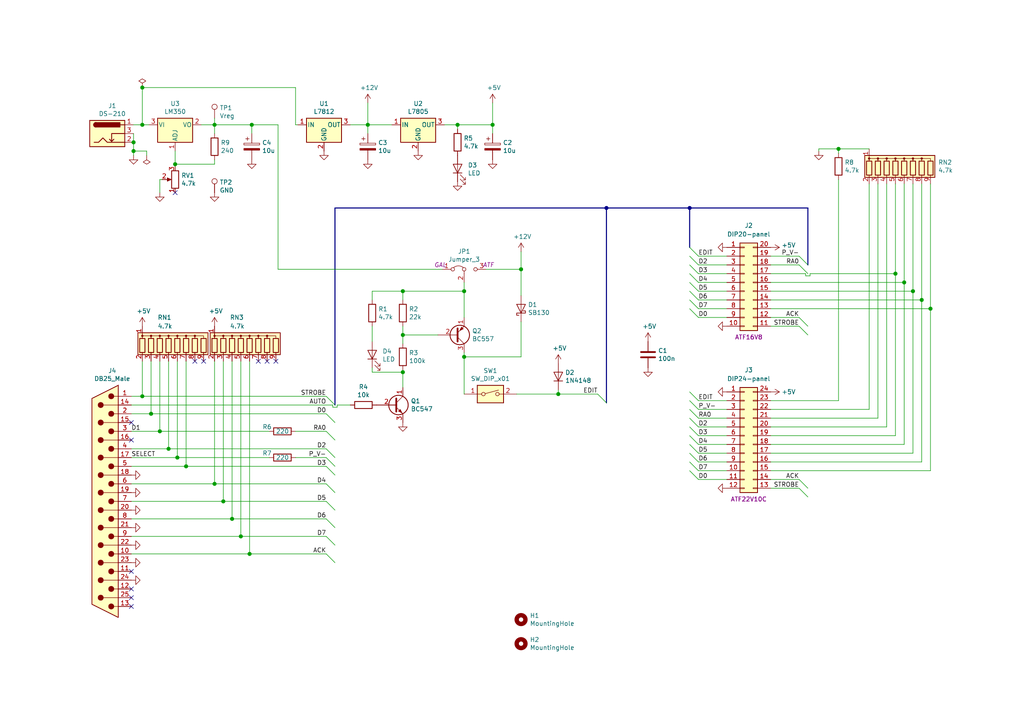
<source format=kicad_sch>
(kicad_sch (version 20210126) (generator eeschema)

  (paper "A4")

  (title_block
    (title "ATFBLAST/U")
    (date "2021-04-12")
    (rev "A1")
    (comment 1 "http://www.bhabbott.net.nz/atfblast.html")
  )

  (lib_symbols
    (symbol "Connector:Barrel_Jack_Switch" (pin_names hide) (in_bom yes) (on_board yes)
      (property "Reference" "J" (id 0) (at 0 5.334 0)
        (effects (font (size 1.27 1.27)))
      )
      (property "Value" "Barrel_Jack_Switch" (id 1) (at 0 -5.08 0)
        (effects (font (size 1.27 1.27)))
      )
      (property "Footprint" "" (id 2) (at 1.27 -1.016 0)
        (effects (font (size 1.27 1.27)) hide)
      )
      (property "Datasheet" "~" (id 3) (at 1.27 -1.016 0)
        (effects (font (size 1.27 1.27)) hide)
      )
      (property "ki_keywords" "DC power barrel jack connector" (id 4) (at 0 0 0)
        (effects (font (size 1.27 1.27)) hide)
      )
      (property "ki_description" "DC Barrel Jack with an internal switch" (id 5) (at 0 0 0)
        (effects (font (size 1.27 1.27)) hide)
      )
      (property "ki_fp_filters" "BarrelJack*" (id 6) (at 0 0 0)
        (effects (font (size 1.27 1.27)) hide)
      )
      (symbol "Barrel_Jack_Switch_0_1"
        (arc (start -3.302 3.175) (end -3.302 1.905) (radius (at -3.302 2.54) (length 0.635) (angles 90.1 -90.1))
          (stroke (width 0.254)) (fill (type none))
        )
        (arc (start -3.302 3.175) (end -3.302 1.905) (radius (at -3.302 2.54) (length 0.635) (angles 90.1 -90.1))
          (stroke (width 0.254)) (fill (type outline))
        )
        (rectangle (start 3.683 3.175) (end -3.302 1.905)
          (stroke (width 0.254)) (fill (type outline))
        )
        (rectangle (start -5.08 3.81) (end 5.08 -3.81)
          (stroke (width 0.254)) (fill (type background))
        )
        (polyline
          (pts
            (xy 1.27 -2.286)
            (xy 1.905 -1.651)
          )
          (stroke (width 0.254)) (fill (type none))
        )
        (polyline
          (pts
            (xy 5.08 2.54)
            (xy 3.81 2.54)
          )
          (stroke (width 0.254)) (fill (type none))
        )
        (polyline
          (pts
            (xy 5.08 0)
            (xy 1.27 0)
            (xy 1.27 -2.286)
            (xy 0.635 -1.651)
          )
          (stroke (width 0.254)) (fill (type none))
        )
        (polyline
          (pts
            (xy -3.81 -2.54)
            (xy -2.54 -2.54)
            (xy -1.27 -1.27)
            (xy 0 -2.54)
            (xy 2.54 -2.54)
            (xy 5.08 -2.54)
          )
          (stroke (width 0.254)) (fill (type none))
        )
      )
      (symbol "Barrel_Jack_Switch_1_1"
        (pin passive line (at 7.62 2.54 180) (length 2.54)
          (name "~" (effects (font (size 1.27 1.27))))
          (number "1" (effects (font (size 1.27 1.27))))
        )
        (pin passive line (at 7.62 -2.54 180) (length 2.54)
          (name "~" (effects (font (size 1.27 1.27))))
          (number "2" (effects (font (size 1.27 1.27))))
        )
        (pin passive line (at 7.62 0 180) (length 2.54)
          (name "~" (effects (font (size 1.27 1.27))))
          (number "3" (effects (font (size 1.27 1.27))))
        )
      )
    )
    (symbol "Connector:DB25_Male" (pin_names (offset 1.016) hide) (in_bom yes) (on_board yes)
      (property "Reference" "J" (id 0) (at 0 34.29 0)
        (effects (font (size 1.27 1.27)))
      )
      (property "Value" "DB25_Male" (id 1) (at 0 -34.925 0)
        (effects (font (size 1.27 1.27)))
      )
      (property "Footprint" "" (id 2) (at 0 0 0)
        (effects (font (size 1.27 1.27)) hide)
      )
      (property "Datasheet" " ~" (id 3) (at 0 0 0)
        (effects (font (size 1.27 1.27)) hide)
      )
      (property "ki_keywords" "male D-SUB connector" (id 4) (at 0 0 0)
        (effects (font (size 1.27 1.27)) hide)
      )
      (property "ki_description" "25-pin male D-SUB connector" (id 5) (at 0 0 0)
        (effects (font (size 1.27 1.27)) hide)
      )
      (property "ki_fp_filters" "DSUB*Male*" (id 6) (at 0 0 0)
        (effects (font (size 1.27 1.27)) hide)
      )
      (symbol "DB25_Male_0_1"
        (circle (center -1.778 -30.48) (radius 0.762) (stroke (width 0)) (fill (type outline)))
        (circle (center -1.778 -25.4) (radius 0.762) (stroke (width 0)) (fill (type outline)))
        (circle (center -1.778 -20.32) (radius 0.762) (stroke (width 0)) (fill (type outline)))
        (circle (center -1.778 -15.24) (radius 0.762) (stroke (width 0)) (fill (type outline)))
        (circle (center -1.778 -10.16) (radius 0.762) (stroke (width 0)) (fill (type outline)))
        (circle (center -1.778 -5.08) (radius 0.762) (stroke (width 0)) (fill (type outline)))
        (circle (center -1.778 0) (radius 0.762) (stroke (width 0)) (fill (type outline)))
        (circle (center -1.778 5.08) (radius 0.762) (stroke (width 0)) (fill (type outline)))
        (circle (center -1.778 10.16) (radius 0.762) (stroke (width 0)) (fill (type outline)))
        (circle (center -1.778 15.24) (radius 0.762) (stroke (width 0)) (fill (type outline)))
        (circle (center -1.778 20.32) (radius 0.762) (stroke (width 0)) (fill (type outline)))
        (circle (center -1.778 25.4) (radius 0.762) (stroke (width 0)) (fill (type outline)))
        (circle (center -1.778 30.48) (radius 0.762) (stroke (width 0)) (fill (type outline)))
        (circle (center 1.27 -27.94) (radius 0.762) (stroke (width 0)) (fill (type outline)))
        (circle (center 1.27 -22.86) (radius 0.762) (stroke (width 0)) (fill (type outline)))
        (circle (center 1.27 -17.78) (radius 0.762) (stroke (width 0)) (fill (type outline)))
        (circle (center 1.27 -12.7) (radius 0.762) (stroke (width 0)) (fill (type outline)))
        (circle (center 1.27 -7.62) (radius 0.762) (stroke (width 0)) (fill (type outline)))
        (circle (center 1.27 -2.54) (radius 0.762) (stroke (width 0)) (fill (type outline)))
        (circle (center 1.27 2.54) (radius 0.762) (stroke (width 0)) (fill (type outline)))
        (circle (center 1.27 7.62) (radius 0.762) (stroke (width 0)) (fill (type outline)))
        (circle (center 1.27 12.7) (radius 0.762) (stroke (width 0)) (fill (type outline)))
        (circle (center 1.27 17.78) (radius 0.762) (stroke (width 0)) (fill (type outline)))
        (circle (center 1.27 22.86) (radius 0.762) (stroke (width 0)) (fill (type outline)))
        (circle (center 1.27 27.94) (radius 0.762) (stroke (width 0)) (fill (type outline)))
        (polyline
          (pts
            (xy -3.81 -30.48)
            (xy -2.54 -30.48)
          )
          (stroke (width 0)) (fill (type none))
        )
        (polyline
          (pts
            (xy -3.81 -27.94)
            (xy 0.508 -27.94)
          )
          (stroke (width 0)) (fill (type none))
        )
        (polyline
          (pts
            (xy -3.81 -25.4)
            (xy -2.54 -25.4)
          )
          (stroke (width 0)) (fill (type none))
        )
        (polyline
          (pts
            (xy -3.81 -22.86)
            (xy 0.508 -22.86)
          )
          (stroke (width 0)) (fill (type none))
        )
        (polyline
          (pts
            (xy -3.81 -20.32)
            (xy -2.54 -20.32)
          )
          (stroke (width 0)) (fill (type none))
        )
        (polyline
          (pts
            (xy -3.81 -17.78)
            (xy 0.508 -17.78)
          )
          (stroke (width 0)) (fill (type none))
        )
        (polyline
          (pts
            (xy -3.81 -15.24)
            (xy -2.54 -15.24)
          )
          (stroke (width 0)) (fill (type none))
        )
        (polyline
          (pts
            (xy -3.81 -12.7)
            (xy 0.508 -12.7)
          )
          (stroke (width 0)) (fill (type none))
        )
        (polyline
          (pts
            (xy -3.81 -10.16)
            (xy -2.54 -10.16)
          )
          (stroke (width 0)) (fill (type none))
        )
        (polyline
          (pts
            (xy -3.81 -7.62)
            (xy 0.508 -7.62)
          )
          (stroke (width 0)) (fill (type none))
        )
        (polyline
          (pts
            (xy -3.81 -5.08)
            (xy -2.54 -5.08)
          )
          (stroke (width 0)) (fill (type none))
        )
        (polyline
          (pts
            (xy -3.81 -2.54)
            (xy 0.508 -2.54)
          )
          (stroke (width 0)) (fill (type none))
        )
        (polyline
          (pts
            (xy -3.81 0)
            (xy -2.54 0)
          )
          (stroke (width 0)) (fill (type none))
        )
        (polyline
          (pts
            (xy -3.81 2.54)
            (xy 0.508 2.54)
          )
          (stroke (width 0)) (fill (type none))
        )
        (polyline
          (pts
            (xy -3.81 5.08)
            (xy -2.54 5.08)
          )
          (stroke (width 0)) (fill (type none))
        )
        (polyline
          (pts
            (xy -3.81 7.62)
            (xy 0.508 7.62)
          )
          (stroke (width 0)) (fill (type none))
        )
        (polyline
          (pts
            (xy -3.81 10.16)
            (xy -2.54 10.16)
          )
          (stroke (width 0)) (fill (type none))
        )
        (polyline
          (pts
            (xy -3.81 12.7)
            (xy 0.508 12.7)
          )
          (stroke (width 0)) (fill (type none))
        )
        (polyline
          (pts
            (xy -3.81 15.24)
            (xy -2.54 15.24)
          )
          (stroke (width 0)) (fill (type none))
        )
        (polyline
          (pts
            (xy -3.81 17.78)
            (xy 0.508 17.78)
          )
          (stroke (width 0)) (fill (type none))
        )
        (polyline
          (pts
            (xy -3.81 20.32)
            (xy -2.54 20.32)
          )
          (stroke (width 0)) (fill (type none))
        )
        (polyline
          (pts
            (xy -3.81 22.86)
            (xy 0.508 22.86)
          )
          (stroke (width 0)) (fill (type none))
        )
        (polyline
          (pts
            (xy -3.81 25.4)
            (xy -2.54 25.4)
          )
          (stroke (width 0)) (fill (type none))
        )
        (polyline
          (pts
            (xy -3.81 27.94)
            (xy 0.508 27.94)
          )
          (stroke (width 0)) (fill (type none))
        )
        (polyline
          (pts
            (xy -3.81 30.48)
            (xy -2.54 30.48)
          )
          (stroke (width 0)) (fill (type none))
        )
        (polyline
          (pts
            (xy -3.81 -33.655)
            (xy 3.81 -29.845)
            (xy 3.81 29.845)
            (xy -3.81 33.655)
            (xy -3.81 -33.655)
          )
          (stroke (width 0.254)) (fill (type background))
        )
      )
      (symbol "DB25_Male_1_1"
        (pin passive line (at -7.62 -30.48 0) (length 3.81)
          (name "1" (effects (font (size 1.27 1.27))))
          (number "1" (effects (font (size 1.27 1.27))))
        )
        (pin passive line (at -7.62 15.24 0) (length 3.81)
          (name "10" (effects (font (size 1.27 1.27))))
          (number "10" (effects (font (size 1.27 1.27))))
        )
        (pin passive line (at -7.62 20.32 0) (length 3.81)
          (name "11" (effects (font (size 1.27 1.27))))
          (number "11" (effects (font (size 1.27 1.27))))
        )
        (pin passive line (at -7.62 25.4 0) (length 3.81)
          (name "12" (effects (font (size 1.27 1.27))))
          (number "12" (effects (font (size 1.27 1.27))))
        )
        (pin passive line (at -7.62 30.48 0) (length 3.81)
          (name "13" (effects (font (size 1.27 1.27))))
          (number "13" (effects (font (size 1.27 1.27))))
        )
        (pin passive line (at -7.62 -27.94 0) (length 3.81)
          (name "P14" (effects (font (size 1.27 1.27))))
          (number "14" (effects (font (size 1.27 1.27))))
        )
        (pin passive line (at -7.62 -22.86 0) (length 3.81)
          (name "P15" (effects (font (size 1.27 1.27))))
          (number "15" (effects (font (size 1.27 1.27))))
        )
        (pin passive line (at -7.62 -17.78 0) (length 3.81)
          (name "P16" (effects (font (size 1.27 1.27))))
          (number "16" (effects (font (size 1.27 1.27))))
        )
        (pin passive line (at -7.62 -12.7 0) (length 3.81)
          (name "P17" (effects (font (size 1.27 1.27))))
          (number "17" (effects (font (size 1.27 1.27))))
        )
        (pin passive line (at -7.62 -7.62 0) (length 3.81)
          (name "P18" (effects (font (size 1.27 1.27))))
          (number "18" (effects (font (size 1.27 1.27))))
        )
        (pin passive line (at -7.62 -2.54 0) (length 3.81)
          (name "P19" (effects (font (size 1.27 1.27))))
          (number "19" (effects (font (size 1.27 1.27))))
        )
        (pin passive line (at -7.62 -25.4 0) (length 3.81)
          (name "2" (effects (font (size 1.27 1.27))))
          (number "2" (effects (font (size 1.27 1.27))))
        )
        (pin passive line (at -7.62 2.54 0) (length 3.81)
          (name "P20" (effects (font (size 1.27 1.27))))
          (number "20" (effects (font (size 1.27 1.27))))
        )
        (pin passive line (at -7.62 7.62 0) (length 3.81)
          (name "P21" (effects (font (size 1.27 1.27))))
          (number "21" (effects (font (size 1.27 1.27))))
        )
        (pin passive line (at -7.62 12.7 0) (length 3.81)
          (name "P22" (effects (font (size 1.27 1.27))))
          (number "22" (effects (font (size 1.27 1.27))))
        )
        (pin passive line (at -7.62 17.78 0) (length 3.81)
          (name "P23" (effects (font (size 1.27 1.27))))
          (number "23" (effects (font (size 1.27 1.27))))
        )
        (pin passive line (at -7.62 22.86 0) (length 3.81)
          (name "P24" (effects (font (size 1.27 1.27))))
          (number "24" (effects (font (size 1.27 1.27))))
        )
        (pin passive line (at -7.62 27.94 0) (length 3.81)
          (name "P25" (effects (font (size 1.27 1.27))))
          (number "25" (effects (font (size 1.27 1.27))))
        )
        (pin passive line (at -7.62 -20.32 0) (length 3.81)
          (name "3" (effects (font (size 1.27 1.27))))
          (number "3" (effects (font (size 1.27 1.27))))
        )
        (pin passive line (at -7.62 -15.24 0) (length 3.81)
          (name "4" (effects (font (size 1.27 1.27))))
          (number "4" (effects (font (size 1.27 1.27))))
        )
        (pin passive line (at -7.62 -10.16 0) (length 3.81)
          (name "5" (effects (font (size 1.27 1.27))))
          (number "5" (effects (font (size 1.27 1.27))))
        )
        (pin passive line (at -7.62 -5.08 0) (length 3.81)
          (name "6" (effects (font (size 1.27 1.27))))
          (number "6" (effects (font (size 1.27 1.27))))
        )
        (pin passive line (at -7.62 0 0) (length 3.81)
          (name "7" (effects (font (size 1.27 1.27))))
          (number "7" (effects (font (size 1.27 1.27))))
        )
        (pin passive line (at -7.62 5.08 0) (length 3.81)
          (name "8" (effects (font (size 1.27 1.27))))
          (number "8" (effects (font (size 1.27 1.27))))
        )
        (pin passive line (at -7.62 10.16 0) (length 3.81)
          (name "9" (effects (font (size 1.27 1.27))))
          (number "9" (effects (font (size 1.27 1.27))))
        )
      )
    )
    (symbol "Connector:TestPoint" (pin_numbers hide) (pin_names (offset 0.762) hide) (in_bom yes) (on_board yes)
      (property "Reference" "TP" (id 0) (at 0 6.858 0)
        (effects (font (size 1.27 1.27)))
      )
      (property "Value" "TestPoint" (id 1) (at 0 5.08 0)
        (effects (font (size 1.27 1.27)))
      )
      (property "Footprint" "" (id 2) (at 5.08 0 0)
        (effects (font (size 1.27 1.27)) hide)
      )
      (property "Datasheet" "~" (id 3) (at 5.08 0 0)
        (effects (font (size 1.27 1.27)) hide)
      )
      (property "ki_keywords" "test point tp" (id 4) (at 0 0 0)
        (effects (font (size 1.27 1.27)) hide)
      )
      (property "ki_description" "test point" (id 5) (at 0 0 0)
        (effects (font (size 1.27 1.27)) hide)
      )
      (property "ki_fp_filters" "Pin* Test*" (id 6) (at 0 0 0)
        (effects (font (size 1.27 1.27)) hide)
      )
      (symbol "TestPoint_0_1"
        (circle (center 0 3.302) (radius 0.762) (stroke (width 0)) (fill (type none)))
      )
      (symbol "TestPoint_1_1"
        (pin passive line (at 0 0 90) (length 2.54)
          (name "1" (effects (font (size 1.27 1.27))))
          (number "1" (effects (font (size 1.27 1.27))))
        )
      )
    )
    (symbol "Connector_Generic:Conn_02x10_Counter_Clockwise" (pin_names (offset 1.016) hide) (in_bom yes) (on_board yes)
      (property "Reference" "J" (id 0) (at 1.27 12.7 0)
        (effects (font (size 1.27 1.27)))
      )
      (property "Value" "Conn_02x10_Counter_Clockwise" (id 1) (at 1.27 -15.24 0)
        (effects (font (size 1.27 1.27)))
      )
      (property "Footprint" "" (id 2) (at 0 0 0)
        (effects (font (size 1.27 1.27)) hide)
      )
      (property "Datasheet" "~" (id 3) (at 0 0 0)
        (effects (font (size 1.27 1.27)) hide)
      )
      (property "ki_keywords" "connector" (id 4) (at 0 0 0)
        (effects (font (size 1.27 1.27)) hide)
      )
      (property "ki_description" "Generic connector, double row, 02x10, counter clockwise pin numbering scheme (similar to DIP packge numbering), script generated (kicad-library-utils/schlib/autogen/connector/)" (id 5) (at 0 0 0)
        (effects (font (size 1.27 1.27)) hide)
      )
      (property "ki_fp_filters" "Connector*:*_2x??_*" (id 6) (at 0 0 0)
        (effects (font (size 1.27 1.27)) hide)
      )
      (symbol "Conn_02x10_Counter_Clockwise_1_1"
        (rectangle (start -1.27 -12.573) (end 0 -12.827)
          (stroke (width 0.1524)) (fill (type none))
        )
        (rectangle (start -1.27 -10.033) (end 0 -10.287)
          (stroke (width 0.1524)) (fill (type none))
        )
        (rectangle (start -1.27 -7.493) (end 0 -7.747)
          (stroke (width 0.1524)) (fill (type none))
        )
        (rectangle (start -1.27 -4.953) (end 0 -5.207)
          (stroke (width 0.1524)) (fill (type none))
        )
        (rectangle (start -1.27 -2.413) (end 0 -2.667)
          (stroke (width 0.1524)) (fill (type none))
        )
        (rectangle (start -1.27 0.127) (end 0 -0.127)
          (stroke (width 0.1524)) (fill (type none))
        )
        (rectangle (start -1.27 2.667) (end 0 2.413)
          (stroke (width 0.1524)) (fill (type none))
        )
        (rectangle (start -1.27 5.207) (end 0 4.953)
          (stroke (width 0.1524)) (fill (type none))
        )
        (rectangle (start -1.27 7.747) (end 0 7.493)
          (stroke (width 0.1524)) (fill (type none))
        )
        (rectangle (start -1.27 10.287) (end 0 10.033)
          (stroke (width 0.1524)) (fill (type none))
        )
        (rectangle (start 3.81 -12.573) (end 2.54 -12.827)
          (stroke (width 0.1524)) (fill (type none))
        )
        (rectangle (start 3.81 -10.033) (end 2.54 -10.287)
          (stroke (width 0.1524)) (fill (type none))
        )
        (rectangle (start 3.81 -7.493) (end 2.54 -7.747)
          (stroke (width 0.1524)) (fill (type none))
        )
        (rectangle (start 3.81 -4.953) (end 2.54 -5.207)
          (stroke (width 0.1524)) (fill (type none))
        )
        (rectangle (start 3.81 -2.413) (end 2.54 -2.667)
          (stroke (width 0.1524)) (fill (type none))
        )
        (rectangle (start 3.81 0.127) (end 2.54 -0.127)
          (stroke (width 0.1524)) (fill (type none))
        )
        (rectangle (start 3.81 2.667) (end 2.54 2.413)
          (stroke (width 0.1524)) (fill (type none))
        )
        (rectangle (start 3.81 5.207) (end 2.54 4.953)
          (stroke (width 0.1524)) (fill (type none))
        )
        (rectangle (start 3.81 7.747) (end 2.54 7.493)
          (stroke (width 0.1524)) (fill (type none))
        )
        (rectangle (start 3.81 10.287) (end 2.54 10.033)
          (stroke (width 0.1524)) (fill (type none))
        )
        (rectangle (start -1.27 11.43) (end 3.81 -13.97)
          (stroke (width 0.254)) (fill (type background))
        )
        (pin passive line (at -5.08 10.16 0) (length 3.81)
          (name "Pin_1" (effects (font (size 1.27 1.27))))
          (number "1" (effects (font (size 1.27 1.27))))
        )
        (pin passive line (at -5.08 -12.7 0) (length 3.81)
          (name "Pin_10" (effects (font (size 1.27 1.27))))
          (number "10" (effects (font (size 1.27 1.27))))
        )
        (pin passive line (at 7.62 -12.7 180) (length 3.81)
          (name "Pin_11" (effects (font (size 1.27 1.27))))
          (number "11" (effects (font (size 1.27 1.27))))
        )
        (pin passive line (at 7.62 -10.16 180) (length 3.81)
          (name "Pin_12" (effects (font (size 1.27 1.27))))
          (number "12" (effects (font (size 1.27 1.27))))
        )
        (pin passive line (at 7.62 -7.62 180) (length 3.81)
          (name "Pin_13" (effects (font (size 1.27 1.27))))
          (number "13" (effects (font (size 1.27 1.27))))
        )
        (pin passive line (at 7.62 -5.08 180) (length 3.81)
          (name "Pin_14" (effects (font (size 1.27 1.27))))
          (number "14" (effects (font (size 1.27 1.27))))
        )
        (pin passive line (at 7.62 -2.54 180) (length 3.81)
          (name "Pin_15" (effects (font (size 1.27 1.27))))
          (number "15" (effects (font (size 1.27 1.27))))
        )
        (pin passive line (at 7.62 0 180) (length 3.81)
          (name "Pin_16" (effects (font (size 1.27 1.27))))
          (number "16" (effects (font (size 1.27 1.27))))
        )
        (pin passive line (at 7.62 2.54 180) (length 3.81)
          (name "Pin_17" (effects (font (size 1.27 1.27))))
          (number "17" (effects (font (size 1.27 1.27))))
        )
        (pin passive line (at 7.62 5.08 180) (length 3.81)
          (name "Pin_18" (effects (font (size 1.27 1.27))))
          (number "18" (effects (font (size 1.27 1.27))))
        )
        (pin passive line (at 7.62 7.62 180) (length 3.81)
          (name "Pin_19" (effects (font (size 1.27 1.27))))
          (number "19" (effects (font (size 1.27 1.27))))
        )
        (pin passive line (at -5.08 7.62 0) (length 3.81)
          (name "Pin_2" (effects (font (size 1.27 1.27))))
          (number "2" (effects (font (size 1.27 1.27))))
        )
        (pin passive line (at 7.62 10.16 180) (length 3.81)
          (name "Pin_20" (effects (font (size 1.27 1.27))))
          (number "20" (effects (font (size 1.27 1.27))))
        )
        (pin passive line (at -5.08 5.08 0) (length 3.81)
          (name "Pin_3" (effects (font (size 1.27 1.27))))
          (number "3" (effects (font (size 1.27 1.27))))
        )
        (pin passive line (at -5.08 2.54 0) (length 3.81)
          (name "Pin_4" (effects (font (size 1.27 1.27))))
          (number "4" (effects (font (size 1.27 1.27))))
        )
        (pin passive line (at -5.08 0 0) (length 3.81)
          (name "Pin_5" (effects (font (size 1.27 1.27))))
          (number "5" (effects (font (size 1.27 1.27))))
        )
        (pin passive line (at -5.08 -2.54 0) (length 3.81)
          (name "Pin_6" (effects (font (size 1.27 1.27))))
          (number "6" (effects (font (size 1.27 1.27))))
        )
        (pin passive line (at -5.08 -5.08 0) (length 3.81)
          (name "Pin_7" (effects (font (size 1.27 1.27))))
          (number "7" (effects (font (size 1.27 1.27))))
        )
        (pin passive line (at -5.08 -7.62 0) (length 3.81)
          (name "Pin_8" (effects (font (size 1.27 1.27))))
          (number "8" (effects (font (size 1.27 1.27))))
        )
        (pin passive line (at -5.08 -10.16 0) (length 3.81)
          (name "Pin_9" (effects (font (size 1.27 1.27))))
          (number "9" (effects (font (size 1.27 1.27))))
        )
      )
    )
    (symbol "Connector_Generic:Conn_02x12_Counter_Clockwise" (pin_names (offset 1.016) hide) (in_bom yes) (on_board yes)
      (property "Reference" "J" (id 0) (at 1.27 15.24 0)
        (effects (font (size 1.27 1.27)))
      )
      (property "Value" "Conn_02x12_Counter_Clockwise" (id 1) (at 1.27 -17.78 0)
        (effects (font (size 1.27 1.27)))
      )
      (property "Footprint" "" (id 2) (at 0 0 0)
        (effects (font (size 1.27 1.27)) hide)
      )
      (property "Datasheet" "~" (id 3) (at 0 0 0)
        (effects (font (size 1.27 1.27)) hide)
      )
      (property "ki_keywords" "connector" (id 4) (at 0 0 0)
        (effects (font (size 1.27 1.27)) hide)
      )
      (property "ki_description" "Generic connector, double row, 02x12, counter clockwise pin numbering scheme (similar to DIP packge numbering), script generated (kicad-library-utils/schlib/autogen/connector/)" (id 5) (at 0 0 0)
        (effects (font (size 1.27 1.27)) hide)
      )
      (property "ki_fp_filters" "Connector*:*_2x??_*" (id 6) (at 0 0 0)
        (effects (font (size 1.27 1.27)) hide)
      )
      (symbol "Conn_02x12_Counter_Clockwise_1_1"
        (rectangle (start -1.27 -15.113) (end 0 -15.367)
          (stroke (width 0.1524)) (fill (type none))
        )
        (rectangle (start -1.27 -12.573) (end 0 -12.827)
          (stroke (width 0.1524)) (fill (type none))
        )
        (rectangle (start -1.27 -10.033) (end 0 -10.287)
          (stroke (width 0.1524)) (fill (type none))
        )
        (rectangle (start -1.27 -7.493) (end 0 -7.747)
          (stroke (width 0.1524)) (fill (type none))
        )
        (rectangle (start -1.27 -4.953) (end 0 -5.207)
          (stroke (width 0.1524)) (fill (type none))
        )
        (rectangle (start -1.27 -2.413) (end 0 -2.667)
          (stroke (width 0.1524)) (fill (type none))
        )
        (rectangle (start -1.27 0.127) (end 0 -0.127)
          (stroke (width 0.1524)) (fill (type none))
        )
        (rectangle (start -1.27 2.667) (end 0 2.413)
          (stroke (width 0.1524)) (fill (type none))
        )
        (rectangle (start -1.27 5.207) (end 0 4.953)
          (stroke (width 0.1524)) (fill (type none))
        )
        (rectangle (start -1.27 7.747) (end 0 7.493)
          (stroke (width 0.1524)) (fill (type none))
        )
        (rectangle (start -1.27 10.287) (end 0 10.033)
          (stroke (width 0.1524)) (fill (type none))
        )
        (rectangle (start -1.27 12.827) (end 0 12.573)
          (stroke (width 0.1524)) (fill (type none))
        )
        (rectangle (start 3.81 -15.113) (end 2.54 -15.367)
          (stroke (width 0.1524)) (fill (type none))
        )
        (rectangle (start 3.81 -12.573) (end 2.54 -12.827)
          (stroke (width 0.1524)) (fill (type none))
        )
        (rectangle (start 3.81 -10.033) (end 2.54 -10.287)
          (stroke (width 0.1524)) (fill (type none))
        )
        (rectangle (start 3.81 -7.493) (end 2.54 -7.747)
          (stroke (width 0.1524)) (fill (type none))
        )
        (rectangle (start 3.81 -4.953) (end 2.54 -5.207)
          (stroke (width 0.1524)) (fill (type none))
        )
        (rectangle (start 3.81 -2.413) (end 2.54 -2.667)
          (stroke (width 0.1524)) (fill (type none))
        )
        (rectangle (start 3.81 0.127) (end 2.54 -0.127)
          (stroke (width 0.1524)) (fill (type none))
        )
        (rectangle (start 3.81 2.667) (end 2.54 2.413)
          (stroke (width 0.1524)) (fill (type none))
        )
        (rectangle (start 3.81 5.207) (end 2.54 4.953)
          (stroke (width 0.1524)) (fill (type none))
        )
        (rectangle (start 3.81 7.747) (end 2.54 7.493)
          (stroke (width 0.1524)) (fill (type none))
        )
        (rectangle (start 3.81 10.287) (end 2.54 10.033)
          (stroke (width 0.1524)) (fill (type none))
        )
        (rectangle (start 3.81 12.827) (end 2.54 12.573)
          (stroke (width 0.1524)) (fill (type none))
        )
        (rectangle (start -1.27 13.97) (end 3.81 -16.51)
          (stroke (width 0.254)) (fill (type background))
        )
        (pin passive line (at -5.08 12.7 0) (length 3.81)
          (name "Pin_1" (effects (font (size 1.27 1.27))))
          (number "1" (effects (font (size 1.27 1.27))))
        )
        (pin passive line (at -5.08 -10.16 0) (length 3.81)
          (name "Pin_10" (effects (font (size 1.27 1.27))))
          (number "10" (effects (font (size 1.27 1.27))))
        )
        (pin passive line (at -5.08 -12.7 0) (length 3.81)
          (name "Pin_11" (effects (font (size 1.27 1.27))))
          (number "11" (effects (font (size 1.27 1.27))))
        )
        (pin passive line (at -5.08 -15.24 0) (length 3.81)
          (name "Pin_12" (effects (font (size 1.27 1.27))))
          (number "12" (effects (font (size 1.27 1.27))))
        )
        (pin passive line (at 7.62 -15.24 180) (length 3.81)
          (name "Pin_13" (effects (font (size 1.27 1.27))))
          (number "13" (effects (font (size 1.27 1.27))))
        )
        (pin passive line (at 7.62 -12.7 180) (length 3.81)
          (name "Pin_14" (effects (font (size 1.27 1.27))))
          (number "14" (effects (font (size 1.27 1.27))))
        )
        (pin passive line (at 7.62 -10.16 180) (length 3.81)
          (name "Pin_15" (effects (font (size 1.27 1.27))))
          (number "15" (effects (font (size 1.27 1.27))))
        )
        (pin passive line (at 7.62 -7.62 180) (length 3.81)
          (name "Pin_16" (effects (font (size 1.27 1.27))))
          (number "16" (effects (font (size 1.27 1.27))))
        )
        (pin passive line (at 7.62 -5.08 180) (length 3.81)
          (name "Pin_17" (effects (font (size 1.27 1.27))))
          (number "17" (effects (font (size 1.27 1.27))))
        )
        (pin passive line (at 7.62 -2.54 180) (length 3.81)
          (name "Pin_18" (effects (font (size 1.27 1.27))))
          (number "18" (effects (font (size 1.27 1.27))))
        )
        (pin passive line (at 7.62 0 180) (length 3.81)
          (name "Pin_19" (effects (font (size 1.27 1.27))))
          (number "19" (effects (font (size 1.27 1.27))))
        )
        (pin passive line (at -5.08 10.16 0) (length 3.81)
          (name "Pin_2" (effects (font (size 1.27 1.27))))
          (number "2" (effects (font (size 1.27 1.27))))
        )
        (pin passive line (at 7.62 2.54 180) (length 3.81)
          (name "Pin_20" (effects (font (size 1.27 1.27))))
          (number "20" (effects (font (size 1.27 1.27))))
        )
        (pin passive line (at 7.62 5.08 180) (length 3.81)
          (name "Pin_21" (effects (font (size 1.27 1.27))))
          (number "21" (effects (font (size 1.27 1.27))))
        )
        (pin passive line (at 7.62 7.62 180) (length 3.81)
          (name "Pin_22" (effects (font (size 1.27 1.27))))
          (number "22" (effects (font (size 1.27 1.27))))
        )
        (pin passive line (at 7.62 10.16 180) (length 3.81)
          (name "Pin_23" (effects (font (size 1.27 1.27))))
          (number "23" (effects (font (size 1.27 1.27))))
        )
        (pin passive line (at 7.62 12.7 180) (length 3.81)
          (name "Pin_24" (effects (font (size 1.27 1.27))))
          (number "24" (effects (font (size 1.27 1.27))))
        )
        (pin passive line (at -5.08 7.62 0) (length 3.81)
          (name "Pin_3" (effects (font (size 1.27 1.27))))
          (number "3" (effects (font (size 1.27 1.27))))
        )
        (pin passive line (at -5.08 5.08 0) (length 3.81)
          (name "Pin_4" (effects (font (size 1.27 1.27))))
          (number "4" (effects (font (size 1.27 1.27))))
        )
        (pin passive line (at -5.08 2.54 0) (length 3.81)
          (name "Pin_5" (effects (font (size 1.27 1.27))))
          (number "5" (effects (font (size 1.27 1.27))))
        )
        (pin passive line (at -5.08 0 0) (length 3.81)
          (name "Pin_6" (effects (font (size 1.27 1.27))))
          (number "6" (effects (font (size 1.27 1.27))))
        )
        (pin passive line (at -5.08 -2.54 0) (length 3.81)
          (name "Pin_7" (effects (font (size 1.27 1.27))))
          (number "7" (effects (font (size 1.27 1.27))))
        )
        (pin passive line (at -5.08 -5.08 0) (length 3.81)
          (name "Pin_8" (effects (font (size 1.27 1.27))))
          (number "8" (effects (font (size 1.27 1.27))))
        )
        (pin passive line (at -5.08 -7.62 0) (length 3.81)
          (name "Pin_9" (effects (font (size 1.27 1.27))))
          (number "9" (effects (font (size 1.27 1.27))))
        )
      )
    )
    (symbol "Device:C" (pin_numbers hide) (pin_names (offset 0.254)) (in_bom yes) (on_board yes)
      (property "Reference" "C" (id 0) (at 0.635 2.54 0)
        (effects (font (size 1.27 1.27)) (justify left))
      )
      (property "Value" "C" (id 1) (at 0.635 -2.54 0)
        (effects (font (size 1.27 1.27)) (justify left))
      )
      (property "Footprint" "" (id 2) (at 0.9652 -3.81 0)
        (effects (font (size 1.27 1.27)) hide)
      )
      (property "Datasheet" "~" (id 3) (at 0 0 0)
        (effects (font (size 1.27 1.27)) hide)
      )
      (property "ki_keywords" "cap capacitor" (id 4) (at 0 0 0)
        (effects (font (size 1.27 1.27)) hide)
      )
      (property "ki_description" "Unpolarized capacitor" (id 5) (at 0 0 0)
        (effects (font (size 1.27 1.27)) hide)
      )
      (property "ki_fp_filters" "C_*" (id 6) (at 0 0 0)
        (effects (font (size 1.27 1.27)) hide)
      )
      (symbol "C_0_1"
        (polyline
          (pts
            (xy -2.032 -0.762)
            (xy 2.032 -0.762)
          )
          (stroke (width 0.508)) (fill (type none))
        )
        (polyline
          (pts
            (xy -2.032 0.762)
            (xy 2.032 0.762)
          )
          (stroke (width 0.508)) (fill (type none))
        )
      )
      (symbol "C_1_1"
        (pin passive line (at 0 3.81 270) (length 2.794)
          (name "~" (effects (font (size 1.27 1.27))))
          (number "1" (effects (font (size 1.27 1.27))))
        )
        (pin passive line (at 0 -3.81 90) (length 2.794)
          (name "~" (effects (font (size 1.27 1.27))))
          (number "2" (effects (font (size 1.27 1.27))))
        )
      )
    )
    (symbol "Device:CP" (pin_numbers hide) (pin_names (offset 0.254)) (in_bom yes) (on_board yes)
      (property "Reference" "C" (id 0) (at 0.635 2.54 0)
        (effects (font (size 1.27 1.27)) (justify left))
      )
      (property "Value" "CP" (id 1) (at 0.635 -2.54 0)
        (effects (font (size 1.27 1.27)) (justify left))
      )
      (property "Footprint" "" (id 2) (at 0.9652 -3.81 0)
        (effects (font (size 1.27 1.27)) hide)
      )
      (property "Datasheet" "~" (id 3) (at 0 0 0)
        (effects (font (size 1.27 1.27)) hide)
      )
      (property "ki_keywords" "cap capacitor" (id 4) (at 0 0 0)
        (effects (font (size 1.27 1.27)) hide)
      )
      (property "ki_description" "Polarized capacitor" (id 5) (at 0 0 0)
        (effects (font (size 1.27 1.27)) hide)
      )
      (property "ki_fp_filters" "CP_*" (id 6) (at 0 0 0)
        (effects (font (size 1.27 1.27)) hide)
      )
      (symbol "CP_0_1"
        (rectangle (start -2.286 0.508) (end 2.286 1.016)
          (stroke (width 0)) (fill (type none))
        )
        (rectangle (start 2.286 -0.508) (end -2.286 -1.016)
          (stroke (width 0)) (fill (type outline))
        )
        (polyline
          (pts
            (xy -1.778 2.286)
            (xy -0.762 2.286)
          )
          (stroke (width 0)) (fill (type none))
        )
        (polyline
          (pts
            (xy -1.27 2.794)
            (xy -1.27 1.778)
          )
          (stroke (width 0)) (fill (type none))
        )
      )
      (symbol "CP_1_1"
        (pin passive line (at 0 3.81 270) (length 2.794)
          (name "~" (effects (font (size 1.27 1.27))))
          (number "1" (effects (font (size 1.27 1.27))))
        )
        (pin passive line (at 0 -3.81 90) (length 2.794)
          (name "~" (effects (font (size 1.27 1.27))))
          (number "2" (effects (font (size 1.27 1.27))))
        )
      )
    )
    (symbol "Device:D" (pin_numbers hide) (pin_names (offset 1.016) hide) (in_bom yes) (on_board yes)
      (property "Reference" "D" (id 0) (at 0 2.54 0)
        (effects (font (size 1.27 1.27)))
      )
      (property "Value" "D" (id 1) (at 0 -2.54 0)
        (effects (font (size 1.27 1.27)))
      )
      (property "Footprint" "" (id 2) (at 0 0 0)
        (effects (font (size 1.27 1.27)) hide)
      )
      (property "Datasheet" "~" (id 3) (at 0 0 0)
        (effects (font (size 1.27 1.27)) hide)
      )
      (property "ki_keywords" "diode" (id 4) (at 0 0 0)
        (effects (font (size 1.27 1.27)) hide)
      )
      (property "ki_description" "Diode" (id 5) (at 0 0 0)
        (effects (font (size 1.27 1.27)) hide)
      )
      (property "ki_fp_filters" "TO-???* *_Diode_* *SingleDiode* D_*" (id 6) (at 0 0 0)
        (effects (font (size 1.27 1.27)) hide)
      )
      (symbol "D_0_1"
        (polyline
          (pts
            (xy -1.27 1.27)
            (xy -1.27 -1.27)
          )
          (stroke (width 0.2032)) (fill (type none))
        )
        (polyline
          (pts
            (xy 1.27 0)
            (xy -1.27 0)
          )
          (stroke (width 0)) (fill (type none))
        )
        (polyline
          (pts
            (xy 1.27 1.27)
            (xy 1.27 -1.27)
            (xy -1.27 0)
            (xy 1.27 1.27)
          )
          (stroke (width 0.2032)) (fill (type none))
        )
      )
      (symbol "D_1_1"
        (pin passive line (at -3.81 0 0) (length 2.54)
          (name "K" (effects (font (size 1.27 1.27))))
          (number "1" (effects (font (size 1.27 1.27))))
        )
        (pin passive line (at 3.81 0 180) (length 2.54)
          (name "A" (effects (font (size 1.27 1.27))))
          (number "2" (effects (font (size 1.27 1.27))))
        )
      )
    )
    (symbol "Device:D_Schottky" (pin_numbers hide) (pin_names (offset 1.016) hide) (in_bom yes) (on_board yes)
      (property "Reference" "D" (id 0) (at 0 2.54 0)
        (effects (font (size 1.27 1.27)))
      )
      (property "Value" "D_Schottky" (id 1) (at 0 -2.54 0)
        (effects (font (size 1.27 1.27)))
      )
      (property "Footprint" "" (id 2) (at 0 0 0)
        (effects (font (size 1.27 1.27)) hide)
      )
      (property "Datasheet" "~" (id 3) (at 0 0 0)
        (effects (font (size 1.27 1.27)) hide)
      )
      (property "ki_keywords" "diode Schottky" (id 4) (at 0 0 0)
        (effects (font (size 1.27 1.27)) hide)
      )
      (property "ki_description" "Schottky diode" (id 5) (at 0 0 0)
        (effects (font (size 1.27 1.27)) hide)
      )
      (property "ki_fp_filters" "TO-???* *_Diode_* *SingleDiode* D_*" (id 6) (at 0 0 0)
        (effects (font (size 1.27 1.27)) hide)
      )
      (symbol "D_Schottky_0_1"
        (polyline
          (pts
            (xy 1.27 0)
            (xy -1.27 0)
          )
          (stroke (width 0)) (fill (type none))
        )
        (polyline
          (pts
            (xy 1.27 1.27)
            (xy 1.27 -1.27)
            (xy -1.27 0)
            (xy 1.27 1.27)
          )
          (stroke (width 0.2032)) (fill (type none))
        )
        (polyline
          (pts
            (xy -1.905 0.635)
            (xy -1.905 1.27)
            (xy -1.27 1.27)
            (xy -1.27 -1.27)
            (xy -0.635 -1.27)
            (xy -0.635 -0.635)
          )
          (stroke (width 0.2032)) (fill (type none))
        )
      )
      (symbol "D_Schottky_1_1"
        (pin passive line (at -3.81 0 0) (length 2.54)
          (name "K" (effects (font (size 1.27 1.27))))
          (number "1" (effects (font (size 1.27 1.27))))
        )
        (pin passive line (at 3.81 0 180) (length 2.54)
          (name "A" (effects (font (size 1.27 1.27))))
          (number "2" (effects (font (size 1.27 1.27))))
        )
      )
    )
    (symbol "Device:LED" (pin_numbers hide) (pin_names (offset 1.016) hide) (in_bom yes) (on_board yes)
      (property "Reference" "D" (id 0) (at 0 2.54 0)
        (effects (font (size 1.27 1.27)))
      )
      (property "Value" "LED" (id 1) (at 0 -2.54 0)
        (effects (font (size 1.27 1.27)))
      )
      (property "Footprint" "" (id 2) (at 0 0 0)
        (effects (font (size 1.27 1.27)) hide)
      )
      (property "Datasheet" "~" (id 3) (at 0 0 0)
        (effects (font (size 1.27 1.27)) hide)
      )
      (property "ki_keywords" "LED diode" (id 4) (at 0 0 0)
        (effects (font (size 1.27 1.27)) hide)
      )
      (property "ki_description" "Light emitting diode" (id 5) (at 0 0 0)
        (effects (font (size 1.27 1.27)) hide)
      )
      (property "ki_fp_filters" "LED* LED_SMD:* LED_THT:*" (id 6) (at 0 0 0)
        (effects (font (size 1.27 1.27)) hide)
      )
      (symbol "LED_0_1"
        (polyline
          (pts
            (xy -1.27 -1.27)
            (xy -1.27 1.27)
          )
          (stroke (width 0.2032)) (fill (type none))
        )
        (polyline
          (pts
            (xy -1.27 0)
            (xy 1.27 0)
          )
          (stroke (width 0)) (fill (type none))
        )
        (polyline
          (pts
            (xy 1.27 -1.27)
            (xy 1.27 1.27)
            (xy -1.27 0)
            (xy 1.27 -1.27)
          )
          (stroke (width 0.2032)) (fill (type none))
        )
        (polyline
          (pts
            (xy -3.048 -0.762)
            (xy -4.572 -2.286)
            (xy -3.81 -2.286)
            (xy -4.572 -2.286)
            (xy -4.572 -1.524)
          )
          (stroke (width 0)) (fill (type none))
        )
        (polyline
          (pts
            (xy -1.778 -0.762)
            (xy -3.302 -2.286)
            (xy -2.54 -2.286)
            (xy -3.302 -2.286)
            (xy -3.302 -1.524)
          )
          (stroke (width 0)) (fill (type none))
        )
      )
      (symbol "LED_1_1"
        (pin passive line (at -3.81 0 0) (length 2.54)
          (name "K" (effects (font (size 1.27 1.27))))
          (number "1" (effects (font (size 1.27 1.27))))
        )
        (pin passive line (at 3.81 0 180) (length 2.54)
          (name "A" (effects (font (size 1.27 1.27))))
          (number "2" (effects (font (size 1.27 1.27))))
        )
      )
    )
    (symbol "Device:Q_NPN_CBE" (pin_names (offset 0) hide) (in_bom yes) (on_board yes)
      (property "Reference" "Q" (id 0) (at 5.08 1.27 0)
        (effects (font (size 1.27 1.27)) (justify left))
      )
      (property "Value" "Q_NPN_CBE" (id 1) (at 5.08 -1.27 0)
        (effects (font (size 1.27 1.27)) (justify left))
      )
      (property "Footprint" "" (id 2) (at 5.08 2.54 0)
        (effects (font (size 1.27 1.27)) hide)
      )
      (property "Datasheet" "~" (id 3) (at 0 0 0)
        (effects (font (size 1.27 1.27)) hide)
      )
      (property "ki_keywords" "transistor NPN" (id 4) (at 0 0 0)
        (effects (font (size 1.27 1.27)) hide)
      )
      (property "ki_description" "NPN transistor, collector/base/emitter" (id 5) (at 0 0 0)
        (effects (font (size 1.27 1.27)) hide)
      )
      (symbol "Q_NPN_CBE_0_1"
        (circle (center 1.27 0) (radius 2.8194) (stroke (width 0.254)) (fill (type none)))
        (polyline
          (pts
            (xy 0.635 0.635)
            (xy 2.54 2.54)
          )
          (stroke (width 0)) (fill (type none))
        )
        (polyline
          (pts
            (xy 0.635 -0.635)
            (xy 2.54 -2.54)
            (xy 2.54 -2.54)
          )
          (stroke (width 0)) (fill (type none))
        )
        (polyline
          (pts
            (xy 0.635 1.905)
            (xy 0.635 -1.905)
            (xy 0.635 -1.905)
          )
          (stroke (width 0.508)) (fill (type none))
        )
        (polyline
          (pts
            (xy 1.27 -1.778)
            (xy 1.778 -1.27)
            (xy 2.286 -2.286)
            (xy 1.27 -1.778)
            (xy 1.27 -1.778)
          )
          (stroke (width 0)) (fill (type outline))
        )
      )
      (symbol "Q_NPN_CBE_1_1"
        (pin passive line (at 2.54 5.08 270) (length 2.54)
          (name "C" (effects (font (size 1.27 1.27))))
          (number "1" (effects (font (size 1.27 1.27))))
        )
        (pin input line (at -5.08 0 0) (length 5.715)
          (name "B" (effects (font (size 1.27 1.27))))
          (number "2" (effects (font (size 1.27 1.27))))
        )
        (pin passive line (at 2.54 -5.08 90) (length 2.54)
          (name "E" (effects (font (size 1.27 1.27))))
          (number "3" (effects (font (size 1.27 1.27))))
        )
      )
    )
    (symbol "Device:Q_PNP_EBC" (pin_names (offset 0) hide) (in_bom yes) (on_board yes)
      (property "Reference" "Q" (id 0) (at 5.08 1.27 0)
        (effects (font (size 1.27 1.27)) (justify left))
      )
      (property "Value" "Q_PNP_EBC" (id 1) (at 5.08 -1.27 0)
        (effects (font (size 1.27 1.27)) (justify left))
      )
      (property "Footprint" "" (id 2) (at 5.08 2.54 0)
        (effects (font (size 1.27 1.27)) hide)
      )
      (property "Datasheet" "~" (id 3) (at 0 0 0)
        (effects (font (size 1.27 1.27)) hide)
      )
      (property "ki_keywords" "transistor PNP" (id 4) (at 0 0 0)
        (effects (font (size 1.27 1.27)) hide)
      )
      (property "ki_description" "PNP transistor, emitter/base/collector" (id 5) (at 0 0 0)
        (effects (font (size 1.27 1.27)) hide)
      )
      (symbol "Q_PNP_EBC_0_1"
        (circle (center 1.27 0) (radius 2.8194) (stroke (width 0.254)) (fill (type none)))
        (polyline
          (pts
            (xy 0.635 0.635)
            (xy 2.54 2.54)
          )
          (stroke (width 0)) (fill (type none))
        )
        (polyline
          (pts
            (xy 0.635 -0.635)
            (xy 2.54 -2.54)
            (xy 2.54 -2.54)
          )
          (stroke (width 0)) (fill (type none))
        )
        (polyline
          (pts
            (xy 0.635 1.905)
            (xy 0.635 -1.905)
            (xy 0.635 -1.905)
          )
          (stroke (width 0.508)) (fill (type none))
        )
        (polyline
          (pts
            (xy 2.286 -1.778)
            (xy 1.778 -2.286)
            (xy 1.27 -1.27)
            (xy 2.286 -1.778)
            (xy 2.286 -1.778)
          )
          (stroke (width 0)) (fill (type outline))
        )
      )
      (symbol "Q_PNP_EBC_1_1"
        (pin passive line (at 2.54 -5.08 90) (length 2.54)
          (name "E" (effects (font (size 1.27 1.27))))
          (number "1" (effects (font (size 1.27 1.27))))
        )
        (pin input line (at -5.08 0 0) (length 5.715)
          (name "B" (effects (font (size 1.27 1.27))))
          (number "2" (effects (font (size 1.27 1.27))))
        )
        (pin passive line (at 2.54 5.08 270) (length 2.54)
          (name "C" (effects (font (size 1.27 1.27))))
          (number "3" (effects (font (size 1.27 1.27))))
        )
      )
    )
    (symbol "Device:R" (pin_numbers hide) (pin_names (offset 0)) (in_bom yes) (on_board yes)
      (property "Reference" "R" (id 0) (at 2.032 0 90)
        (effects (font (size 1.27 1.27)))
      )
      (property "Value" "R" (id 1) (at 0 0 90)
        (effects (font (size 1.27 1.27)))
      )
      (property "Footprint" "" (id 2) (at -1.778 0 90)
        (effects (font (size 1.27 1.27)) hide)
      )
      (property "Datasheet" "~" (id 3) (at 0 0 0)
        (effects (font (size 1.27 1.27)) hide)
      )
      (property "ki_keywords" "R res resistor" (id 4) (at 0 0 0)
        (effects (font (size 1.27 1.27)) hide)
      )
      (property "ki_description" "Resistor" (id 5) (at 0 0 0)
        (effects (font (size 1.27 1.27)) hide)
      )
      (property "ki_fp_filters" "R_*" (id 6) (at 0 0 0)
        (effects (font (size 1.27 1.27)) hide)
      )
      (symbol "R_0_1"
        (rectangle (start -1.016 -2.54) (end 1.016 2.54)
          (stroke (width 0.254)) (fill (type none))
        )
      )
      (symbol "R_1_1"
        (pin passive line (at 0 3.81 270) (length 1.27)
          (name "~" (effects (font (size 1.27 1.27))))
          (number "1" (effects (font (size 1.27 1.27))))
        )
        (pin passive line (at 0 -3.81 90) (length 1.27)
          (name "~" (effects (font (size 1.27 1.27))))
          (number "2" (effects (font (size 1.27 1.27))))
        )
      )
    )
    (symbol "Device:R_Network08" (pin_names (offset 0) hide) (in_bom yes) (on_board yes)
      (property "Reference" "RN" (id 0) (at -12.7 0 90)
        (effects (font (size 1.27 1.27)))
      )
      (property "Value" "R_Network08" (id 1) (at 10.16 0 90)
        (effects (font (size 1.27 1.27)))
      )
      (property "Footprint" "Resistor_THT:R_Array_SIP9" (id 2) (at 12.065 0 90)
        (effects (font (size 1.27 1.27)) hide)
      )
      (property "Datasheet" "http://www.vishay.com/docs/31509/csc.pdf" (id 3) (at 0 0 0)
        (effects (font (size 1.27 1.27)) hide)
      )
      (property "ki_keywords" "R network star-topology" (id 4) (at 0 0 0)
        (effects (font (size 1.27 1.27)) hide)
      )
      (property "ki_description" "8 resistor network, star topology, bussed resistors, small symbol" (id 5) (at 0 0 0)
        (effects (font (size 1.27 1.27)) hide)
      )
      (property "ki_fp_filters" "R?Array?SIP*" (id 6) (at 0 0 0)
        (effects (font (size 1.27 1.27)) hide)
      )
      (symbol "R_Network08_0_1"
        (circle (center -10.16 2.286) (radius 0.254) (stroke (width 0)) (fill (type outline)))
        (circle (center -7.62 2.286) (radius 0.254) (stroke (width 0)) (fill (type outline)))
        (circle (center -5.08 2.286) (radius 0.254) (stroke (width 0)) (fill (type outline)))
        (circle (center -2.54 2.286) (radius 0.254) (stroke (width 0)) (fill (type outline)))
        (circle (center 0 2.286) (radius 0.254) (stroke (width 0)) (fill (type outline)))
        (circle (center 2.54 2.286) (radius 0.254) (stroke (width 0)) (fill (type outline)))
        (circle (center 5.08 2.286) (radius 0.254) (stroke (width 0)) (fill (type outline)))
        (rectangle (start -10.922 1.524) (end -9.398 -2.54)
          (stroke (width 0.254)) (fill (type none))
        )
        (rectangle (start -8.382 1.524) (end -6.858 -2.54)
          (stroke (width 0.254)) (fill (type none))
        )
        (rectangle (start -5.842 1.524) (end -4.318 -2.54)
          (stroke (width 0.254)) (fill (type none))
        )
        (rectangle (start -3.302 1.524) (end -1.778 -2.54)
          (stroke (width 0.254)) (fill (type none))
        )
        (rectangle (start -0.762 1.524) (end 0.762 -2.54)
          (stroke (width 0.254)) (fill (type none))
        )
        (rectangle (start 1.778 1.524) (end 3.302 -2.54)
          (stroke (width 0.254)) (fill (type none))
        )
        (rectangle (start 4.318 1.524) (end 5.842 -2.54)
          (stroke (width 0.254)) (fill (type none))
        )
        (rectangle (start 6.858 1.524) (end 8.382 -2.54)
          (stroke (width 0.254)) (fill (type none))
        )
        (rectangle (start -11.43 -3.175) (end 8.89 3.175)
          (stroke (width 0.254)) (fill (type background))
        )
        (polyline
          (pts
            (xy -10.16 2.54)
            (xy -10.16 1.524)
          )
          (stroke (width 0)) (fill (type none))
        )
        (polyline
          (pts
            (xy -10.16 1.524)
            (xy -10.16 2.286)
            (xy -7.62 2.286)
            (xy -7.62 1.524)
          )
          (stroke (width 0)) (fill (type none))
        )
        (polyline
          (pts
            (xy -7.62 1.524)
            (xy -7.62 2.286)
            (xy -5.08 2.286)
            (xy -5.08 1.524)
          )
          (stroke (width 0)) (fill (type none))
        )
        (polyline
          (pts
            (xy -5.08 1.524)
            (xy -5.08 2.286)
            (xy -2.54 2.286)
            (xy -2.54 1.524)
          )
          (stroke (width 0)) (fill (type none))
        )
        (polyline
          (pts
            (xy -2.54 1.524)
            (xy -2.54 2.286)
            (xy 0 2.286)
            (xy 0 1.524)
          )
          (stroke (width 0)) (fill (type none))
        )
        (polyline
          (pts
            (xy 0 1.524)
            (xy 0 2.286)
            (xy 2.54 2.286)
            (xy 2.54 1.524)
          )
          (stroke (width 0)) (fill (type none))
        )
        (polyline
          (pts
            (xy 2.54 1.524)
            (xy 2.54 2.286)
            (xy 5.08 2.286)
            (xy 5.08 1.524)
          )
          (stroke (width 0)) (fill (type none))
        )
        (polyline
          (pts
            (xy 5.08 1.524)
            (xy 5.08 2.286)
            (xy 7.62 2.286)
            (xy 7.62 1.524)
          )
          (stroke (width 0)) (fill (type none))
        )
      )
      (symbol "R_Network08_1_1"
        (pin passive line (at -10.16 5.08 270) (length 2.54)
          (name "common" (effects (font (size 1.27 1.27))))
          (number "1" (effects (font (size 1.27 1.27))))
        )
        (pin passive line (at -10.16 -5.08 90) (length 2.54)
          (name "R1" (effects (font (size 1.27 1.27))))
          (number "2" (effects (font (size 1.27 1.27))))
        )
        (pin passive line (at -7.62 -5.08 90) (length 2.54)
          (name "R2" (effects (font (size 1.27 1.27))))
          (number "3" (effects (font (size 1.27 1.27))))
        )
        (pin passive line (at -5.08 -5.08 90) (length 2.54)
          (name "R3" (effects (font (size 1.27 1.27))))
          (number "4" (effects (font (size 1.27 1.27))))
        )
        (pin passive line (at -2.54 -5.08 90) (length 2.54)
          (name "R4" (effects (font (size 1.27 1.27))))
          (number "5" (effects (font (size 1.27 1.27))))
        )
        (pin passive line (at 0 -5.08 90) (length 2.54)
          (name "R5" (effects (font (size 1.27 1.27))))
          (number "6" (effects (font (size 1.27 1.27))))
        )
        (pin passive line (at 2.54 -5.08 90) (length 2.54)
          (name "R6" (effects (font (size 1.27 1.27))))
          (number "7" (effects (font (size 1.27 1.27))))
        )
        (pin passive line (at 5.08 -5.08 90) (length 2.54)
          (name "R7" (effects (font (size 1.27 1.27))))
          (number "8" (effects (font (size 1.27 1.27))))
        )
        (pin passive line (at 7.62 -5.08 90) (length 2.54)
          (name "R8" (effects (font (size 1.27 1.27))))
          (number "9" (effects (font (size 1.27 1.27))))
        )
      )
    )
    (symbol "Device:R_POT" (pin_names (offset 1.016) hide) (in_bom yes) (on_board yes)
      (property "Reference" "RV" (id 0) (at -4.445 0 90)
        (effects (font (size 1.27 1.27)))
      )
      (property "Value" "R_POT" (id 1) (at -2.54 0 90)
        (effects (font (size 1.27 1.27)))
      )
      (property "Footprint" "" (id 2) (at 0 0 0)
        (effects (font (size 1.27 1.27)) hide)
      )
      (property "Datasheet" "~" (id 3) (at 0 0 0)
        (effects (font (size 1.27 1.27)) hide)
      )
      (property "ki_keywords" "resistor variable" (id 4) (at 0 0 0)
        (effects (font (size 1.27 1.27)) hide)
      )
      (property "ki_description" "Potentiometer" (id 5) (at 0 0 0)
        (effects (font (size 1.27 1.27)) hide)
      )
      (property "ki_fp_filters" "Potentiometer*" (id 6) (at 0 0 0)
        (effects (font (size 1.27 1.27)) hide)
      )
      (symbol "R_POT_0_1"
        (rectangle (start 1.016 2.54) (end -1.016 -2.54)
          (stroke (width 0.254)) (fill (type none))
        )
        (polyline
          (pts
            (xy 2.54 0)
            (xy 1.524 0)
          )
          (stroke (width 0)) (fill (type none))
        )
        (polyline
          (pts
            (xy 1.143 0)
            (xy 2.286 0.508)
            (xy 2.286 -0.508)
            (xy 1.143 0)
          )
          (stroke (width 0)) (fill (type outline))
        )
      )
      (symbol "R_POT_1_1"
        (pin passive line (at 0 3.81 270) (length 1.27)
          (name "1" (effects (font (size 1.27 1.27))))
          (number "1" (effects (font (size 1.27 1.27))))
        )
        (pin passive line (at 3.81 0 180) (length 1.27)
          (name "2" (effects (font (size 1.27 1.27))))
          (number "2" (effects (font (size 1.27 1.27))))
        )
        (pin passive line (at 0 -3.81 90) (length 1.27)
          (name "3" (effects (font (size 1.27 1.27))))
          (number "3" (effects (font (size 1.27 1.27))))
        )
      )
    )
    (symbol "Jumper:Jumper_3_Bridged12" (pin_names (offset 0) hide) (in_bom yes) (on_board yes)
      (property "Reference" "JP" (id 0) (at -2.54 -2.54 0)
        (effects (font (size 1.27 1.27)))
      )
      (property "Value" "Jumper_3_Bridged12" (id 1) (at 0 2.794 0)
        (effects (font (size 1.27 1.27)))
      )
      (property "Footprint" "" (id 2) (at 0 0 0)
        (effects (font (size 1.27 1.27)) hide)
      )
      (property "Datasheet" "~" (id 3) (at 0 0 0)
        (effects (font (size 1.27 1.27)) hide)
      )
      (property "ki_keywords" "Jumper SPDT" (id 4) (at 0 0 0)
        (effects (font (size 1.27 1.27)) hide)
      )
      (property "ki_description" "Jumper, 3-pole, pins 1+2 closed/bridged" (id 5) (at 0 0 0)
        (effects (font (size 1.27 1.27)) hide)
      )
      (property "ki_fp_filters" "SolderJumper*Bridged12*" (id 6) (at 0 0 0)
        (effects (font (size 1.27 1.27)) hide)
      )
      (symbol "Jumper_3_Bridged12_0_0"
        (circle (center -3.302 0) (radius 0.508) (stroke (width 0)) (fill (type none)))
        (circle (center 0 0) (radius 0.508) (stroke (width 0)) (fill (type none)))
        (circle (center 3.302 0) (radius 0.508) (stroke (width 0)) (fill (type none)))
      )
      (symbol "Jumper_3_Bridged12_0_1"
        (arc (start -3.048 0.508) (end -0.254 0.508) (radius (at -1.651 -1.27) (length 2.2606) (angles 128.2 51.8))
          (stroke (width 0)) (fill (type none))
        )
        (polyline
          (pts
            (xy 0 -1.27)
            (xy 0 -0.508)
          )
          (stroke (width 0)) (fill (type none))
        )
      )
      (symbol "Jumper_3_Bridged12_1_1"
        (pin passive line (at -6.35 0 0) (length 2.54)
          (name "A" (effects (font (size 1.27 1.27))))
          (number "1" (effects (font (size 1.27 1.27))))
        )
        (pin input line (at 0 -3.81 90) (length 2.54)
          (name "C" (effects (font (size 1.27 1.27))))
          (number "2" (effects (font (size 1.27 1.27))))
        )
        (pin passive line (at 6.35 0 180) (length 2.54)
          (name "B" (effects (font (size 1.27 1.27))))
          (number "3" (effects (font (size 1.27 1.27))))
        )
      )
    )
    (symbol "Mechanical:MountingHole" (pin_names (offset 1.016)) (in_bom yes) (on_board yes)
      (property "Reference" "H" (id 0) (at 0 5.08 0)
        (effects (font (size 1.27 1.27)))
      )
      (property "Value" "MountingHole" (id 1) (at 0 3.175 0)
        (effects (font (size 1.27 1.27)))
      )
      (property "Footprint" "" (id 2) (at 0 0 0)
        (effects (font (size 1.27 1.27)) hide)
      )
      (property "Datasheet" "~" (id 3) (at 0 0 0)
        (effects (font (size 1.27 1.27)) hide)
      )
      (property "ki_keywords" "mounting hole" (id 4) (at 0 0 0)
        (effects (font (size 1.27 1.27)) hide)
      )
      (property "ki_description" "Mounting Hole without connection" (id 5) (at 0 0 0)
        (effects (font (size 1.27 1.27)) hide)
      )
      (property "ki_fp_filters" "MountingHole*" (id 6) (at 0 0 0)
        (effects (font (size 1.27 1.27)) hide)
      )
      (symbol "MountingHole_0_1"
        (circle (center 0 0) (radius 1.27) (stroke (width 1.27)) (fill (type none)))
      )
    )
    (symbol "Regulator_Linear:L7805" (pin_names (offset 0.254)) (in_bom yes) (on_board yes)
      (property "Reference" "U" (id 0) (at -3.81 3.175 0)
        (effects (font (size 1.27 1.27)))
      )
      (property "Value" "L7805" (id 1) (at 0 3.175 0)
        (effects (font (size 1.27 1.27)) (justify left))
      )
      (property "Footprint" "" (id 2) (at 0.635 -3.81 0)
        (effects (font (size 1.27 1.27) italic) (justify left) hide)
      )
      (property "Datasheet" "http://www.st.com/content/ccc/resource/technical/document/datasheet/41/4f/b3/b0/12/d4/47/88/CD00000444.pdf/files/CD00000444.pdf/jcr:content/translations/en.CD00000444.pdf" (id 3) (at 0 -1.27 0)
        (effects (font (size 1.27 1.27)) hide)
      )
      (property "ki_keywords" "Voltage Regulator 1.5A Positive" (id 4) (at 0 0 0)
        (effects (font (size 1.27 1.27)) hide)
      )
      (property "ki_description" "Positive 1.5A 35V Linear Regulator, Fixed Output 5V, TO-220/TO-263/TO-252" (id 5) (at 0 0 0)
        (effects (font (size 1.27 1.27)) hide)
      )
      (property "ki_fp_filters" "TO?252* TO?263* TO?220*" (id 6) (at 0 0 0)
        (effects (font (size 1.27 1.27)) hide)
      )
      (symbol "L7805_0_1"
        (rectangle (start -5.08 1.905) (end 5.08 -5.08)
          (stroke (width 0.254)) (fill (type background))
        )
      )
      (symbol "L7805_1_1"
        (pin power_in line (at -7.62 0 0) (length 2.54)
          (name "IN" (effects (font (size 1.27 1.27))))
          (number "1" (effects (font (size 1.27 1.27))))
        )
        (pin power_in line (at 0 -7.62 90) (length 2.54)
          (name "GND" (effects (font (size 1.27 1.27))))
          (number "2" (effects (font (size 1.27 1.27))))
        )
        (pin power_out line (at 7.62 0 180) (length 2.54)
          (name "OUT" (effects (font (size 1.27 1.27))))
          (number "3" (effects (font (size 1.27 1.27))))
        )
      )
    )
    (symbol "Regulator_Linear:L7812" (pin_names (offset 0.254)) (in_bom yes) (on_board yes)
      (property "Reference" "U" (id 0) (at -3.81 3.175 0)
        (effects (font (size 1.27 1.27)))
      )
      (property "Value" "L7812" (id 1) (at 0 3.175 0)
        (effects (font (size 1.27 1.27)) (justify left))
      )
      (property "Footprint" "" (id 2) (at 0.635 -3.81 0)
        (effects (font (size 1.27 1.27) italic) (justify left) hide)
      )
      (property "Datasheet" "http://www.st.com/content/ccc/resource/technical/document/datasheet/41/4f/b3/b0/12/d4/47/88/CD00000444.pdf/files/CD00000444.pdf/jcr:content/translations/en.CD00000444.pdf" (id 3) (at 0 -1.27 0)
        (effects (font (size 1.27 1.27)) hide)
      )
      (property "ki_keywords" "Voltage Regulator 1.5A Positive" (id 4) (at 0 0 0)
        (effects (font (size 1.27 1.27)) hide)
      )
      (property "ki_description" "Positive 1.5A 35V Linear Regulator, Fixed Output 12V, TO-220/TO-263/TO-252" (id 5) (at 0 0 0)
        (effects (font (size 1.27 1.27)) hide)
      )
      (property "ki_fp_filters" "TO?252* TO?263* TO?220*" (id 6) (at 0 0 0)
        (effects (font (size 1.27 1.27)) hide)
      )
      (symbol "L7812_0_1"
        (rectangle (start -5.08 1.905) (end 5.08 -5.08)
          (stroke (width 0.254)) (fill (type background))
        )
      )
      (symbol "L7812_1_1"
        (pin power_in line (at -7.62 0 0) (length 2.54)
          (name "IN" (effects (font (size 1.27 1.27))))
          (number "1" (effects (font (size 1.27 1.27))))
        )
        (pin power_in line (at 0 -7.62 90) (length 2.54)
          (name "GND" (effects (font (size 1.27 1.27))))
          (number "2" (effects (font (size 1.27 1.27))))
        )
        (pin power_out line (at 7.62 0 180) (length 2.54)
          (name "OUT" (effects (font (size 1.27 1.27))))
          (number "3" (effects (font (size 1.27 1.27))))
        )
      )
    )
    (symbol "Regulator_Linear:LM350_TO220" (pin_names (offset 0.254)) (in_bom yes) (on_board yes)
      (property "Reference" "U" (id 0) (at -3.81 3.175 0)
        (effects (font (size 1.27 1.27)))
      )
      (property "Value" "LM350_TO220" (id 1) (at 0 3.175 0)
        (effects (font (size 1.27 1.27)) (justify left))
      )
      (property "Footprint" "Package_TO_SOT_THT:TO-220-3_Vertical" (id 2) (at 0 6.35 0)
        (effects (font (size 1.27 1.27) italic) hide)
      )
      (property "Datasheet" "http://www.fairchildsemi.com/ds/LM/LM350.pdf" (id 3) (at 0 0 0)
        (effects (font (size 1.27 1.27)) hide)
      )
      (property "ki_keywords" "Adjustable Voltage Regulator 3A Positive" (id 4) (at 0 0 0)
        (effects (font (size 1.27 1.27)) hide)
      )
      (property "ki_description" "3A 33V Adjustable Linear Regulator, TO-220" (id 5) (at 0 0 0)
        (effects (font (size 1.27 1.27)) hide)
      )
      (property "ki_fp_filters" "TO?220*" (id 6) (at 0 0 0)
        (effects (font (size 1.27 1.27)) hide)
      )
      (symbol "LM350_TO220_0_1"
        (rectangle (start -5.08 1.905) (end 5.08 -5.08)
          (stroke (width 0.254)) (fill (type background))
        )
      )
      (symbol "LM350_TO220_1_1"
        (pin input line (at 0 -7.62 90) (length 2.54)
          (name "ADJ" (effects (font (size 1.27 1.27))))
          (number "1" (effects (font (size 1.27 1.27))))
        )
        (pin power_out line (at 7.62 0 180) (length 2.54)
          (name "VO" (effects (font (size 1.27 1.27))))
          (number "2" (effects (font (size 1.27 1.27))))
        )
        (pin power_in line (at -7.62 0 0) (length 2.54)
          (name "VI" (effects (font (size 1.27 1.27))))
          (number "3" (effects (font (size 1.27 1.27))))
        )
      )
    )
    (symbol "Switch:SW_DIP_x01" (pin_names (offset 0) hide) (in_bom yes) (on_board yes)
      (property "Reference" "SW" (id 0) (at 0 3.81 0)
        (effects (font (size 1.27 1.27)))
      )
      (property "Value" "SW_DIP_x01" (id 1) (at 0 -3.81 0)
        (effects (font (size 1.27 1.27)))
      )
      (property "Footprint" "" (id 2) (at 0 0 0)
        (effects (font (size 1.27 1.27)) hide)
      )
      (property "Datasheet" "~" (id 3) (at 0 0 0)
        (effects (font (size 1.27 1.27)) hide)
      )
      (property "ki_keywords" "dip switch" (id 4) (at 0 0 0)
        (effects (font (size 1.27 1.27)) hide)
      )
      (property "ki_description" "1x DIP Switch, Single Pole Single Throw (SPST) switch, small symbol" (id 5) (at 0 0 0)
        (effects (font (size 1.27 1.27)) hide)
      )
      (property "ki_fp_filters" "SW?DIP?x1*" (id 6) (at 0 0 0)
        (effects (font (size 1.27 1.27)) hide)
      )
      (symbol "SW_DIP_x01_0_0"
        (circle (center -2.032 0) (radius 0.508) (stroke (width 0)) (fill (type none)))
        (circle (center 2.032 0) (radius 0.508) (stroke (width 0)) (fill (type none)))
        (polyline
          (pts
            (xy -1.524 0.127)
            (xy 2.3622 1.1684)
          )
          (stroke (width 0)) (fill (type none))
        )
      )
      (symbol "SW_DIP_x01_0_1"
        (rectangle (start -3.81 2.54) (end 3.81 -2.54)
          (stroke (width 0.254)) (fill (type background))
        )
      )
      (symbol "SW_DIP_x01_1_1"
        (pin passive line (at -7.62 0 0) (length 5.08)
          (name "~" (effects (font (size 1.27 1.27))))
          (number "1" (effects (font (size 1.27 1.27))))
        )
        (pin passive line (at 7.62 0 180) (length 5.08)
          (name "~" (effects (font (size 1.27 1.27))))
          (number "2" (effects (font (size 1.27 1.27))))
        )
      )
    )
    (symbol "power:+12V" (power) (pin_names (offset 0)) (in_bom yes) (on_board yes)
      (property "Reference" "#PWR" (id 0) (at 0 -3.81 0)
        (effects (font (size 1.27 1.27)) hide)
      )
      (property "Value" "+12V" (id 1) (at 0 3.556 0)
        (effects (font (size 1.27 1.27)))
      )
      (property "Footprint" "" (id 2) (at 0 0 0)
        (effects (font (size 1.27 1.27)) hide)
      )
      (property "Datasheet" "" (id 3) (at 0 0 0)
        (effects (font (size 1.27 1.27)) hide)
      )
      (property "ki_keywords" "power-flag" (id 4) (at 0 0 0)
        (effects (font (size 1.27 1.27)) hide)
      )
      (property "ki_description" "Power symbol creates a global label with name \"+12V\"" (id 5) (at 0 0 0)
        (effects (font (size 1.27 1.27)) hide)
      )
      (symbol "+12V_0_1"
        (polyline
          (pts
            (xy -0.762 1.27)
            (xy 0 2.54)
          )
          (stroke (width 0)) (fill (type none))
        )
        (polyline
          (pts
            (xy 0 0)
            (xy 0 2.54)
          )
          (stroke (width 0)) (fill (type none))
        )
        (polyline
          (pts
            (xy 0 2.54)
            (xy 0.762 1.27)
          )
          (stroke (width 0)) (fill (type none))
        )
      )
      (symbol "+12V_1_1"
        (pin power_in line (at 0 0 90) (length 0) hide
          (name "+12V" (effects (font (size 1.27 1.27))))
          (number "1" (effects (font (size 1.27 1.27))))
        )
      )
    )
    (symbol "power:+5V" (power) (pin_names (offset 0)) (in_bom yes) (on_board yes)
      (property "Reference" "#PWR" (id 0) (at 0 -3.81 0)
        (effects (font (size 1.27 1.27)) hide)
      )
      (property "Value" "+5V" (id 1) (at 0 3.556 0)
        (effects (font (size 1.27 1.27)))
      )
      (property "Footprint" "" (id 2) (at 0 0 0)
        (effects (font (size 1.27 1.27)) hide)
      )
      (property "Datasheet" "" (id 3) (at 0 0 0)
        (effects (font (size 1.27 1.27)) hide)
      )
      (property "ki_keywords" "power-flag" (id 4) (at 0 0 0)
        (effects (font (size 1.27 1.27)) hide)
      )
      (property "ki_description" "Power symbol creates a global label with name \"+5V\"" (id 5) (at 0 0 0)
        (effects (font (size 1.27 1.27)) hide)
      )
      (symbol "+5V_0_1"
        (polyline
          (pts
            (xy -0.762 1.27)
            (xy 0 2.54)
          )
          (stroke (width 0)) (fill (type none))
        )
        (polyline
          (pts
            (xy 0 0)
            (xy 0 2.54)
          )
          (stroke (width 0)) (fill (type none))
        )
        (polyline
          (pts
            (xy 0 2.54)
            (xy 0.762 1.27)
          )
          (stroke (width 0)) (fill (type none))
        )
      )
      (symbol "+5V_1_1"
        (pin power_in line (at 0 0 90) (length 0) hide
          (name "+5V" (effects (font (size 1.27 1.27))))
          (number "1" (effects (font (size 1.27 1.27))))
        )
      )
    )
    (symbol "power:GND" (power) (pin_names (offset 0)) (in_bom yes) (on_board yes)
      (property "Reference" "#PWR" (id 0) (at 0 -6.35 0)
        (effects (font (size 1.27 1.27)) hide)
      )
      (property "Value" "GND" (id 1) (at 0 -3.81 0)
        (effects (font (size 1.27 1.27)))
      )
      (property "Footprint" "" (id 2) (at 0 0 0)
        (effects (font (size 1.27 1.27)) hide)
      )
      (property "Datasheet" "" (id 3) (at 0 0 0)
        (effects (font (size 1.27 1.27)) hide)
      )
      (property "ki_keywords" "power-flag" (id 4) (at 0 0 0)
        (effects (font (size 1.27 1.27)) hide)
      )
      (property "ki_description" "Power symbol creates a global label with name \"GND\" , ground" (id 5) (at 0 0 0)
        (effects (font (size 1.27 1.27)) hide)
      )
      (symbol "GND_0_1"
        (polyline
          (pts
            (xy 0 0)
            (xy 0 -1.27)
            (xy 1.27 -1.27)
            (xy 0 -2.54)
            (xy -1.27 -1.27)
            (xy 0 -1.27)
          )
          (stroke (width 0)) (fill (type none))
        )
      )
      (symbol "GND_1_1"
        (pin power_in line (at 0 0 270) (length 0) hide
          (name "GND" (effects (font (size 1.27 1.27))))
          (number "1" (effects (font (size 1.27 1.27))))
        )
      )
    )
    (symbol "power:PWR_FLAG" (power) (pin_numbers hide) (pin_names (offset 0) hide) (in_bom yes) (on_board yes)
      (property "Reference" "#FLG" (id 0) (at 0 1.905 0)
        (effects (font (size 1.27 1.27)) hide)
      )
      (property "Value" "PWR_FLAG" (id 1) (at 0 3.81 0)
        (effects (font (size 1.27 1.27)))
      )
      (property "Footprint" "" (id 2) (at 0 0 0)
        (effects (font (size 1.27 1.27)) hide)
      )
      (property "Datasheet" "~" (id 3) (at 0 0 0)
        (effects (font (size 1.27 1.27)) hide)
      )
      (property "ki_keywords" "power-flag" (id 4) (at 0 0 0)
        (effects (font (size 1.27 1.27)) hide)
      )
      (property "ki_description" "Special symbol for telling ERC where power comes from" (id 5) (at 0 0 0)
        (effects (font (size 1.27 1.27)) hide)
      )
      (symbol "PWR_FLAG_0_0"
        (pin power_out line (at 0 0 90) (length 0)
          (name "pwr" (effects (font (size 1.27 1.27))))
          (number "1" (effects (font (size 1.27 1.27))))
        )
      )
      (symbol "PWR_FLAG_0_1"
        (polyline
          (pts
            (xy 0 0)
            (xy 0 1.27)
            (xy -1.016 1.905)
            (xy 0 2.54)
            (xy 1.016 1.905)
            (xy 0 1.27)
          )
          (stroke (width 0)) (fill (type none))
        )
      )
    )
  )

  (junction (at 38.735 41.275) (diameter 1.016) (color 0 0 0 0))
  (junction (at 38.735 43.815) (diameter 1.016) (color 0 0 0 0))
  (junction (at 41.275 25.4) (diameter 1.016) (color 0 0 0 0))
  (junction (at 41.275 36.195) (diameter 1.016) (color 0 0 0 0))
  (junction (at 41.275 114.935) (diameter 1.016) (color 0 0 0 0))
  (junction (at 43.815 120.015) (diameter 1.016) (color 0 0 0 0))
  (junction (at 46.355 125.095) (diameter 1.016) (color 0 0 0 0))
  (junction (at 48.895 130.175) (diameter 1.016) (color 0 0 0 0))
  (junction (at 50.8 47.625) (diameter 1.016) (color 0 0 0 0))
  (junction (at 51.435 132.715) (diameter 1.016) (color 0 0 0 0))
  (junction (at 53.975 135.255) (diameter 1.016) (color 0 0 0 0))
  (junction (at 62.23 36.195) (diameter 1.016) (color 0 0 0 0))
  (junction (at 62.23 140.335) (diameter 1.016) (color 0 0 0 0))
  (junction (at 64.77 145.415) (diameter 1.016) (color 0 0 0 0))
  (junction (at 67.31 150.495) (diameter 1.016) (color 0 0 0 0))
  (junction (at 69.85 155.575) (diameter 1.016) (color 0 0 0 0))
  (junction (at 72.39 160.655) (diameter 1.016) (color 0 0 0 0))
  (junction (at 73.025 36.195) (diameter 1.016) (color 0 0 0 0))
  (junction (at 106.68 36.195) (diameter 1.016) (color 0 0 0 0))
  (junction (at 116.84 84.455) (diameter 1.016) (color 0 0 0 0))
  (junction (at 116.84 97.155) (diameter 1.016) (color 0 0 0 0))
  (junction (at 116.84 107.95) (diameter 1.016) (color 0 0 0 0))
  (junction (at 132.715 36.195) (diameter 1.016) (color 0 0 0 0))
  (junction (at 134.62 84.455) (diameter 1.016) (color 0 0 0 0))
  (junction (at 134.62 103.505) (diameter 1.016) (color 0 0 0 0))
  (junction (at 142.875 36.195) (diameter 1.016) (color 0 0 0 0))
  (junction (at 151.13 78.105) (diameter 1.016) (color 0 0 0 0))
  (junction (at 161.925 114.3) (diameter 1.016) (color 0 0 0 0))
  (junction (at 243.205 43.18) (diameter 1.016) (color 0 0 0 0))
  (junction (at 259.715 79.375) (diameter 1.016) (color 0 0 0 0))
  (junction (at 262.255 81.915) (diameter 1.016) (color 0 0 0 0))
  (junction (at 264.795 84.455) (diameter 1.016) (color 0 0 0 0))
  (junction (at 267.335 86.995) (diameter 1.016) (color 0 0 0 0))
  (junction (at 269.875 89.535) (diameter 1.016) (color 0 0 0 0))
  (junction (at 175.895 60.325) (diameter 1.016) (color 0 0 0 0))
  (junction (at 200.025 60.325) (diameter 1.016) (color 0 0 0 0))

  (no_connect (at 38.1 122.555) (uuid bc0f3a75-c701-466f-bb0e-e910b9551b6a))
  (no_connect (at 38.1 127.635) (uuid 6ed7a98f-9fcb-40da-af7e-e564d45fd588))
  (no_connect (at 38.1 165.735) (uuid d06b5431-6812-4722-ad2d-a8f60f269da7))
  (no_connect (at 38.1 170.815) (uuid bfdc14b5-1656-4978-8d74-101a10e3f8bb))
  (no_connect (at 38.1 173.355) (uuid 660b30dc-cc15-4a8c-bb12-5cc5e4afecda))
  (no_connect (at 38.1 175.895) (uuid 4164cf25-cff4-427c-8027-654c83564edf))
  (no_connect (at 50.8 55.88) (uuid f4d25c06-fcee-40dc-9f8f-36cca7111c3c))
  (no_connect (at 56.515 104.775) (uuid f05ecdd3-0769-4c47-9f3f-6d217d1254ce))
  (no_connect (at 59.055 104.775) (uuid 5b9971ab-61cd-49c9-a446-adf1c80f4678))
  (no_connect (at 74.93 104.775) (uuid 09c559c4-1213-4c3b-84ca-ecf1270f760b))
  (no_connect (at 77.47 104.775) (uuid 5cdcc3d7-9eb8-46b8-93d5-778bd1ee379e))
  (no_connect (at 80.01 104.775) (uuid b0bc579e-35de-4a29-b351-e9f2ced9c4c1))

  (bus_entry (at 94.615 114.935) (size 2.54 2.54)
    (stroke (width 0.1524) (type solid) (color 0 0 0 0))
    (uuid b47316e9-7be9-454c-86b0-66e470141c2e)
  )
  (bus_entry (at 94.615 120.015) (size 2.54 2.54)
    (stroke (width 0.1524) (type solid) (color 0 0 0 0))
    (uuid 3c731465-0bff-4419-bd70-8f88ca12abec)
  )
  (bus_entry (at 94.615 125.095) (size 2.54 2.54)
    (stroke (width 0.1524) (type solid) (color 0 0 0 0))
    (uuid eafa8c63-17fe-40e3-b6b9-cc2056a71e21)
  )
  (bus_entry (at 94.615 130.175) (size 2.54 2.54)
    (stroke (width 0.1524) (type solid) (color 0 0 0 0))
    (uuid e927a0b2-12f7-45b3-9143-f5e34f9c28b5)
  )
  (bus_entry (at 94.615 132.715) (size 2.54 2.54)
    (stroke (width 0.1524) (type solid) (color 0 0 0 0))
    (uuid c471e821-94c5-43c3-8433-000c7bb906bd)
  )
  (bus_entry (at 94.615 135.255) (size 2.54 2.54)
    (stroke (width 0.1524) (type solid) (color 0 0 0 0))
    (uuid 6a9a8c55-e412-40d2-a162-6de3e3abbe11)
  )
  (bus_entry (at 94.615 140.335) (size 2.54 2.54)
    (stroke (width 0.1524) (type solid) (color 0 0 0 0))
    (uuid ee5b4a3e-0561-4215-b855-1a6fc903e43f)
  )
  (bus_entry (at 94.615 145.415) (size 2.54 2.54)
    (stroke (width 0.1524) (type solid) (color 0 0 0 0))
    (uuid 86c577e3-0449-4484-82a6-50d775457835)
  )
  (bus_entry (at 94.615 150.495) (size 2.54 2.54)
    (stroke (width 0.1524) (type solid) (color 0 0 0 0))
    (uuid cd2f07f3-b787-48a7-8f4d-5dbb2186f614)
  )
  (bus_entry (at 94.615 155.575) (size 2.54 2.54)
    (stroke (width 0.1524) (type solid) (color 0 0 0 0))
    (uuid 30917047-db68-4137-9b0d-66ea21566426)
  )
  (bus_entry (at 94.615 160.655) (size 2.54 2.54)
    (stroke (width 0.1524) (type solid) (color 0 0 0 0))
    (uuid 76fa6d02-e6ef-4c1b-a011-76d46c184f5a)
  )
  (bus_entry (at 173.355 114.3) (size 2.54 2.54)
    (stroke (width 0.1524) (type solid) (color 0 0 0 0))
    (uuid 3055dccf-2bb7-4bde-8820-40b9b13bd8e2)
  )
  (bus_entry (at 200.025 71.755) (size 2.54 2.54)
    (stroke (width 0.1524) (type solid) (color 0 0 0 0))
    (uuid 3a645aab-99f0-4c82-b75b-c24277b4a6c3)
  )
  (bus_entry (at 200.025 74.295) (size 2.54 2.54)
    (stroke (width 0.1524) (type solid) (color 0 0 0 0))
    (uuid e5820e3d-9275-4495-ab68-f2ed05ae52c1)
  )
  (bus_entry (at 200.025 76.835) (size 2.54 2.54)
    (stroke (width 0.1524) (type solid) (color 0 0 0 0))
    (uuid 2db6695b-a4ec-4fb4-9a51-001306c02b16)
  )
  (bus_entry (at 200.025 79.375) (size 2.54 2.54)
    (stroke (width 0.1524) (type solid) (color 0 0 0 0))
    (uuid 5e1c52f4-1d48-4043-9183-bd99cb9cb7e9)
  )
  (bus_entry (at 200.025 81.915) (size 2.54 2.54)
    (stroke (width 0.1524) (type solid) (color 0 0 0 0))
    (uuid 3d4da59a-38a5-46b6-8280-4f02914983d6)
  )
  (bus_entry (at 200.025 84.455) (size 2.54 2.54)
    (stroke (width 0.1524) (type solid) (color 0 0 0 0))
    (uuid 20c55c6b-9d3f-4b74-b624-29d5c7f7c853)
  )
  (bus_entry (at 200.025 86.995) (size 2.54 2.54)
    (stroke (width 0.1524) (type solid) (color 0 0 0 0))
    (uuid 6fd91558-ac9a-41c6-a38a-bb8c00763f36)
  )
  (bus_entry (at 200.025 89.535) (size 2.54 2.54)
    (stroke (width 0.1524) (type solid) (color 0 0 0 0))
    (uuid 14cae401-b56a-4cff-b7ef-1c327c5eb3fb)
  )
  (bus_entry (at 200.025 113.665) (size 2.54 2.54)
    (stroke (width 0.1524) (type solid) (color 0 0 0 0))
    (uuid d5fb76c0-a8fe-4dd9-a50c-4247aa75f94f)
  )
  (bus_entry (at 200.025 116.205) (size 2.54 2.54)
    (stroke (width 0.1524) (type solid) (color 0 0 0 0))
    (uuid 3cec5bef-6c97-402c-8055-533803594d3b)
  )
  (bus_entry (at 200.025 118.745) (size 2.54 2.54)
    (stroke (width 0.1524) (type solid) (color 0 0 0 0))
    (uuid 4ce11602-aef1-4640-81ef-db91af93d9be)
  )
  (bus_entry (at 200.025 121.285) (size 2.54 2.54)
    (stroke (width 0.1524) (type solid) (color 0 0 0 0))
    (uuid 085a3d3e-950b-402d-a673-3ec1d0b82490)
  )
  (bus_entry (at 200.025 123.825) (size 2.54 2.54)
    (stroke (width 0.1524) (type solid) (color 0 0 0 0))
    (uuid ba227640-f835-4ea3-8cd1-b023a12145f1)
  )
  (bus_entry (at 200.025 126.365) (size 2.54 2.54)
    (stroke (width 0.1524) (type solid) (color 0 0 0 0))
    (uuid 3fe613ec-626b-4ff6-a82a-5b95df2e43b7)
  )
  (bus_entry (at 200.025 128.905) (size 2.54 2.54)
    (stroke (width 0.1524) (type solid) (color 0 0 0 0))
    (uuid 39531e4f-36c9-4d70-8681-78de117c7e4b)
  )
  (bus_entry (at 200.025 131.445) (size 2.54 2.54)
    (stroke (width 0.1524) (type solid) (color 0 0 0 0))
    (uuid af8612e8-b6a4-4f3a-ba41-ef017e8bcfd1)
  )
  (bus_entry (at 200.025 133.985) (size 2.54 2.54)
    (stroke (width 0.1524) (type solid) (color 0 0 0 0))
    (uuid bce19e7c-0a05-41d0-b765-2bcdba11fb1e)
  )
  (bus_entry (at 200.025 136.525) (size 2.54 2.54)
    (stroke (width 0.1524) (type solid) (color 0 0 0 0))
    (uuid 4ea1137b-7a7c-4877-8342-c1eb0a26a6fd)
  )
  (bus_entry (at 231.775 74.295) (size 2.54 2.54)
    (stroke (width 0.1524) (type solid) (color 0 0 0 0))
    (uuid 07693257-672b-410f-9e12-28da3d60cc78)
  )
  (bus_entry (at 231.775 76.835) (size 2.54 2.54)
    (stroke (width 0.1524) (type solid) (color 0 0 0 0))
    (uuid 403e4f9d-a676-4d1e-bb7f-b284aeae8205)
  )
  (bus_entry (at 231.775 92.075) (size 2.54 2.54)
    (stroke (width 0.1524) (type solid) (color 0 0 0 0))
    (uuid e19956cb-6a5e-4e45-87c5-982ecc79f7cd)
  )
  (bus_entry (at 231.775 94.615) (size 2.54 2.54)
    (stroke (width 0.1524) (type solid) (color 0 0 0 0))
    (uuid f3603122-dd14-45e2-9224-b5fa521510ea)
  )
  (bus_entry (at 231.775 139.065) (size 2.54 2.54)
    (stroke (width 0.1524) (type solid) (color 0 0 0 0))
    (uuid b09113d8-e2c1-457a-8c4f-0ec4e29819f6)
  )
  (bus_entry (at 231.775 141.605) (size 2.54 2.54)
    (stroke (width 0.1524) (type solid) (color 0 0 0 0))
    (uuid 8d6ff04e-d0d6-439e-9e28-e5d7ba74d77e)
  )

  (wire (pts (xy 38.1 114.935) (xy 41.275 114.935))
    (stroke (width 0) (type solid) (color 0 0 0 0))
    (uuid 978f0c5f-e833-46fe-83d6-3fbf98e29b47)
  )
  (wire (pts (xy 38.1 117.475) (xy 96.52 117.475))
    (stroke (width 0) (type solid) (color 0 0 0 0))
    (uuid 56664a6c-8a19-4394-9f4a-c7fc0b2459db)
  )
  (wire (pts (xy 38.1 120.015) (xy 43.815 120.015))
    (stroke (width 0) (type solid) (color 0 0 0 0))
    (uuid 7a8afc25-2624-4397-929d-70c9ad095312)
  )
  (wire (pts (xy 38.1 125.095) (xy 46.355 125.095))
    (stroke (width 0) (type solid) (color 0 0 0 0))
    (uuid c9437118-5221-4ad8-ba12-040b36b4d3d1)
  )
  (wire (pts (xy 38.1 130.175) (xy 48.895 130.175))
    (stroke (width 0) (type solid) (color 0 0 0 0))
    (uuid ca210241-082a-4085-b64a-f211e0ca7fc3)
  )
  (wire (pts (xy 38.1 132.715) (xy 51.435 132.715))
    (stroke (width 0) (type solid) (color 0 0 0 0))
    (uuid 35e45e4f-8e01-4e7f-b412-cb4cde455408)
  )
  (wire (pts (xy 38.1 135.255) (xy 53.975 135.255))
    (stroke (width 0) (type solid) (color 0 0 0 0))
    (uuid 10230c7e-8640-4deb-98a4-30d1024acac1)
  )
  (wire (pts (xy 38.1 140.335) (xy 62.23 140.335))
    (stroke (width 0) (type solid) (color 0 0 0 0))
    (uuid 1c9df78f-1e92-4803-92b3-610d755c41dd)
  )
  (wire (pts (xy 38.1 145.415) (xy 64.77 145.415))
    (stroke (width 0) (type solid) (color 0 0 0 0))
    (uuid c1883b7e-9bd6-40da-90f0-7629835ead03)
  )
  (wire (pts (xy 38.1 150.495) (xy 67.31 150.495))
    (stroke (width 0) (type solid) (color 0 0 0 0))
    (uuid da96c6ed-d560-4861-824d-83b88fee6b2b)
  )
  (wire (pts (xy 38.1 155.575) (xy 69.85 155.575))
    (stroke (width 0) (type solid) (color 0 0 0 0))
    (uuid 4bd38c9a-d5d3-4cd1-9cdb-19e1e2915c23)
  )
  (wire (pts (xy 38.1 160.655) (xy 72.39 160.655))
    (stroke (width 0) (type solid) (color 0 0 0 0))
    (uuid b8a16e14-b1dc-4192-8f96-6cc84556ca90)
  )
  (wire (pts (xy 38.735 36.195) (xy 41.275 36.195))
    (stroke (width 0) (type solid) (color 0 0 0 0))
    (uuid e6f85618-b65f-42b8-bbad-9d220afce71c)
  )
  (wire (pts (xy 38.735 38.735) (xy 38.735 41.275))
    (stroke (width 0) (type solid) (color 0 0 0 0))
    (uuid 6ac326df-907a-4550-ad67-b16f6b721035)
  )
  (wire (pts (xy 38.735 41.275) (xy 38.735 43.815))
    (stroke (width 0) (type solid) (color 0 0 0 0))
    (uuid 2ae4288c-008b-44d3-aabb-d4a261f5da79)
  )
  (wire (pts (xy 38.735 43.815) (xy 38.735 45.085))
    (stroke (width 0) (type solid) (color 0 0 0 0))
    (uuid 2ae4288c-008b-44d3-aabb-d4a261f5da79)
  )
  (wire (pts (xy 41.275 25.4) (xy 41.275 36.195))
    (stroke (width 0) (type solid) (color 0 0 0 0))
    (uuid 08f5a129-d8c8-4777-9e4c-a9545e418650)
  )
  (wire (pts (xy 41.275 36.195) (xy 43.18 36.195))
    (stroke (width 0) (type solid) (color 0 0 0 0))
    (uuid b3b50bad-b02f-4244-9658-faf7d340fe92)
  )
  (wire (pts (xy 41.275 104.775) (xy 41.275 114.935))
    (stroke (width 0) (type solid) (color 0 0 0 0))
    (uuid ecf4ba92-ba69-4634-9c61-4809213650e7)
  )
  (wire (pts (xy 42.545 43.815) (xy 38.735 43.815))
    (stroke (width 0) (type solid) (color 0 0 0 0))
    (uuid 43b9adc1-75d3-43c1-b313-67e607545f06)
  )
  (wire (pts (xy 42.545 45.085) (xy 42.545 43.815))
    (stroke (width 0) (type solid) (color 0 0 0 0))
    (uuid 43b9adc1-75d3-43c1-b313-67e607545f06)
  )
  (wire (pts (xy 43.815 104.775) (xy 43.815 120.015))
    (stroke (width 0) (type solid) (color 0 0 0 0))
    (uuid f8d5d0d6-182b-42c4-aced-2f153c35eb66)
  )
  (wire (pts (xy 43.815 120.015) (xy 94.615 120.015))
    (stroke (width 0) (type solid) (color 0 0 0 0))
    (uuid eba161a7-7101-43e9-8649-a88d2c4b6e1c)
  )
  (wire (pts (xy 46.355 52.07) (xy 46.99 52.07))
    (stroke (width 0) (type solid) (color 0 0 0 0))
    (uuid ea42e894-3f1c-4384-9b17-baf6141d8944)
  )
  (wire (pts (xy 46.355 55.88) (xy 46.355 52.07))
    (stroke (width 0) (type solid) (color 0 0 0 0))
    (uuid 0003244e-bb43-4b20-bacc-0a9d9d89e6f6)
  )
  (wire (pts (xy 46.355 104.775) (xy 46.355 125.095))
    (stroke (width 0) (type solid) (color 0 0 0 0))
    (uuid 32894045-b040-43cd-94e1-de0e4719219e)
  )
  (wire (pts (xy 46.355 125.095) (xy 78.105 125.095))
    (stroke (width 0) (type solid) (color 0 0 0 0))
    (uuid fd5e7e15-cfec-43d5-9b2a-e736b62eb958)
  )
  (wire (pts (xy 48.895 104.775) (xy 48.895 130.175))
    (stroke (width 0) (type solid) (color 0 0 0 0))
    (uuid 8262af73-c795-4684-86bd-075a4b8d50ad)
  )
  (wire (pts (xy 50.8 43.815) (xy 50.8 47.625))
    (stroke (width 0) (type solid) (color 0 0 0 0))
    (uuid 903720e8-f6a5-48aa-bd83-f08c16015f2d)
  )
  (wire (pts (xy 50.8 47.625) (xy 62.23 47.625))
    (stroke (width 0) (type solid) (color 0 0 0 0))
    (uuid 733fbe23-e298-4433-a65f-53c314af63f7)
  )
  (wire (pts (xy 50.8 48.26) (xy 50.8 47.625))
    (stroke (width 0) (type solid) (color 0 0 0 0))
    (uuid 08896d7f-3afd-4106-8c64-ac4e0fb74158)
  )
  (wire (pts (xy 51.435 104.775) (xy 51.435 132.715))
    (stroke (width 0) (type solid) (color 0 0 0 0))
    (uuid 6ec78fbe-1d40-4e4d-b966-47167a2e911b)
  )
  (wire (pts (xy 51.435 132.715) (xy 78.105 132.715))
    (stroke (width 0) (type solid) (color 0 0 0 0))
    (uuid 24e1920b-e553-47a8-b541-c495d29fa936)
  )
  (wire (pts (xy 53.975 104.775) (xy 53.975 135.255))
    (stroke (width 0) (type solid) (color 0 0 0 0))
    (uuid 34871d48-25b9-43eb-b211-671a18505068)
  )
  (wire (pts (xy 58.42 36.195) (xy 62.23 36.195))
    (stroke (width 0) (type solid) (color 0 0 0 0))
    (uuid b68269e5-8672-4679-a7b8-95b6719b280a)
  )
  (wire (pts (xy 62.23 34.29) (xy 62.23 36.195))
    (stroke (width 0) (type solid) (color 0 0 0 0))
    (uuid 6b391223-c453-4144-996c-f4e8d60c537b)
  )
  (wire (pts (xy 62.23 36.195) (xy 73.025 36.195))
    (stroke (width 0) (type solid) (color 0 0 0 0))
    (uuid 66b3ff23-fe8a-4c8d-bdaf-c99bb1c5b646)
  )
  (wire (pts (xy 62.23 38.735) (xy 62.23 36.195))
    (stroke (width 0) (type solid) (color 0 0 0 0))
    (uuid 74001fdb-563f-491a-825e-77ef9d58ad72)
  )
  (wire (pts (xy 62.23 47.625) (xy 62.23 46.355))
    (stroke (width 0) (type solid) (color 0 0 0 0))
    (uuid 0c517103-d954-42fe-812d-57199a3178fe)
  )
  (wire (pts (xy 62.23 104.775) (xy 62.23 140.335))
    (stroke (width 0) (type solid) (color 0 0 0 0))
    (uuid 2b339bd3-8bb3-4b3a-a395-2980a4521834)
  )
  (wire (pts (xy 64.77 104.775) (xy 64.77 145.415))
    (stroke (width 0) (type solid) (color 0 0 0 0))
    (uuid 6459d6fa-2705-40b5-aa37-cfe37d904fba)
  )
  (wire (pts (xy 67.31 104.775) (xy 67.31 150.495))
    (stroke (width 0) (type solid) (color 0 0 0 0))
    (uuid 5c41523c-bbf8-4c3d-ae8c-b14d5eeca789)
  )
  (wire (pts (xy 69.85 104.775) (xy 69.85 155.575))
    (stroke (width 0) (type solid) (color 0 0 0 0))
    (uuid 3d39e7fc-c251-43d3-bc67-e881a6c3cd07)
  )
  (wire (pts (xy 72.39 104.775) (xy 72.39 160.655))
    (stroke (width 0) (type solid) (color 0 0 0 0))
    (uuid dc75394c-251d-4e56-9c77-5cfc738ce37b)
  )
  (wire (pts (xy 73.025 36.195) (xy 80.645 36.195))
    (stroke (width 0) (type solid) (color 0 0 0 0))
    (uuid dba1be6a-58f4-4142-a47d-cdf7b2a0015a)
  )
  (wire (pts (xy 73.025 38.735) (xy 73.025 36.195))
    (stroke (width 0) (type solid) (color 0 0 0 0))
    (uuid c35dc2a0-2bbe-4bfa-9e6f-316774ed5edd)
  )
  (wire (pts (xy 80.645 36.195) (xy 80.645 78.105))
    (stroke (width 0) (type solid) (color 0 0 0 0))
    (uuid 4e23e044-8e24-400c-aa08-9cf3545d4f28)
  )
  (wire (pts (xy 85.725 25.4) (xy 41.275 25.4))
    (stroke (width 0) (type solid) (color 0 0 0 0))
    (uuid 317a7068-ea60-4895-a37a-e87aa52af821)
  )
  (wire (pts (xy 85.725 25.4) (xy 85.725 36.195))
    (stroke (width 0) (type solid) (color 0 0 0 0))
    (uuid 595d2d5f-aa51-4f5f-8d69-0bc4a7e31c8c)
  )
  (wire (pts (xy 86.36 36.195) (xy 85.725 36.195))
    (stroke (width 0) (type solid) (color 0 0 0 0))
    (uuid 917dc058-dca6-46c3-8c2b-52faf39da04e)
  )
  (wire (pts (xy 94.615 114.935) (xy 41.275 114.935))
    (stroke (width 0) (type solid) (color 0 0 0 0))
    (uuid 7a03029d-ba69-4d77-b187-fe07ad2bb954)
  )
  (wire (pts (xy 94.615 125.095) (xy 85.725 125.095))
    (stroke (width 0) (type solid) (color 0 0 0 0))
    (uuid 4cb7f55b-f74f-40d7-a167-9aae1371bfb9)
  )
  (wire (pts (xy 94.615 130.175) (xy 48.895 130.175))
    (stroke (width 0) (type solid) (color 0 0 0 0))
    (uuid 0507cab0-4c05-4e86-a430-60ed62cbe70a)
  )
  (wire (pts (xy 94.615 132.715) (xy 85.725 132.715))
    (stroke (width 0) (type solid) (color 0 0 0 0))
    (uuid a006c7ce-c0c5-4c2a-8f86-82e9f7f67380)
  )
  (wire (pts (xy 94.615 135.255) (xy 53.975 135.255))
    (stroke (width 0) (type solid) (color 0 0 0 0))
    (uuid 1cee7082-6d3b-46d7-8fc4-fe41f083279a)
  )
  (wire (pts (xy 94.615 140.335) (xy 62.23 140.335))
    (stroke (width 0) (type solid) (color 0 0 0 0))
    (uuid 15393351-ffbc-4ebc-a524-367841343d12)
  )
  (wire (pts (xy 94.615 145.415) (xy 64.77 145.415))
    (stroke (width 0) (type solid) (color 0 0 0 0))
    (uuid f197c4ad-11ae-474d-8078-cab1a1acb57f)
  )
  (wire (pts (xy 94.615 150.495) (xy 67.31 150.495))
    (stroke (width 0) (type solid) (color 0 0 0 0))
    (uuid 4167d48e-2d53-4ab6-a448-4a87d127456b)
  )
  (wire (pts (xy 94.615 155.575) (xy 69.85 155.575))
    (stroke (width 0) (type solid) (color 0 0 0 0))
    (uuid 12888f36-e480-4006-bca7-7cada3c1340f)
  )
  (wire (pts (xy 94.615 160.655) (xy 72.39 160.655))
    (stroke (width 0) (type solid) (color 0 0 0 0))
    (uuid 56964dc0-aa64-4da9-b707-38781b39881c)
  )
  (wire (pts (xy 96.52 117.475) (xy 96.52 118.11))
    (stroke (width 0) (type solid) (color 0 0 0 0))
    (uuid 726a245e-6ee7-4702-83c0-baefc05bcdfe)
  )
  (wire (pts (xy 96.52 118.11) (xy 97.79 118.11))
    (stroke (width 0) (type solid) (color 0 0 0 0))
    (uuid b03a27cc-2eea-41b7-8794-7f19573630da)
  )
  (wire (pts (xy 97.79 117.475) (xy 101.6 117.475))
    (stroke (width 0) (type solid) (color 0 0 0 0))
    (uuid 71524a74-3e1f-4764-9cdd-f9d7f4ca59f9)
  )
  (wire (pts (xy 97.79 118.11) (xy 97.79 117.475))
    (stroke (width 0) (type solid) (color 0 0 0 0))
    (uuid 24365a01-d968-4b46-922f-b7a7817a2e2a)
  )
  (wire (pts (xy 101.6 36.195) (xy 106.68 36.195))
    (stroke (width 0) (type solid) (color 0 0 0 0))
    (uuid 74b18518-31e0-48d5-87f2-0b98977e2d49)
  )
  (wire (pts (xy 106.68 29.845) (xy 106.68 36.195))
    (stroke (width 0) (type solid) (color 0 0 0 0))
    (uuid fef00cf5-b5b2-4695-bab4-0e13aacc92aa)
  )
  (wire (pts (xy 106.68 36.195) (xy 113.665 36.195))
    (stroke (width 0) (type solid) (color 0 0 0 0))
    (uuid 8e9ae0a8-6db9-404b-81dc-75dfa45642c4)
  )
  (wire (pts (xy 106.68 38.735) (xy 106.68 36.195))
    (stroke (width 0) (type solid) (color 0 0 0 0))
    (uuid ee4c1954-b23a-41a4-ad02-29a699327fd3)
  )
  (wire (pts (xy 107.95 84.455) (xy 116.84 84.455))
    (stroke (width 0) (type solid) (color 0 0 0 0))
    (uuid d1d9f1b9-f4e5-4d43-980c-62ed11bffdba)
  )
  (wire (pts (xy 107.95 86.995) (xy 107.95 84.455))
    (stroke (width 0) (type solid) (color 0 0 0 0))
    (uuid b81c1ce9-bd59-423a-ab50-cdd0d0a9b0ea)
  )
  (wire (pts (xy 107.95 94.615) (xy 107.95 99.06))
    (stroke (width 0) (type solid) (color 0 0 0 0))
    (uuid 6de25b78-7439-4bbd-b22d-47e1aefd88ec)
  )
  (wire (pts (xy 107.95 106.68) (xy 107.95 107.95))
    (stroke (width 0) (type solid) (color 0 0 0 0))
    (uuid 27619298-eae5-4031-ae17-6b3dfaf8b08a)
  )
  (wire (pts (xy 107.95 107.95) (xy 116.84 107.95))
    (stroke (width 0) (type solid) (color 0 0 0 0))
    (uuid f7ed2ec4-5b24-48af-965a-2bc941af8193)
  )
  (wire (pts (xy 116.84 84.455) (xy 134.62 84.455))
    (stroke (width 0) (type solid) (color 0 0 0 0))
    (uuid 273f2872-d00f-42d2-a99f-bcee7b55ab39)
  )
  (wire (pts (xy 116.84 86.995) (xy 116.84 84.455))
    (stroke (width 0) (type solid) (color 0 0 0 0))
    (uuid da8f7a24-d9f6-41c3-b8ba-b591d9b83ed2)
  )
  (wire (pts (xy 116.84 94.615) (xy 116.84 97.155))
    (stroke (width 0) (type solid) (color 0 0 0 0))
    (uuid e44187a3-617c-47d7-b66f-5b5698fd3ecd)
  )
  (wire (pts (xy 116.84 97.155) (xy 116.84 99.695))
    (stroke (width 0) (type solid) (color 0 0 0 0))
    (uuid e3fb7e7f-d902-418f-802d-e3cd94baf6bd)
  )
  (wire (pts (xy 116.84 107.315) (xy 116.84 107.95))
    (stroke (width 0) (type solid) (color 0 0 0 0))
    (uuid eaf1765a-724d-44ea-b143-46bc35c7f937)
  )
  (wire (pts (xy 116.84 107.95) (xy 116.84 112.395))
    (stroke (width 0) (type solid) (color 0 0 0 0))
    (uuid d87fa38a-6720-4794-a2a1-e99831f2e6b6)
  )
  (wire (pts (xy 127 97.155) (xy 116.84 97.155))
    (stroke (width 0) (type solid) (color 0 0 0 0))
    (uuid e397dd41-59c1-4212-94b4-48cd59c8691f)
  )
  (wire (pts (xy 128.27 78.105) (xy 80.645 78.105))
    (stroke (width 0) (type solid) (color 0 0 0 0))
    (uuid 96134e12-7e5a-4594-ab99-d462c2ec22ce)
  )
  (wire (pts (xy 132.715 36.195) (xy 128.905 36.195))
    (stroke (width 0) (type solid) (color 0 0 0 0))
    (uuid 9eaffcfb-9f16-4d9d-9320-bac554f1c5c6)
  )
  (wire (pts (xy 132.715 36.195) (xy 132.715 37.465))
    (stroke (width 0) (type solid) (color 0 0 0 0))
    (uuid e93b225f-f6c6-4aa9-9464-ab30ab46efea)
  )
  (wire (pts (xy 134.62 81.915) (xy 134.62 84.455))
    (stroke (width 0) (type solid) (color 0 0 0 0))
    (uuid a283f37d-2037-475d-bfc6-fed09b64f20d)
  )
  (wire (pts (xy 134.62 84.455) (xy 134.62 92.075))
    (stroke (width 0) (type solid) (color 0 0 0 0))
    (uuid b3f4a1e7-b8e8-4c94-9777-99b3db112485)
  )
  (wire (pts (xy 134.62 102.235) (xy 134.62 103.505))
    (stroke (width 0) (type solid) (color 0 0 0 0))
    (uuid 2b65a101-cf98-4dd6-8005-dba57cbe427b)
  )
  (wire (pts (xy 134.62 103.505) (xy 134.62 114.3))
    (stroke (width 0) (type solid) (color 0 0 0 0))
    (uuid aa656745-0d44-41fa-89ea-89072ff0e4a6)
  )
  (wire (pts (xy 134.62 103.505) (xy 151.13 103.505))
    (stroke (width 0) (type solid) (color 0 0 0 0))
    (uuid fdce32dd-0382-4cc8-84d5-62233a2912a9)
  )
  (wire (pts (xy 140.97 78.105) (xy 151.13 78.105))
    (stroke (width 0) (type solid) (color 0 0 0 0))
    (uuid 01594780-6932-47f6-bab4-1717993ecae6)
  )
  (wire (pts (xy 142.875 29.845) (xy 142.875 36.195))
    (stroke (width 0) (type solid) (color 0 0 0 0))
    (uuid cfb20278-ad52-4557-90e2-a566f70854dd)
  )
  (wire (pts (xy 142.875 36.195) (xy 132.715 36.195))
    (stroke (width 0) (type solid) (color 0 0 0 0))
    (uuid 1347976c-066f-496d-9bfe-81003a22beac)
  )
  (wire (pts (xy 142.875 38.735) (xy 142.875 36.195))
    (stroke (width 0) (type solid) (color 0 0 0 0))
    (uuid 75310abb-e689-4662-8d2a-a21add9d673f)
  )
  (wire (pts (xy 149.86 114.3) (xy 161.925 114.3))
    (stroke (width 0) (type solid) (color 0 0 0 0))
    (uuid dfdd102c-7fe1-4ca9-a79c-eb12e5394a10)
  )
  (wire (pts (xy 151.13 73.025) (xy 151.13 78.105))
    (stroke (width 0) (type solid) (color 0 0 0 0))
    (uuid 6c662837-ca90-44a8-8ed0-67b8cd56ecd3)
  )
  (wire (pts (xy 151.13 85.725) (xy 151.13 78.105))
    (stroke (width 0) (type solid) (color 0 0 0 0))
    (uuid 05a7fb76-e448-4bdd-9cc4-9a50009412b4)
  )
  (wire (pts (xy 151.13 93.345) (xy 151.13 103.505))
    (stroke (width 0) (type solid) (color 0 0 0 0))
    (uuid eb656fb8-a937-4ed4-b7f0-e1b2cc8c4a87)
  )
  (wire (pts (xy 161.925 114.3) (xy 161.925 113.03))
    (stroke (width 0) (type solid) (color 0 0 0 0))
    (uuid dfba4eee-af22-434c-9d9e-a1174222cd96)
  )
  (wire (pts (xy 173.355 114.3) (xy 161.925 114.3))
    (stroke (width 0) (type solid) (color 0 0 0 0))
    (uuid 1c74b072-6438-47d0-828d-041479532e1b)
  )
  (wire (pts (xy 202.565 74.295) (xy 210.82 74.295))
    (stroke (width 0) (type solid) (color 0 0 0 0))
    (uuid 6aa59d65-a86d-4a90-b04f-dfd20a991db7)
  )
  (wire (pts (xy 202.565 76.835) (xy 210.82 76.835))
    (stroke (width 0) (type solid) (color 0 0 0 0))
    (uuid 4667ae97-c49d-4122-82f3-e1dd0bdcb6d1)
  )
  (wire (pts (xy 202.565 84.455) (xy 210.82 84.455))
    (stroke (width 0) (type solid) (color 0 0 0 0))
    (uuid ead53d3a-a640-4f9f-aa15-d006455ceb8c)
  )
  (wire (pts (xy 202.565 86.995) (xy 210.82 86.995))
    (stroke (width 0) (type solid) (color 0 0 0 0))
    (uuid 80e76743-de9b-4b27-8161-03f8f68739ef)
  )
  (wire (pts (xy 202.565 89.535) (xy 210.82 89.535))
    (stroke (width 0) (type solid) (color 0 0 0 0))
    (uuid e6b48889-2619-4c7f-acd9-c77b8b33bb43)
  )
  (wire (pts (xy 202.565 92.075) (xy 210.82 92.075))
    (stroke (width 0) (type solid) (color 0 0 0 0))
    (uuid dd624ab3-b5f0-452e-a0b6-1afc241dde27)
  )
  (wire (pts (xy 202.565 116.205) (xy 210.82 116.205))
    (stroke (width 0) (type solid) (color 0 0 0 0))
    (uuid e84d39d5-d834-41b6-a0ba-960d68f745cc)
  )
  (wire (pts (xy 202.565 118.745) (xy 210.82 118.745))
    (stroke (width 0) (type solid) (color 0 0 0 0))
    (uuid 8561ba0f-f2e0-4dd6-8069-71fbda5adf30)
  )
  (wire (pts (xy 202.565 121.285) (xy 210.82 121.285))
    (stroke (width 0) (type solid) (color 0 0 0 0))
    (uuid 420f38dc-ee8d-4988-a122-7bd2a9516aa4)
  )
  (wire (pts (xy 202.565 123.825) (xy 210.82 123.825))
    (stroke (width 0) (type solid) (color 0 0 0 0))
    (uuid 6036c02a-a62d-4e23-96d4-432784b2eef4)
  )
  (wire (pts (xy 202.565 131.445) (xy 210.82 131.445))
    (stroke (width 0) (type solid) (color 0 0 0 0))
    (uuid 59ae1d12-6220-4fba-8259-96e9614b659e)
  )
  (wire (pts (xy 202.565 133.985) (xy 210.82 133.985))
    (stroke (width 0) (type solid) (color 0 0 0 0))
    (uuid a5dcb4d9-ee73-41af-9d8a-6986af5284dd)
  )
  (wire (pts (xy 202.565 136.525) (xy 210.82 136.525))
    (stroke (width 0) (type solid) (color 0 0 0 0))
    (uuid 8666958e-308b-4a9e-ae4d-3b50ffd713e7)
  )
  (wire (pts (xy 202.565 139.065) (xy 210.82 139.065))
    (stroke (width 0) (type solid) (color 0 0 0 0))
    (uuid b560a171-1071-4626-bf52-48317a29cc83)
  )
  (wire (pts (xy 210.82 79.375) (xy 202.565 79.375))
    (stroke (width 0) (type solid) (color 0 0 0 0))
    (uuid d9391644-6ee1-477d-8063-3ee098b654d0)
  )
  (wire (pts (xy 210.82 81.915) (xy 202.565 81.915))
    (stroke (width 0) (type solid) (color 0 0 0 0))
    (uuid 0908d302-a7a9-44f6-a6d8-157f204d28cc)
  )
  (wire (pts (xy 210.82 126.365) (xy 202.565 126.365))
    (stroke (width 0) (type solid) (color 0 0 0 0))
    (uuid 37536661-6c31-40fe-aa48-81e716ca6de1)
  )
  (wire (pts (xy 210.82 128.905) (xy 202.565 128.905))
    (stroke (width 0) (type solid) (color 0 0 0 0))
    (uuid 9262dd10-0601-4fb5-89e4-2c2f854da611)
  )
  (wire (pts (xy 223.52 76.835) (xy 231.775 76.835))
    (stroke (width 0) (type solid) (color 0 0 0 0))
    (uuid ac1be527-2592-4510-adcc-29f327525e5c)
  )
  (wire (pts (xy 223.52 79.375) (xy 233.68 79.375))
    (stroke (width 0) (type solid) (color 0 0 0 0))
    (uuid ab8011d1-63b9-4bb7-aa49-4fd35870b738)
  )
  (wire (pts (xy 223.52 81.915) (xy 262.255 81.915))
    (stroke (width 0) (type solid) (color 0 0 0 0))
    (uuid 4a46683f-ee37-4c80-b932-ea6d5c137a1a)
  )
  (wire (pts (xy 223.52 84.455) (xy 264.795 84.455))
    (stroke (width 0) (type solid) (color 0 0 0 0))
    (uuid 893955ac-d2af-467f-8bf7-fcd2a3883dd0)
  )
  (wire (pts (xy 223.52 86.995) (xy 267.335 86.995))
    (stroke (width 0) (type solid) (color 0 0 0 0))
    (uuid a49c7105-f57a-42d7-b5b3-68e28999e3fb)
  )
  (wire (pts (xy 223.52 89.535) (xy 269.875 89.535))
    (stroke (width 0) (type solid) (color 0 0 0 0))
    (uuid 357a22e9-03a0-495e-a089-c0c728fd5ae0)
  )
  (wire (pts (xy 223.52 94.615) (xy 231.775 94.615))
    (stroke (width 0) (type solid) (color 0 0 0 0))
    (uuid 5d527fe5-c9a2-4fb1-a239-4f781d7702bc)
  )
  (wire (pts (xy 223.52 118.745) (xy 252.095 118.745))
    (stroke (width 0) (type solid) (color 0 0 0 0))
    (uuid 187c47c7-67d9-4015-8d2d-c55c1982330f)
  )
  (wire (pts (xy 223.52 121.285) (xy 254.635 121.285))
    (stroke (width 0) (type solid) (color 0 0 0 0))
    (uuid d7792f3a-1cd0-4c9a-9691-65098827e74c)
  )
  (wire (pts (xy 223.52 123.825) (xy 257.175 123.825))
    (stroke (width 0) (type solid) (color 0 0 0 0))
    (uuid 43b56b4a-1a14-4d22-a632-3e9486d1bd65)
  )
  (wire (pts (xy 223.52 126.365) (xy 259.715 126.365))
    (stroke (width 0) (type solid) (color 0 0 0 0))
    (uuid 32cd5a36-e2e5-4bba-bef4-c984641bcb72)
  )
  (wire (pts (xy 223.52 128.905) (xy 262.255 128.905))
    (stroke (width 0) (type solid) (color 0 0 0 0))
    (uuid cb3baaa7-bccb-4e0a-b63d-82435de3ba5f)
  )
  (wire (pts (xy 223.52 131.445) (xy 264.795 131.445))
    (stroke (width 0) (type solid) (color 0 0 0 0))
    (uuid 0334d142-1f6b-4fb8-af05-2ebda8e94493)
  )
  (wire (pts (xy 223.52 133.985) (xy 267.335 133.985))
    (stroke (width 0) (type solid) (color 0 0 0 0))
    (uuid 5ff6018f-188d-41bc-beb7-65329a44949a)
  )
  (wire (pts (xy 223.52 136.525) (xy 269.875 136.525))
    (stroke (width 0) (type solid) (color 0 0 0 0))
    (uuid 3c9baf92-3477-4b76-a516-b28cd3f62866)
  )
  (wire (pts (xy 223.52 141.605) (xy 231.775 141.605))
    (stroke (width 0) (type solid) (color 0 0 0 0))
    (uuid 1edd7006-3473-49c9-bb2e-c4d944d3702f)
  )
  (wire (pts (xy 231.775 74.295) (xy 223.52 74.295))
    (stroke (width 0) (type solid) (color 0 0 0 0))
    (uuid 9c57f719-8b68-40b1-8c03-12a48f8c6935)
  )
  (wire (pts (xy 231.775 92.075) (xy 223.52 92.075))
    (stroke (width 0) (type solid) (color 0 0 0 0))
    (uuid 8be6f8c2-00bc-4f4a-9146-6845b5b1e0ba)
  )
  (wire (pts (xy 231.775 139.065) (xy 223.52 139.065))
    (stroke (width 0) (type solid) (color 0 0 0 0))
    (uuid 162b3eb7-8d29-4c9a-91e4-cfb3106bfe79)
  )
  (wire (pts (xy 233.68 79.375) (xy 233.68 80.01))
    (stroke (width 0) (type solid) (color 0 0 0 0))
    (uuid 6cd86582-1cb6-4b62-a60f-ee73a96cb2b0)
  )
  (wire (pts (xy 233.68 80.01) (xy 234.95 80.01))
    (stroke (width 0) (type solid) (color 0 0 0 0))
    (uuid d1edb0af-3de7-490e-ae99-c212bfa42e08)
  )
  (wire (pts (xy 234.95 79.375) (xy 259.715 79.375))
    (stroke (width 0) (type solid) (color 0 0 0 0))
    (uuid f03411cb-ea3f-4d4b-b38b-6e5a85723ecd)
  )
  (wire (pts (xy 234.95 80.01) (xy 234.95 79.375))
    (stroke (width 0) (type solid) (color 0 0 0 0))
    (uuid 870d7b08-cc2f-4b46-a818-8f40aa0123ef)
  )
  (wire (pts (xy 237.49 43.18) (xy 237.49 43.815))
    (stroke (width 0) (type solid) (color 0 0 0 0))
    (uuid 7b3b8518-7941-4098-a2a6-7f633f25078b)
  )
  (wire (pts (xy 243.205 43.18) (xy 237.49 43.18))
    (stroke (width 0) (type solid) (color 0 0 0 0))
    (uuid 5d51d0f8-c860-4717-ac8a-d85ad9a4153c)
  )
  (wire (pts (xy 243.205 44.45) (xy 243.205 43.18))
    (stroke (width 0) (type solid) (color 0 0 0 0))
    (uuid b9a07d37-f7ff-4c96-90a5-0cb9831b1c07)
  )
  (wire (pts (xy 243.205 52.07) (xy 243.205 116.205))
    (stroke (width 0) (type solid) (color 0 0 0 0))
    (uuid 8c3d8ea1-4525-4ced-89cb-94b9ab41244e)
  )
  (wire (pts (xy 243.205 116.205) (xy 223.52 116.205))
    (stroke (width 0) (type solid) (color 0 0 0 0))
    (uuid 9f89685e-ca9c-4c8f-a8b1-91bc08e4b363)
  )
  (wire (pts (xy 252.095 43.18) (xy 243.205 43.18))
    (stroke (width 0) (type solid) (color 0 0 0 0))
    (uuid 3336b6fa-ea8c-4b0d-9034-c0a66ebd8bc1)
  )
  (wire (pts (xy 252.095 118.745) (xy 252.095 53.34))
    (stroke (width 0) (type solid) (color 0 0 0 0))
    (uuid c0c8386d-5f1d-469b-a44e-93662f7e0c31)
  )
  (wire (pts (xy 254.635 121.285) (xy 254.635 53.34))
    (stroke (width 0) (type solid) (color 0 0 0 0))
    (uuid 1943a805-4b6c-43c7-bbc7-47114c6cb926)
  )
  (wire (pts (xy 257.175 123.825) (xy 257.175 53.34))
    (stroke (width 0) (type solid) (color 0 0 0 0))
    (uuid 99507ff1-87da-4bfe-87bf-843a40ab5578)
  )
  (wire (pts (xy 259.715 53.34) (xy 259.715 79.375))
    (stroke (width 0) (type solid) (color 0 0 0 0))
    (uuid 1f0df827-8b8e-4cac-a6f6-9cd11033a9db)
  )
  (wire (pts (xy 259.715 126.365) (xy 259.715 79.375))
    (stroke (width 0) (type solid) (color 0 0 0 0))
    (uuid 70585e9f-1c5f-43ac-adfb-4be57d29d0cb)
  )
  (wire (pts (xy 262.255 81.915) (xy 262.255 53.34))
    (stroke (width 0) (type solid) (color 0 0 0 0))
    (uuid d6bc20ce-d023-49c5-8c17-e452da09a061)
  )
  (wire (pts (xy 262.255 128.905) (xy 262.255 81.915))
    (stroke (width 0) (type solid) (color 0 0 0 0))
    (uuid c7d52ac4-ee5d-4766-8e47-5c6843fb60bd)
  )
  (wire (pts (xy 264.795 53.34) (xy 264.795 84.455))
    (stroke (width 0) (type solid) (color 0 0 0 0))
    (uuid 19dcead2-08ee-4ed1-bc19-25403eefec18)
  )
  (wire (pts (xy 264.795 131.445) (xy 264.795 84.455))
    (stroke (width 0) (type solid) (color 0 0 0 0))
    (uuid 9bddba37-e476-40ed-85fe-a2e7cde3e596)
  )
  (wire (pts (xy 267.335 86.995) (xy 267.335 53.34))
    (stroke (width 0) (type solid) (color 0 0 0 0))
    (uuid ee432272-d8d0-47e4-b9aa-e1fcd4c437f0)
  )
  (wire (pts (xy 267.335 133.985) (xy 267.335 86.995))
    (stroke (width 0) (type solid) (color 0 0 0 0))
    (uuid ccdb19c6-1392-49e6-8372-189b5e108066)
  )
  (wire (pts (xy 269.875 53.34) (xy 269.875 89.535))
    (stroke (width 0) (type solid) (color 0 0 0 0))
    (uuid fe5f209c-969a-472e-8793-9cdcf4a4da63)
  )
  (wire (pts (xy 269.875 136.525) (xy 269.875 89.535))
    (stroke (width 0) (type solid) (color 0 0 0 0))
    (uuid e4d63eaa-b5e4-49fb-a8b6-e604a92b05d2)
  )
  (bus (pts (xy 97.155 60.325) (xy 97.155 163.195))
    (stroke (width 0) (type solid) (color 0 0 0 0))
    (uuid 748551d5-099d-49f5-bdea-e7010da241df)
  )
  (bus (pts (xy 97.155 60.325) (xy 175.895 60.325))
    (stroke (width 0) (type solid) (color 0 0 0 0))
    (uuid bc47ee96-780c-4504-9493-4af4e4a28e52)
  )
  (bus (pts (xy 175.895 60.325) (xy 200.025 60.325))
    (stroke (width 0) (type solid) (color 0 0 0 0))
    (uuid ede79122-ba73-4198-a9e3-729284ac9035)
  )
  (bus (pts (xy 175.895 116.84) (xy 175.895 60.325))
    (stroke (width 0) (type solid) (color 0 0 0 0))
    (uuid 19a867cc-085b-4b22-9436-60b5befbdba9)
  )
  (bus (pts (xy 200.025 60.325) (xy 200.025 144.145))
    (stroke (width 0) (type solid) (color 0 0 0 0))
    (uuid dd2df639-5c60-47e7-8942-68f56308035a)
  )
  (bus (pts (xy 200.025 60.325) (xy 234.315 60.325))
    (stroke (width 0) (type solid) (color 0 0 0 0))
    (uuid ced94f6c-9bee-4f56-adcf-524b899429f6)
  )
  (bus (pts (xy 234.315 60.325) (xy 234.315 144.145))
    (stroke (width 0) (type solid) (color 0 0 0 0))
    (uuid e4df3259-a2ed-462c-82a1-0b085920816e)
  )

  (label "D1" (at 38.1 125.095 0)
    (effects (font (size 1.27 1.27)) (justify left bottom))
    (uuid 7ab0ff4a-b463-4641-98de-4c6f2067435d)
  )
  (label "SELECT" (at 38.1 132.715 0)
    (effects (font (size 1.27 1.27)) (justify left bottom))
    (uuid 8264a3d8-1aec-40c1-b788-9bc06bc48a76)
  )
  (label "STROBE" (at 94.615 114.935 180)
    (effects (font (size 1.27 1.27)) (justify right bottom))
    (uuid 253944de-d6fa-4cef-abcb-f831fdbc6778)
  )
  (label "AUTO" (at 94.615 117.475 180)
    (effects (font (size 1.27 1.27)) (justify right bottom))
    (uuid 6ca6a999-03d4-4d86-bac4-f00e64bc29f5)
  )
  (label "D0" (at 94.615 120.015 180)
    (effects (font (size 1.27 1.27)) (justify right bottom))
    (uuid a66ef1a0-3065-4f5d-a2ed-e55b07bac092)
  )
  (label "RA0" (at 94.615 125.095 180)
    (effects (font (size 1.27 1.27)) (justify right bottom))
    (uuid be3e1f33-79d9-4abc-84a7-778f4f597d4f)
  )
  (label "D2" (at 94.615 130.175 180)
    (effects (font (size 1.27 1.27)) (justify right bottom))
    (uuid e469b261-c272-4724-ac3b-3ee328283d48)
  )
  (label "P_V-" (at 94.615 132.715 180)
    (effects (font (size 1.27 1.27)) (justify right bottom))
    (uuid fd119aab-df22-44bf-8e02-891633f40ac5)
  )
  (label "D3" (at 94.615 135.255 180)
    (effects (font (size 1.27 1.27)) (justify right bottom))
    (uuid e7ab203f-505a-464a-ae19-e2cd6b743e96)
  )
  (label "D4" (at 94.615 140.335 180)
    (effects (font (size 1.27 1.27)) (justify right bottom))
    (uuid ff7adcaa-da84-4588-ad10-da7a621b16ea)
  )
  (label "D5" (at 94.615 145.415 180)
    (effects (font (size 1.27 1.27)) (justify right bottom))
    (uuid e90853f1-0799-4cc3-84fc-cd5020df6b3b)
  )
  (label "D6" (at 94.615 150.495 180)
    (effects (font (size 1.27 1.27)) (justify right bottom))
    (uuid 07236e6a-ff87-42e0-9a38-819eceeadaa8)
  )
  (label "D7" (at 94.615 155.575 180)
    (effects (font (size 1.27 1.27)) (justify right bottom))
    (uuid 05d09d10-22d7-4967-8ab6-2e53b6f749ac)
  )
  (label "ACK" (at 94.615 160.655 180)
    (effects (font (size 1.27 1.27)) (justify right bottom))
    (uuid ba97ecd6-f527-4643-9ded-0a34f566c42f)
  )
  (label "EDIT" (at 173.355 114.3 180)
    (effects (font (size 1.27 1.27)) (justify right bottom))
    (uuid c72ccdef-da32-4476-9e4d-cb0e7bd40fcd)
  )
  (label "EDIT" (at 202.565 74.295 0)
    (effects (font (size 1.27 1.27)) (justify left bottom))
    (uuid 63ee6ab5-936b-42ca-9246-964cad663b63)
  )
  (label "D2" (at 202.565 76.835 0)
    (effects (font (size 1.27 1.27)) (justify left bottom))
    (uuid c74e39c3-3e46-497f-8edc-84ef568765a3)
  )
  (label "D3" (at 202.565 79.375 0)
    (effects (font (size 1.27 1.27)) (justify left bottom))
    (uuid 34ed349d-67ae-4ccc-8cd3-c762774bdd34)
  )
  (label "D4" (at 202.565 81.915 0)
    (effects (font (size 1.27 1.27)) (justify left bottom))
    (uuid 6f92f76c-9851-4091-a7d4-af09fb14e3dd)
  )
  (label "D5" (at 202.565 84.455 0)
    (effects (font (size 1.27 1.27)) (justify left bottom))
    (uuid 71ee6e48-59bf-4632-8c0a-bae0ff1fbaa4)
  )
  (label "D6" (at 202.565 86.995 0)
    (effects (font (size 1.27 1.27)) (justify left bottom))
    (uuid 1a147696-80d8-4188-84db-77dccc986e5b)
  )
  (label "D7" (at 202.565 89.535 0)
    (effects (font (size 1.27 1.27)) (justify left bottom))
    (uuid 99c2ff89-f191-477b-9f1c-81fee9514944)
  )
  (label "D0" (at 202.565 92.075 0)
    (effects (font (size 1.27 1.27)) (justify left bottom))
    (uuid f5539dec-fdd6-42d6-99b8-c40a56b3d7c3)
  )
  (label "EDIT" (at 202.565 116.205 0)
    (effects (font (size 1.27 1.27)) (justify left bottom))
    (uuid 9ee7c8dd-cedc-479e-bfd0-25b79a74d702)
  )
  (label "P_V-" (at 202.565 118.745 0)
    (effects (font (size 1.27 1.27)) (justify left bottom))
    (uuid 37fd1095-3744-4b18-9a5c-c62c7542d85f)
  )
  (label "RA0" (at 202.565 121.285 0)
    (effects (font (size 1.27 1.27)) (justify left bottom))
    (uuid 9d5da26e-6c52-4ecd-8c4e-2b9ef2330355)
  )
  (label "D2" (at 202.565 123.825 0)
    (effects (font (size 1.27 1.27)) (justify left bottom))
    (uuid 5fc1193e-530a-482e-99a5-e549447e28f0)
  )
  (label "D3" (at 202.565 126.365 0)
    (effects (font (size 1.27 1.27)) (justify left bottom))
    (uuid 541ccd20-0a8a-47e9-b842-74ea25b98806)
  )
  (label "D4" (at 202.565 128.905 0)
    (effects (font (size 1.27 1.27)) (justify left bottom))
    (uuid e95178b0-85c2-419f-9ad4-4e61b66e6ad1)
  )
  (label "D5" (at 202.565 131.445 0)
    (effects (font (size 1.27 1.27)) (justify left bottom))
    (uuid 0291795f-079c-4023-b094-dee714cbd80e)
  )
  (label "D6" (at 202.565 133.985 0)
    (effects (font (size 1.27 1.27)) (justify left bottom))
    (uuid 5ee241b0-ea49-4165-a0f2-6ae0d7e20f1b)
  )
  (label "D7" (at 202.565 136.525 0)
    (effects (font (size 1.27 1.27)) (justify left bottom))
    (uuid c33ec106-03fe-43e6-bde7-28531f1908d9)
  )
  (label "D0" (at 202.565 139.065 0)
    (effects (font (size 1.27 1.27)) (justify left bottom))
    (uuid 65fc695d-1048-46ee-83ee-9bc732cca344)
  )
  (label "P_V-" (at 231.775 74.295 180)
    (effects (font (size 1.27 1.27)) (justify right bottom))
    (uuid 2a14480b-3668-4f69-b044-cd30dc21e395)
  )
  (label "RA0" (at 231.775 76.835 180)
    (effects (font (size 1.27 1.27)) (justify right bottom))
    (uuid 2f95aaf3-0935-4537-ba41-6d896b63ba1d)
  )
  (label "ACK" (at 231.775 92.075 180)
    (effects (font (size 1.27 1.27)) (justify right bottom))
    (uuid 95247e7c-f5fb-42a2-a0e1-fdf56b9bb4c8)
  )
  (label "STROBE" (at 231.775 94.615 180)
    (effects (font (size 1.27 1.27)) (justify right bottom))
    (uuid fa0bd8b7-1342-4c3a-8bcf-a39428425376)
  )
  (label "ACK" (at 231.775 139.065 180)
    (effects (font (size 1.27 1.27)) (justify right bottom))
    (uuid 3ccc3cef-50d9-4076-aab5-eea737bdb7e4)
  )
  (label "STROBE" (at 231.775 141.605 180)
    (effects (font (size 1.27 1.27)) (justify right bottom))
    (uuid c75233d1-132d-445a-8bd5-be85a47f480c)
  )

  (symbol (lib_id "power:+5V") (at 41.275 94.615 0) (unit 1)
    (in_bom yes) (on_board yes)
    (uuid 00000000-0000-0000-0000-00005f936977)
    (property "Reference" "#PWR0130" (id 0) (at 41.275 98.425 0)
      (effects (font (size 1.27 1.27)) hide)
    )
    (property "Value" "+5V" (id 1) (at 41.656 90.2208 0))
    (property "Footprint" "" (id 2) (at 41.275 94.615 0)
      (effects (font (size 1.27 1.27)) hide)
    )
    (property "Datasheet" "" (id 3) (at 41.275 94.615 0)
      (effects (font (size 1.27 1.27)) hide)
    )
    (pin "1" (uuid 761c733d-1fb5-4d9d-81f1-f1909b96c692))
  )

  (symbol (lib_id "power:+5V") (at 62.23 94.615 0) (unit 1)
    (in_bom yes) (on_board yes)
    (uuid 00000000-0000-0000-0000-00005f7ac413)
    (property "Reference" "#PWR0127" (id 0) (at 62.23 98.425 0)
      (effects (font (size 1.27 1.27)) hide)
    )
    (property "Value" "+5V" (id 1) (at 62.611 90.2208 0))
    (property "Footprint" "" (id 2) (at 62.23 94.615 0)
      (effects (font (size 1.27 1.27)) hide)
    )
    (property "Datasheet" "" (id 3) (at 62.23 94.615 0)
      (effects (font (size 1.27 1.27)) hide)
    )
    (pin "1" (uuid b7b21f29-e268-4e7f-82e4-44cf0c1ac2dc))
  )

  (symbol (lib_id "power:+12V") (at 106.68 29.845 0) (unit 1)
    (in_bom yes) (on_board yes)
    (uuid 00000000-0000-0000-0000-00005f748d27)
    (property "Reference" "#PWR0109" (id 0) (at 106.68 33.655 0)
      (effects (font (size 1.27 1.27)) hide)
    )
    (property "Value" "+12V" (id 1) (at 107.061 25.4508 0))
    (property "Footprint" "" (id 2) (at 106.68 29.845 0)
      (effects (font (size 1.27 1.27)) hide)
    )
    (property "Datasheet" "" (id 3) (at 106.68 29.845 0)
      (effects (font (size 1.27 1.27)) hide)
    )
    (pin "1" (uuid 940818f5-e05d-45dc-871f-ff411f859c35))
  )

  (symbol (lib_id "power:+5V") (at 142.875 29.845 0) (unit 1)
    (in_bom yes) (on_board yes)
    (uuid 00000000-0000-0000-0000-00005f747e54)
    (property "Reference" "#PWR0108" (id 0) (at 142.875 33.655 0)
      (effects (font (size 1.27 1.27)) hide)
    )
    (property "Value" "+5V" (id 1) (at 143.256 25.4508 0))
    (property "Footprint" "" (id 2) (at 142.875 29.845 0)
      (effects (font (size 1.27 1.27)) hide)
    )
    (property "Datasheet" "" (id 3) (at 142.875 29.845 0)
      (effects (font (size 1.27 1.27)) hide)
    )
    (pin "1" (uuid deae5fba-4c0f-45a0-9e77-e18bbae8a957))
  )

  (symbol (lib_id "power:+12V") (at 151.13 73.025 0) (unit 1)
    (in_bom yes) (on_board yes)
    (uuid 00000000-0000-0000-0000-00005f74a676)
    (property "Reference" "#PWR0110" (id 0) (at 151.13 76.835 0)
      (effects (font (size 1.27 1.27)) hide)
    )
    (property "Value" "+12V" (id 1) (at 151.511 68.6308 0))
    (property "Footprint" "" (id 2) (at 151.13 73.025 0)
      (effects (font (size 1.27 1.27)) hide)
    )
    (property "Datasheet" "" (id 3) (at 151.13 73.025 0)
      (effects (font (size 1.27 1.27)) hide)
    )
    (pin "1" (uuid 52e9c357-ad29-420f-923a-35527085b339))
  )

  (symbol (lib_id "power:+5V") (at 161.925 105.41 0) (unit 1)
    (in_bom yes) (on_board yes)
    (uuid 00000000-0000-0000-0000-00005f8d75e0)
    (property "Reference" "#PWR0129" (id 0) (at 161.925 109.22 0)
      (effects (font (size 1.27 1.27)) hide)
    )
    (property "Value" "+5V" (id 1) (at 162.306 101.0158 0))
    (property "Footprint" "" (id 2) (at 161.925 105.41 0)
      (effects (font (size 1.27 1.27)) hide)
    )
    (property "Datasheet" "" (id 3) (at 161.925 105.41 0)
      (effects (font (size 1.27 1.27)) hide)
    )
    (pin "1" (uuid 0443287d-890e-41a9-9d80-84b268ab7f24))
  )

  (symbol (lib_id "power:+5V") (at 187.96 99.06 0) (unit 1)
    (in_bom yes) (on_board yes)
    (uuid 00000000-0000-0000-0000-00005f79d406)
    (property "Reference" "#PWR0119" (id 0) (at 187.96 102.87 0)
      (effects (font (size 1.27 1.27)) hide)
    )
    (property "Value" "+5V" (id 1) (at 188.341 94.6658 0))
    (property "Footprint" "" (id 2) (at 187.96 99.06 0)
      (effects (font (size 1.27 1.27)) hide)
    )
    (property "Datasheet" "" (id 3) (at 187.96 99.06 0)
      (effects (font (size 1.27 1.27)) hide)
    )
    (pin "1" (uuid 24fe03f1-fef0-4362-b01a-252f386a35ef))
  )

  (symbol (lib_id "power:+5V") (at 223.52 71.755 270) (unit 1)
    (in_bom yes) (on_board yes)
    (uuid 00000000-0000-0000-0000-00005f75c919)
    (property "Reference" "#PWR0115" (id 0) (at 219.71 71.755 0)
      (effects (font (size 1.27 1.27)) hide)
    )
    (property "Value" "+5V" (id 1) (at 226.695 71.12 90)
      (effects (font (size 1.27 1.27)) (justify left))
    )
    (property "Footprint" "" (id 2) (at 223.52 71.755 0)
      (effects (font (size 1.27 1.27)) hide)
    )
    (property "Datasheet" "" (id 3) (at 223.52 71.755 0)
      (effects (font (size 1.27 1.27)) hide)
    )
    (pin "1" (uuid 74624b23-8e2f-42cc-bd67-f1f6985e5a5e))
  )

  (symbol (lib_id "power:+5V") (at 223.52 113.665 270) (unit 1)
    (in_bom yes) (on_board yes)
    (uuid 00000000-0000-0000-0000-00005f756422)
    (property "Reference" "#PWR0112" (id 0) (at 219.71 113.665 0)
      (effects (font (size 1.27 1.27)) hide)
    )
    (property "Value" "+5V" (id 1) (at 226.695 113.665 90)
      (effects (font (size 1.27 1.27)) (justify left))
    )
    (property "Footprint" "" (id 2) (at 223.52 113.665 0)
      (effects (font (size 1.27 1.27)) hide)
    )
    (property "Datasheet" "" (id 3) (at 223.52 113.665 0)
      (effects (font (size 1.27 1.27)) hide)
    )
    (pin "1" (uuid fafb3b2d-f195-4f06-ad0e-f84bf04384e2))
  )

  (symbol (lib_id "power:PWR_FLAG") (at 41.275 25.4 0) (unit 1)
    (in_bom yes) (on_board yes) (fields_autoplaced)
    (uuid c1d2a3bb-cb8c-48a9-bec0-f8aca171e4af)
    (property "Reference" "#FLGe0102" (id 0) (at 41.275 23.495 0)
      (effects (font (size 1.27 1.27)) hide)
    )
    (property "Value" "PWR_FLAG" (id 1) (at 41.275 20.32 0)
      (effects (font (size 1.27 1.27)) hide)
    )
    (property "Footprint" "" (id 2) (at 41.275 25.4 0)
      (effects (font (size 1.27 1.27)) hide)
    )
    (property "Datasheet" "~" (id 3) (at 41.275 25.4 0)
      (effects (font (size 1.27 1.27)) hide)
    )
    (pin "1" (uuid dc7d87e9-b0e7-43b3-b056-02a4afc172e7))
  )

  (symbol (lib_id "power:PWR_FLAG") (at 42.545 45.085 180) (unit 1)
    (in_bom yes) (on_board yes) (fields_autoplaced)
    (uuid ab87e102-f0fb-48f7-bda9-745def4767e2)
    (property "Reference" "#FLGe0101" (id 0) (at 42.545 46.99 0)
      (effects (font (size 1.27 1.27)) hide)
    )
    (property "Value" "PWR_FLAG" (id 1) (at 42.545 50.165 0)
      (effects (font (size 1.27 1.27)) hide)
    )
    (property "Footprint" "" (id 2) (at 42.545 45.085 0)
      (effects (font (size 1.27 1.27)) hide)
    )
    (property "Datasheet" "~" (id 3) (at 42.545 45.085 0)
      (effects (font (size 1.27 1.27)) hide)
    )
    (pin "1" (uuid 6069aef4-0946-430a-8185-7e8e1b1f9c6c))
  )

  (symbol (lib_id "Connector:TestPoint") (at 62.23 34.29 0) (unit 1)
    (in_bom yes) (on_board yes)
    (uuid 00000000-0000-0000-0000-00005f9672ab)
    (property "Reference" "TP1" (id 0) (at 63.7032 31.2928 0)
      (effects (font (size 1.27 1.27)) (justify left))
    )
    (property "Value" "Vreg" (id 1) (at 63.7032 33.6042 0)
      (effects (font (size 1.27 1.27)) (justify left))
    )
    (property "Footprint" "TestPoint:TestPoint_Pad_D1.0mm" (id 2) (at 67.31 34.29 0)
      (effects (font (size 1.27 1.27)) hide)
    )
    (property "Datasheet" "~" (id 3) (at 67.31 34.29 0)
      (effects (font (size 1.27 1.27)) hide)
    )
    (pin "1" (uuid 74127174-ed16-4743-9c2c-a284b5fd9517))
  )

  (symbol (lib_id "Connector:TestPoint") (at 62.23 55.88 0) (unit 1)
    (in_bom yes) (on_board yes)
    (uuid 00000000-0000-0000-0000-00005f97d7b6)
    (property "Reference" "TP2" (id 0) (at 63.7032 52.8828 0)
      (effects (font (size 1.27 1.27)) (justify left))
    )
    (property "Value" "GND" (id 1) (at 63.7032 55.1942 0)
      (effects (font (size 1.27 1.27)) (justify left))
    )
    (property "Footprint" "TestPoint:TestPoint_Pad_D1.0mm" (id 2) (at 67.31 55.88 0)
      (effects (font (size 1.27 1.27)) hide)
    )
    (property "Datasheet" "~" (id 3) (at 67.31 55.88 0)
      (effects (font (size 1.27 1.27)) hide)
    )
    (pin "1" (uuid 045f0820-d6a2-4887-9d31-4d41d9ed3e6d))
  )

  (symbol (lib_id "power:GND") (at 38.1 137.795 90) (unit 1)
    (in_bom yes) (on_board yes)
    (uuid 00000000-0000-0000-0000-00005f7a22b5)
    (property "Reference" "#PWR0120" (id 0) (at 44.45 137.795 0)
      (effects (font (size 1.27 1.27)) hide)
    )
    (property "Value" "GND" (id 1) (at 42.4942 137.668 0)
      (effects (font (size 0.9906 0.9906)) hide)
    )
    (property "Footprint" "" (id 2) (at 38.1 137.795 0)
      (effects (font (size 1.27 1.27)) hide)
    )
    (property "Datasheet" "" (id 3) (at 38.1 137.795 0)
      (effects (font (size 1.27 1.27)) hide)
    )
    (pin "1" (uuid 325be2b9-3c6a-4d27-92c3-06af4380aa63))
  )

  (symbol (lib_id "power:GND") (at 38.1 142.875 90) (unit 1)
    (in_bom yes) (on_board yes)
    (uuid 00000000-0000-0000-0000-00005f7a2d24)
    (property "Reference" "#PWR0121" (id 0) (at 44.45 142.875 0)
      (effects (font (size 1.27 1.27)) hide)
    )
    (property "Value" "GND" (id 1) (at 42.4942 142.748 0)
      (effects (font (size 0.9906 0.9906)) hide)
    )
    (property "Footprint" "" (id 2) (at 38.1 142.875 0)
      (effects (font (size 1.27 1.27)) hide)
    )
    (property "Datasheet" "" (id 3) (at 38.1 142.875 0)
      (effects (font (size 1.27 1.27)) hide)
    )
    (pin "1" (uuid 68817dae-761b-4872-8f9c-d37c3d384a36))
  )

  (symbol (lib_id "power:GND") (at 38.1 147.955 90) (unit 1)
    (in_bom yes) (on_board yes)
    (uuid 00000000-0000-0000-0000-00005f7a2fb3)
    (property "Reference" "#PWR0122" (id 0) (at 44.45 147.955 0)
      (effects (font (size 1.27 1.27)) hide)
    )
    (property "Value" "GND" (id 1) (at 42.4942 147.828 0)
      (effects (font (size 0.9906 0.9906)) hide)
    )
    (property "Footprint" "" (id 2) (at 38.1 147.955 0)
      (effects (font (size 1.27 1.27)) hide)
    )
    (property "Datasheet" "" (id 3) (at 38.1 147.955 0)
      (effects (font (size 1.27 1.27)) hide)
    )
    (pin "1" (uuid 3280bad8-3375-4f2a-8c9b-3d726304a4b5))
  )

  (symbol (lib_id "power:GND") (at 38.1 153.035 90) (unit 1)
    (in_bom yes) (on_board yes)
    (uuid 00000000-0000-0000-0000-00005f7a31ea)
    (property "Reference" "#PWR0123" (id 0) (at 44.45 153.035 0)
      (effects (font (size 1.27 1.27)) hide)
    )
    (property "Value" "GND" (id 1) (at 42.4942 152.908 0)
      (effects (font (size 0.9906 0.9906)) hide)
    )
    (property "Footprint" "" (id 2) (at 38.1 153.035 0)
      (effects (font (size 1.27 1.27)) hide)
    )
    (property "Datasheet" "" (id 3) (at 38.1 153.035 0)
      (effects (font (size 1.27 1.27)) hide)
    )
    (pin "1" (uuid cffbaf89-7ede-4422-abd0-3636a3781939))
  )

  (symbol (lib_id "power:GND") (at 38.1 158.115 90) (unit 1)
    (in_bom yes) (on_board yes)
    (uuid 00000000-0000-0000-0000-00005f7a33df)
    (property "Reference" "#PWR0124" (id 0) (at 44.45 158.115 0)
      (effects (font (size 1.27 1.27)) hide)
    )
    (property "Value" "GND" (id 1) (at 42.4942 157.988 0)
      (effects (font (size 0.9906 0.9906)) hide)
    )
    (property "Footprint" "" (id 2) (at 38.1 158.115 0)
      (effects (font (size 1.27 1.27)) hide)
    )
    (property "Datasheet" "" (id 3) (at 38.1 158.115 0)
      (effects (font (size 1.27 1.27)) hide)
    )
    (pin "1" (uuid 88226c7e-fbff-4bb1-993e-e77f400d2c75))
  )

  (symbol (lib_id "power:GND") (at 38.1 163.195 90) (unit 1)
    (in_bom yes) (on_board yes)
    (uuid 00000000-0000-0000-0000-00005f7a383b)
    (property "Reference" "#PWR0125" (id 0) (at 44.45 163.195 0)
      (effects (font (size 1.27 1.27)) hide)
    )
    (property "Value" "GND" (id 1) (at 42.4942 163.068 0)
      (effects (font (size 0.9906 0.9906)) hide)
    )
    (property "Footprint" "" (id 2) (at 38.1 163.195 0)
      (effects (font (size 1.27 1.27)) hide)
    )
    (property "Datasheet" "" (id 3) (at 38.1 163.195 0)
      (effects (font (size 1.27 1.27)) hide)
    )
    (pin "1" (uuid 6edb3b17-b130-4036-915c-b1a2e8794e45))
  )

  (symbol (lib_id "power:GND") (at 38.1 168.275 90) (unit 1)
    (in_bom yes) (on_board yes)
    (uuid 00000000-0000-0000-0000-00005f7a3a7b)
    (property "Reference" "#PWR0126" (id 0) (at 44.45 168.275 0)
      (effects (font (size 1.27 1.27)) hide)
    )
    (property "Value" "GND" (id 1) (at 42.4942 168.148 0)
      (effects (font (size 0.9906 0.9906)) hide)
    )
    (property "Footprint" "" (id 2) (at 38.1 168.275 0)
      (effects (font (size 1.27 1.27)) hide)
    )
    (property "Datasheet" "" (id 3) (at 38.1 168.275 0)
      (effects (font (size 1.27 1.27)) hide)
    )
    (pin "1" (uuid 906d875c-abbb-45dc-9a9a-de29c0f91b76))
  )

  (symbol (lib_id "power:GND") (at 38.735 45.085 0) (unit 1)
    (in_bom yes) (on_board yes)
    (uuid 00000000-0000-0000-0000-00005f73de85)
    (property "Reference" "#PWR0101" (id 0) (at 38.735 51.435 0)
      (effects (font (size 1.27 1.27)) hide)
    )
    (property "Value" "GND" (id 1) (at 38.862 49.4792 0)
      (effects (font (size 0.9906 0.9906)) hide)
    )
    (property "Footprint" "" (id 2) (at 38.735 45.085 0)
      (effects (font (size 1.27 1.27)) hide)
    )
    (property "Datasheet" "" (id 3) (at 38.735 45.085 0)
      (effects (font (size 1.27 1.27)) hide)
    )
    (pin "1" (uuid 2231f50a-18c8-4e34-9a69-23bebd5b32c9))
  )

  (symbol (lib_id "power:GND") (at 46.355 55.88 0) (mirror y) (unit 1)
    (in_bom yes) (on_board yes)
    (uuid 00000000-0000-0000-0000-00005f8fc07a)
    (property "Reference" "#PWR0131" (id 0) (at 46.355 62.23 0)
      (effects (font (size 1.27 1.27)) hide)
    )
    (property "Value" "GND" (id 1) (at 46.228 60.2742 0)
      (effects (font (size 0.9906 0.9906)) hide)
    )
    (property "Footprint" "" (id 2) (at 46.355 55.88 0)
      (effects (font (size 1.27 1.27)) hide)
    )
    (property "Datasheet" "" (id 3) (at 46.355 55.88 0)
      (effects (font (size 1.27 1.27)) hide)
    )
    (pin "1" (uuid 8b80ee11-3359-40ec-9799-8ca2a599c68a))
  )

  (symbol (lib_id "power:GND") (at 62.23 55.88 0) (mirror y) (unit 1)
    (in_bom yes) (on_board yes)
    (uuid 00000000-0000-0000-0000-00005f97db19)
    (property "Reference" "#PWR0132" (id 0) (at 62.23 62.23 0)
      (effects (font (size 1.27 1.27)) hide)
    )
    (property "Value" "GND" (id 1) (at 62.103 60.2742 0)
      (effects (font (size 0.9906 0.9906)) hide)
    )
    (property "Footprint" "" (id 2) (at 62.23 55.88 0)
      (effects (font (size 1.27 1.27)) hide)
    )
    (property "Datasheet" "" (id 3) (at 62.23 55.88 0)
      (effects (font (size 1.27 1.27)) hide)
    )
    (pin "1" (uuid feb4c08d-2ffa-4624-ab63-44e5a4911b94))
  )

  (symbol (lib_id "power:GND") (at 73.025 46.355 0) (unit 1)
    (in_bom yes) (on_board yes)
    (uuid 00000000-0000-0000-0000-00005f73f5f2)
    (property "Reference" "#PWR0103" (id 0) (at 73.025 52.705 0)
      (effects (font (size 1.27 1.27)) hide)
    )
    (property "Value" "GND" (id 1) (at 73.152 50.7492 0)
      (effects (font (size 0.9906 0.9906)) hide)
    )
    (property "Footprint" "" (id 2) (at 73.025 46.355 0)
      (effects (font (size 1.27 1.27)) hide)
    )
    (property "Datasheet" "" (id 3) (at 73.025 46.355 0)
      (effects (font (size 1.27 1.27)) hide)
    )
    (pin "1" (uuid db8078c5-8a3a-4002-b3cb-58502a071693))
  )

  (symbol (lib_id "power:GND") (at 93.98 43.815 0) (unit 1)
    (in_bom yes) (on_board yes)
    (uuid 00000000-0000-0000-0000-00005f73e99f)
    (property "Reference" "#PWR0102" (id 0) (at 93.98 50.165 0)
      (effects (font (size 1.27 1.27)) hide)
    )
    (property "Value" "GND" (id 1) (at 94.107 48.2092 0)
      (effects (font (size 0.9906 0.9906)) hide)
    )
    (property "Footprint" "" (id 2) (at 93.98 43.815 0)
      (effects (font (size 1.27 1.27)) hide)
    )
    (property "Datasheet" "" (id 3) (at 93.98 43.815 0)
      (effects (font (size 1.27 1.27)) hide)
    )
    (pin "1" (uuid 2bd0259b-39e7-40f5-a705-22994485c2b6))
  )

  (symbol (lib_id "power:GND") (at 106.68 46.355 0) (unit 1)
    (in_bom yes) (on_board yes)
    (uuid 00000000-0000-0000-0000-00005f7439d2)
    (property "Reference" "#PWR0105" (id 0) (at 106.68 52.705 0)
      (effects (font (size 1.27 1.27)) hide)
    )
    (property "Value" "GND" (id 1) (at 106.807 50.7492 0)
      (effects (font (size 0.9906 0.9906)) hide)
    )
    (property "Footprint" "" (id 2) (at 106.68 46.355 0)
      (effects (font (size 1.27 1.27)) hide)
    )
    (property "Datasheet" "" (id 3) (at 106.68 46.355 0)
      (effects (font (size 1.27 1.27)) hide)
    )
    (pin "1" (uuid 98bc74fd-eb4e-4d3d-b132-468b48762a63))
  )

  (symbol (lib_id "power:GND") (at 116.84 122.555 0) (unit 1)
    (in_bom yes) (on_board yes)
    (uuid 00000000-0000-0000-0000-00005f854f08)
    (property "Reference" "#PWR0128" (id 0) (at 116.84 128.905 0)
      (effects (font (size 1.27 1.27)) hide)
    )
    (property "Value" "GND" (id 1) (at 116.967 126.9492 0)
      (effects (font (size 0.9906 0.9906)) hide)
    )
    (property "Footprint" "" (id 2) (at 116.84 122.555 0)
      (effects (font (size 1.27 1.27)) hide)
    )
    (property "Datasheet" "" (id 3) (at 116.84 122.555 0)
      (effects (font (size 1.27 1.27)) hide)
    )
    (pin "1" (uuid 0f984ae5-5cae-4464-94d5-3c30fbabf5af))
  )

  (symbol (lib_id "power:GND") (at 121.285 43.815 0) (unit 1)
    (in_bom yes) (on_board yes)
    (uuid 00000000-0000-0000-0000-00005f74686a)
    (property "Reference" "#PWR0106" (id 0) (at 121.285 50.165 0)
      (effects (font (size 1.27 1.27)) hide)
    )
    (property "Value" "GND" (id 1) (at 121.412 48.2092 0)
      (effects (font (size 0.9906 0.9906)) hide)
    )
    (property "Footprint" "" (id 2) (at 121.285 43.815 0)
      (effects (font (size 1.27 1.27)) hide)
    )
    (property "Datasheet" "" (id 3) (at 121.285 43.815 0)
      (effects (font (size 1.27 1.27)) hide)
    )
    (pin "1" (uuid 71ea5e62-1ad5-463c-bcbb-0e08078ea409))
  )

  (symbol (lib_id "power:GND") (at 132.715 52.705 0) (unit 1)
    (in_bom yes) (on_board yes)
    (uuid 00000000-0000-0000-0000-00005f74157d)
    (property "Reference" "#PWR0104" (id 0) (at 132.715 59.055 0)
      (effects (font (size 1.27 1.27)) hide)
    )
    (property "Value" "GND" (id 1) (at 132.842 57.0992 0)
      (effects (font (size 0.9906 0.9906)) hide)
    )
    (property "Footprint" "" (id 2) (at 132.715 52.705 0)
      (effects (font (size 1.27 1.27)) hide)
    )
    (property "Datasheet" "" (id 3) (at 132.715 52.705 0)
      (effects (font (size 1.27 1.27)) hide)
    )
    (pin "1" (uuid 298bbb86-bdb1-41de-bc16-b324ebcc2696))
  )

  (symbol (lib_id "power:GND") (at 142.875 46.355 0) (unit 1)
    (in_bom yes) (on_board yes)
    (uuid 00000000-0000-0000-0000-00005f747833)
    (property "Reference" "#PWR0107" (id 0) (at 142.875 52.705 0)
      (effects (font (size 1.27 1.27)) hide)
    )
    (property "Value" "GND" (id 1) (at 143.002 50.7492 0)
      (effects (font (size 0.9906 0.9906)) hide)
    )
    (property "Footprint" "" (id 2) (at 142.875 46.355 0)
      (effects (font (size 1.27 1.27)) hide)
    )
    (property "Datasheet" "" (id 3) (at 142.875 46.355 0)
      (effects (font (size 1.27 1.27)) hide)
    )
    (pin "1" (uuid 0a538e06-e609-402b-ab08-51c21def53e7))
  )

  (symbol (lib_id "power:GND") (at 187.96 106.68 0) (unit 1)
    (in_bom yes) (on_board yes)
    (uuid 00000000-0000-0000-0000-00005f79cbf5)
    (property "Reference" "#PWR0118" (id 0) (at 187.96 113.03 0)
      (effects (font (size 1.27 1.27)) hide)
    )
    (property "Value" "GND" (id 1) (at 188.087 111.0742 0)
      (effects (font (size 0.9906 0.9906)) hide)
    )
    (property "Footprint" "" (id 2) (at 187.96 106.68 0)
      (effects (font (size 1.27 1.27)) hide)
    )
    (property "Datasheet" "" (id 3) (at 187.96 106.68 0)
      (effects (font (size 1.27 1.27)) hide)
    )
    (pin "1" (uuid ff368b96-c516-4a80-935b-0e82580cda53))
  )

  (symbol (lib_id "power:GND") (at 210.82 71.755 270) (unit 1)
    (in_bom yes) (on_board yes)
    (uuid 00000000-0000-0000-0000-00005f75d7f3)
    (property "Reference" "#PWR0116" (id 0) (at 204.47 71.755 0)
      (effects (font (size 1.27 1.27)) hide)
    )
    (property "Value" "GND" (id 1) (at 206.4258 71.882 0)
      (effects (font (size 0.9906 0.9906)) hide)
    )
    (property "Footprint" "" (id 2) (at 210.82 71.755 0)
      (effects (font (size 1.27 1.27)) hide)
    )
    (property "Datasheet" "" (id 3) (at 210.82 71.755 0)
      (effects (font (size 1.27 1.27)) hide)
    )
    (pin "1" (uuid 7af53890-1cbb-4a8b-8698-fcd0983a7b4e))
  )

  (symbol (lib_id "power:GND") (at 210.82 94.615 270) (unit 1)
    (in_bom yes) (on_board yes)
    (uuid 00000000-0000-0000-0000-00005f75c659)
    (property "Reference" "#PWR0114" (id 0) (at 204.47 94.615 0)
      (effects (font (size 1.27 1.27)) hide)
    )
    (property "Value" "GND" (id 1) (at 206.4258 94.742 0)
      (effects (font (size 0.9906 0.9906)) hide)
    )
    (property "Footprint" "" (id 2) (at 210.82 94.615 0)
      (effects (font (size 1.27 1.27)) hide)
    )
    (property "Datasheet" "" (id 3) (at 210.82 94.615 0)
      (effects (font (size 1.27 1.27)) hide)
    )
    (pin "1" (uuid 9c2fb92a-a3e2-4554-98ee-f65126963e66))
  )

  (symbol (lib_id "power:GND") (at 210.82 113.665 270) (unit 1)
    (in_bom yes) (on_board yes)
    (uuid 00000000-0000-0000-0000-00005f750142)
    (property "Reference" "#PWR0111" (id 0) (at 204.47 113.665 0)
      (effects (font (size 1.27 1.27)) hide)
    )
    (property "Value" "GND" (id 1) (at 206.4258 113.792 0)
      (effects (font (size 0.9906 0.9906)) hide)
    )
    (property "Footprint" "" (id 2) (at 210.82 113.665 0)
      (effects (font (size 1.27 1.27)) hide)
    )
    (property "Datasheet" "" (id 3) (at 210.82 113.665 0)
      (effects (font (size 1.27 1.27)) hide)
    )
    (pin "1" (uuid a79c8ba6-1de7-4e73-9af4-f83cbd83d170))
  )

  (symbol (lib_id "power:GND") (at 210.82 141.605 270) (unit 1)
    (in_bom yes) (on_board yes)
    (uuid 00000000-0000-0000-0000-00005f75729e)
    (property "Reference" "#PWR0113" (id 0) (at 204.47 141.605 0)
      (effects (font (size 1.27 1.27)) hide)
    )
    (property "Value" "GND" (id 1) (at 206.4258 141.732 0)
      (effects (font (size 0.9906 0.9906)) hide)
    )
    (property "Footprint" "" (id 2) (at 210.82 141.605 0)
      (effects (font (size 1.27 1.27)) hide)
    )
    (property "Datasheet" "" (id 3) (at 210.82 141.605 0)
      (effects (font (size 1.27 1.27)) hide)
    )
    (pin "1" (uuid 888c7656-03fa-4f40-961b-ead4e61e77a7))
  )

  (symbol (lib_id "power:GND") (at 237.49 43.815 0) (unit 1)
    (in_bom yes) (on_board yes)
    (uuid 00000000-0000-0000-0000-00005f780530)
    (property "Reference" "#PWR0117" (id 0) (at 237.49 50.165 0)
      (effects (font (size 1.27 1.27)) hide)
    )
    (property "Value" "GND" (id 1) (at 237.617 48.2092 0)
      (effects (font (size 0.9906 0.9906)) hide)
    )
    (property "Footprint" "" (id 2) (at 237.49 43.815 0)
      (effects (font (size 1.27 1.27)) hide)
    )
    (property "Datasheet" "" (id 3) (at 237.49 43.815 0)
      (effects (font (size 1.27 1.27)) hide)
    )
    (pin "1" (uuid 123bf3c2-70a4-4300-8d9e-dd08b1975548))
  )

  (symbol (lib_id "Mechanical:MountingHole") (at 151.13 179.705 0) (unit 1)
    (in_bom yes) (on_board yes)
    (uuid 00000000-0000-0000-0000-00005f73d3f2)
    (property "Reference" "H1" (id 0) (at 153.67 178.5366 0)
      (effects (font (size 1.27 1.27)) (justify left))
    )
    (property "Value" "MountingHole" (id 1) (at 153.67 180.848 0)
      (effects (font (size 1.27 1.27)) (justify left))
    )
    (property "Footprint" "MountingHole:MountingHole_3.2mm_M3" (id 2) (at 151.13 179.705 0)
      (effects (font (size 1.27 1.27)) hide)
    )
    (property "Datasheet" "~" (id 3) (at 151.13 179.705 0)
      (effects (font (size 1.27 1.27)) hide)
    )
  )

  (symbol (lib_id "Mechanical:MountingHole") (at 151.13 186.69 0) (unit 1)
    (in_bom yes) (on_board yes)
    (uuid 00000000-0000-0000-0000-00005f73e660)
    (property "Reference" "H2" (id 0) (at 153.67 185.5216 0)
      (effects (font (size 1.27 1.27)) (justify left))
    )
    (property "Value" "MountingHole" (id 1) (at 153.67 187.833 0)
      (effects (font (size 1.27 1.27)) (justify left))
    )
    (property "Footprint" "MountingHole:MountingHole_3.2mm_M3" (id 2) (at 151.13 186.69 0)
      (effects (font (size 1.27 1.27)) hide)
    )
    (property "Datasheet" "~" (id 3) (at 151.13 186.69 0)
      (effects (font (size 1.27 1.27)) hide)
    )
  )

  (symbol (lib_id "Device:R") (at 62.23 42.545 0) (unit 1)
    (in_bom yes) (on_board yes)
    (uuid 00000000-0000-0000-0000-00005f8fab63)
    (property "Reference" "R9" (id 0) (at 64.008 41.3766 0)
      (effects (font (size 1.27 1.27)) (justify left))
    )
    (property "Value" "240" (id 1) (at 64.008 43.688 0)
      (effects (font (size 1.27 1.27)) (justify left))
    )
    (property "Footprint" "Resistor_THT:R_Axial_DIN0207_L6.3mm_D2.5mm_P7.62mm_Horizontal" (id 2) (at 60.452 42.545 90)
      (effects (font (size 1.27 1.27)) hide)
    )
    (property "Datasheet" "~" (id 3) (at 62.23 42.545 0)
      (effects (font (size 1.27 1.27)) hide)
    )
    (pin "1" (uuid 653f7cc0-6860-4a33-b878-2adaba9c877c))
    (pin "2" (uuid cce96dd7-8af2-49c8-8160-80a838b96284))
  )

  (symbol (lib_id "Device:R") (at 81.915 125.095 270) (unit 1)
    (in_bom yes) (on_board yes)
    (uuid 00000000-0000-0000-0000-00005f7ed4d1)
    (property "Reference" "R6" (id 0) (at 77.47 123.825 90))
    (property "Value" "220" (id 1) (at 81.915 125.095 90))
    (property "Footprint" "Resistor_THT:R_Axial_DIN0207_L6.3mm_D2.5mm_P7.62mm_Horizontal" (id 2) (at 81.915 123.317 90)
      (effects (font (size 1.27 1.27)) hide)
    )
    (property "Datasheet" "~" (id 3) (at 81.915 125.095 0)
      (effects (font (size 1.27 1.27)) hide)
    )
    (pin "1" (uuid f549a0da-e0d6-411d-a0eb-c9a1af237cec))
    (pin "2" (uuid bfe5db50-ae35-495b-b7bb-ad5fd898f7c9))
  )

  (symbol (lib_id "Device:R") (at 81.915 132.715 270) (unit 1)
    (in_bom yes) (on_board yes)
    (uuid 00000000-0000-0000-0000-00005f817555)
    (property "Reference" "R7" (id 0) (at 77.47 131.445 90))
    (property "Value" "220" (id 1) (at 81.915 132.715 90))
    (property "Footprint" "Resistor_THT:R_Axial_DIN0207_L6.3mm_D2.5mm_P7.62mm_Horizontal" (id 2) (at 81.915 130.937 90)
      (effects (font (size 1.27 1.27)) hide)
    )
    (property "Datasheet" "~" (id 3) (at 81.915 132.715 0)
      (effects (font (size 1.27 1.27)) hide)
    )
    (pin "1" (uuid ee1a597a-7f87-468b-bcc7-715d8fc5fd74))
    (pin "2" (uuid 5069f430-a1af-4a74-a330-c313462af69d))
  )

  (symbol (lib_id "Device:R") (at 105.41 117.475 270) (unit 1)
    (in_bom yes) (on_board yes)
    (uuid 00000000-0000-0000-0000-00005f84a89b)
    (property "Reference" "R4" (id 0) (at 105.41 112.2172 90))
    (property "Value" "10k" (id 1) (at 105.41 114.5286 90))
    (property "Footprint" "Resistor_THT:R_Axial_DIN0207_L6.3mm_D2.5mm_P7.62mm_Horizontal" (id 2) (at 105.41 115.697 90)
      (effects (font (size 1.27 1.27)) hide)
    )
    (property "Datasheet" "~" (id 3) (at 105.41 117.475 0)
      (effects (font (size 1.27 1.27)) hide)
    )
    (pin "1" (uuid da196cbf-e450-4810-9416-039a18e67933))
    (pin "2" (uuid 830098e8-bccf-4c37-86c6-c3427e49c350))
  )

  (symbol (lib_id "Device:R") (at 107.95 90.805 0) (unit 1)
    (in_bom yes) (on_board yes)
    (uuid 00000000-0000-0000-0000-00005f867e6f)
    (property "Reference" "R1" (id 0) (at 109.728 89.6366 0)
      (effects (font (size 1.27 1.27)) (justify left))
    )
    (property "Value" "4.7k" (id 1) (at 109.728 91.948 0)
      (effects (font (size 1.27 1.27)) (justify left))
    )
    (property "Footprint" "Resistor_THT:R_Axial_DIN0207_L6.3mm_D2.5mm_P7.62mm_Horizontal" (id 2) (at 106.172 90.805 90)
      (effects (font (size 1.27 1.27)) hide)
    )
    (property "Datasheet" "~" (id 3) (at 107.95 90.805 0)
      (effects (font (size 1.27 1.27)) hide)
    )
    (pin "1" (uuid 9119f139-a59a-45d9-889d-7f91f85ba972))
    (pin "2" (uuid ab1ec86f-9faa-4779-95bf-d8ca9cf75473))
  )

  (symbol (lib_id "Device:R") (at 116.84 90.805 180) (unit 1)
    (in_bom yes) (on_board yes)
    (uuid 00000000-0000-0000-0000-00005f85e199)
    (property "Reference" "R2" (id 0) (at 118.618 89.6366 0)
      (effects (font (size 1.27 1.27)) (justify right))
    )
    (property "Value" "22k" (id 1) (at 118.618 91.948 0)
      (effects (font (size 1.27 1.27)) (justify right))
    )
    (property "Footprint" "Resistor_THT:R_Axial_DIN0207_L6.3mm_D2.5mm_P7.62mm_Horizontal" (id 2) (at 118.618 90.805 90)
      (effects (font (size 1.27 1.27)) hide)
    )
    (property "Datasheet" "~" (id 3) (at 116.84 90.805 0)
      (effects (font (size 1.27 1.27)) hide)
    )
    (pin "1" (uuid 4567ab6d-4b16-4fbe-840e-b4595c90bb51))
    (pin "2" (uuid 2d78a92d-0095-49e2-acff-4b32d6707683))
  )

  (symbol (lib_id "Device:R") (at 116.84 103.505 180) (unit 1)
    (in_bom yes) (on_board yes)
    (uuid 00000000-0000-0000-0000-00005f85db9f)
    (property "Reference" "R3" (id 0) (at 118.618 102.3366 0)
      (effects (font (size 1.27 1.27)) (justify right))
    )
    (property "Value" "100k" (id 1) (at 118.618 104.648 0)
      (effects (font (size 1.27 1.27)) (justify right))
    )
    (property "Footprint" "Resistor_THT:R_Axial_DIN0207_L6.3mm_D2.5mm_P7.62mm_Horizontal" (id 2) (at 118.618 103.505 90)
      (effects (font (size 1.27 1.27)) hide)
    )
    (property "Datasheet" "~" (id 3) (at 116.84 103.505 0)
      (effects (font (size 1.27 1.27)) hide)
    )
    (pin "1" (uuid 13f8b6dc-bcc4-4e8e-bf2b-9512c3553888))
    (pin "2" (uuid 664c8e73-190a-400d-8922-901183ce97f1))
  )

  (symbol (lib_id "Device:R") (at 132.715 41.275 0) (unit 1)
    (in_bom yes) (on_board yes)
    (uuid 00000000-0000-0000-0000-00005f740403)
    (property "Reference" "R5" (id 0) (at 134.493 40.1066 0)
      (effects (font (size 1.27 1.27)) (justify left))
    )
    (property "Value" "4.7k" (id 1) (at 134.493 42.418 0)
      (effects (font (size 1.27 1.27)) (justify left))
    )
    (property "Footprint" "Resistor_THT:R_Axial_DIN0207_L6.3mm_D2.5mm_P7.62mm_Horizontal" (id 2) (at 130.937 41.275 90)
      (effects (font (size 1.27 1.27)) hide)
    )
    (property "Datasheet" "~" (id 3) (at 132.715 41.275 0)
      (effects (font (size 1.27 1.27)) hide)
    )
    (pin "1" (uuid 42339c18-40ed-49b3-baa5-fa476ae7e650))
    (pin "2" (uuid 43533f2d-3abd-4e6c-9099-d94b4417fb70))
  )

  (symbol (lib_id "Device:R") (at 243.205 48.26 180) (unit 1)
    (in_bom yes) (on_board yes)
    (uuid 00000000-0000-0000-0000-00005f9dab24)
    (property "Reference" "R8" (id 0) (at 244.983 47.0916 0)
      (effects (font (size 1.27 1.27)) (justify right))
    )
    (property "Value" "4.7k" (id 1) (at 244.983 49.403 0)
      (effects (font (size 1.27 1.27)) (justify right))
    )
    (property "Footprint" "Resistor_THT:R_Axial_DIN0207_L6.3mm_D2.5mm_P7.62mm_Horizontal" (id 2) (at 244.983 48.26 90)
      (effects (font (size 1.27 1.27)) hide)
    )
    (property "Datasheet" "~" (id 3) (at 243.205 48.26 0)
      (effects (font (size 1.27 1.27)) hide)
    )
    (pin "1" (uuid ae92817d-453d-45b3-847f-143d0245f96c))
    (pin "2" (uuid 4d3c0535-7430-40fd-824a-40d45da93978))
  )

  (symbol (lib_id "Device:D_Schottky") (at 151.13 89.535 90) (unit 1)
    (in_bom yes) (on_board yes)
    (uuid 00000000-0000-0000-0000-00005f89501e)
    (property "Reference" "D1" (id 0) (at 153.1366 88.3666 90)
      (effects (font (size 1.27 1.27)) (justify right))
    )
    (property "Value" "SB130" (id 1) (at 153.1366 90.678 90)
      (effects (font (size 1.27 1.27)) (justify right))
    )
    (property "Footprint" "Diode_THT:D_DO-41_SOD81_P12.70mm_Horizontal" (id 2) (at 151.13 89.535 0)
      (effects (font (size 1.27 1.27)) hide)
    )
    (property "Datasheet" "~" (id 3) (at 151.13 89.535 0)
      (effects (font (size 1.27 1.27)) hide)
    )
    (pin "1" (uuid e0ae4c12-34d6-4111-9cdb-e9f8e53bb7a0))
    (pin "2" (uuid 4ecbacd3-e606-46a3-8ac9-5ef44e86a52c))
  )

  (symbol (lib_id "Device:D") (at 161.925 109.22 90) (unit 1)
    (in_bom yes) (on_board yes)
    (uuid 00000000-0000-0000-0000-00005f8d56af)
    (property "Reference" "D2" (id 0) (at 163.9316 108.0516 90)
      (effects (font (size 1.27 1.27)) (justify right))
    )
    (property "Value" "1N4148" (id 1) (at 163.9316 110.363 90)
      (effects (font (size 1.27 1.27)) (justify right))
    )
    (property "Footprint" "Diode_THT:D_DO-35_SOD27_P7.62mm_Horizontal" (id 2) (at 161.925 109.22 0)
      (effects (font (size 1.27 1.27)) hide)
    )
    (property "Datasheet" "~" (id 3) (at 161.925 109.22 0)
      (effects (font (size 1.27 1.27)) hide)
    )
    (pin "1" (uuid 9126b1b9-81aa-43cb-9d47-21c6391aef34))
    (pin "2" (uuid e9c3ee98-3349-49d4-9fee-bf456d3b7ffb))
  )

  (symbol (lib_id "Device:LED") (at 107.95 102.87 90) (unit 1)
    (in_bom yes) (on_board yes)
    (uuid 00000000-0000-0000-0000-00005f867e75)
    (property "Reference" "D4" (id 0) (at 110.9218 101.8794 90)
      (effects (font (size 1.27 1.27)) (justify right))
    )
    (property "Value" "LED" (id 1) (at 110.9218 104.1908 90)
      (effects (font (size 1.27 1.27)) (justify right))
    )
    (property "Footprint" "LED_THT:LED_D4.0mm" (id 2) (at 107.95 102.87 0)
      (effects (font (size 1.27 1.27)) hide)
    )
    (property "Datasheet" "~" (id 3) (at 107.95 102.87 0)
      (effects (font (size 1.27 1.27)) hide)
    )
    (pin "1" (uuid 6907fc65-b633-4802-8801-e9e4c40e0f68))
    (pin "2" (uuid 96b689e7-0903-4fb4-9bef-b6a7f2adf0fa))
  )

  (symbol (lib_id "Device:LED") (at 132.715 48.895 90) (unit 1)
    (in_bom yes) (on_board yes)
    (uuid 00000000-0000-0000-0000-00005f740b71)
    (property "Reference" "D3" (id 0) (at 135.6868 47.9044 90)
      (effects (font (size 1.27 1.27)) (justify right))
    )
    (property "Value" "LED" (id 1) (at 135.6868 50.2158 90)
      (effects (font (size 1.27 1.27)) (justify right))
    )
    (property "Footprint" "LED_THT:LED_D4.0mm" (id 2) (at 132.715 48.895 0)
      (effects (font (size 1.27 1.27)) hide)
    )
    (property "Datasheet" "~" (id 3) (at 132.715 48.895 0)
      (effects (font (size 1.27 1.27)) hide)
    )
    (pin "1" (uuid 6fe86a66-6d97-4e80-930b-71dd7e8c1095))
    (pin "2" (uuid 7bd7188a-996f-4631-8b61-8182491141b1))
  )

  (symbol (lib_id "Device:CP") (at 73.025 42.545 0) (unit 1)
    (in_bom yes) (on_board yes)
    (uuid 00000000-0000-0000-0000-00005f73ed8b)
    (property "Reference" "C4" (id 0) (at 76.0222 41.3766 0)
      (effects (font (size 1.27 1.27)) (justify left))
    )
    (property "Value" "10u" (id 1) (at 76.0222 43.688 0)
      (effects (font (size 1.27 1.27)) (justify left))
    )
    (property "Footprint" "Capacitor_THT:CP_Radial_D8.0mm_P3.50mm" (id 2) (at 73.9902 46.355 0)
      (effects (font (size 1.27 1.27)) hide)
    )
    (property "Datasheet" "~" (id 3) (at 73.025 42.545 0)
      (effects (font (size 1.27 1.27)) hide)
    )
    (pin "1" (uuid 72899cb1-b69d-46d1-b577-f35e2bcc093b))
    (pin "2" (uuid 73fa59c3-255f-4320-9e63-daab4eef3edd))
  )

  (symbol (lib_id "Device:CP") (at 106.68 42.545 0) (unit 1)
    (in_bom yes) (on_board yes)
    (uuid 00000000-0000-0000-0000-00005f742c3f)
    (property "Reference" "C3" (id 0) (at 109.6772 41.3766 0)
      (effects (font (size 1.27 1.27)) (justify left))
    )
    (property "Value" "10u" (id 1) (at 109.6772 43.688 0)
      (effects (font (size 1.27 1.27)) (justify left))
    )
    (property "Footprint" "Capacitor_THT:CP_Radial_D8.0mm_P3.50mm" (id 2) (at 107.6452 46.355 0)
      (effects (font (size 1.27 1.27)) hide)
    )
    (property "Datasheet" "~" (id 3) (at 106.68 42.545 0)
      (effects (font (size 1.27 1.27)) hide)
    )
    (pin "1" (uuid 62c0efaa-33a7-4545-8ac7-67368d8790bc))
    (pin "2" (uuid 4772e227-23c1-4db3-9596-26f58feb34f1))
  )

  (symbol (lib_id "Device:CP") (at 142.875 42.545 0) (unit 1)
    (in_bom yes) (on_board yes)
    (uuid 00000000-0000-0000-0000-00005f74782d)
    (property "Reference" "C2" (id 0) (at 145.8722 41.3766 0)
      (effects (font (size 1.27 1.27)) (justify left))
    )
    (property "Value" "10u" (id 1) (at 145.8722 43.688 0)
      (effects (font (size 1.27 1.27)) (justify left))
    )
    (property "Footprint" "Capacitor_THT:CP_Radial_D8.0mm_P3.50mm" (id 2) (at 143.8402 46.355 0)
      (effects (font (size 1.27 1.27)) hide)
    )
    (property "Datasheet" "~" (id 3) (at 142.875 42.545 0)
      (effects (font (size 1.27 1.27)) hide)
    )
    (pin "1" (uuid 3d15ec85-6c57-460b-9092-e906451cfed9))
    (pin "2" (uuid 7af92c3f-8c47-4d06-8064-4ee9eee6de76))
  )

  (symbol (lib_id "Device:C") (at 187.96 102.87 0) (unit 1)
    (in_bom yes) (on_board yes)
    (uuid 00000000-0000-0000-0000-00005f79c84f)
    (property "Reference" "C1" (id 0) (at 190.881 101.7016 0)
      (effects (font (size 1.27 1.27)) (justify left))
    )
    (property "Value" "100n" (id 1) (at 190.881 104.013 0)
      (effects (font (size 1.27 1.27)) (justify left))
    )
    (property "Footprint" "Capacitor_THT:C_Disc_D5.0mm_W2.5mm_P2.50mm" (id 2) (at 188.9252 106.68 0)
      (effects (font (size 1.27 1.27)) hide)
    )
    (property "Datasheet" "~" (id 3) (at 187.96 102.87 0)
      (effects (font (size 1.27 1.27)) hide)
    )
    (pin "1" (uuid b0108a49-1313-4dbe-ae08-937143129cb4))
    (pin "2" (uuid 546c9878-0e4d-45d5-9ea2-2b35780bff6f))
  )

  (symbol (lib_id "Device:R_POT") (at 50.8 52.07 180) (unit 1)
    (in_bom yes) (on_board yes)
    (uuid 00000000-0000-0000-0000-00005f8fbac5)
    (property "Reference" "RV1" (id 0) (at 52.578 50.9016 0)
      (effects (font (size 1.27 1.27)) (justify right))
    )
    (property "Value" "4.7k" (id 1) (at 52.578 53.213 0)
      (effects (font (size 1.27 1.27)) (justify right))
    )
    (property "Footprint" "Potentiometer_THT:Potentiometer_Runtron_RM-063_Horizontal" (id 2) (at 50.8 52.07 0)
      (effects (font (size 1.27 1.27)) hide)
    )
    (property "Datasheet" "~" (id 3) (at 50.8 52.07 0)
      (effects (font (size 1.27 1.27)) hide)
    )
    (pin "1" (uuid b72d7f2f-1170-4722-bf52-3795f8b06487))
    (pin "2" (uuid db4397f8-5ddd-4ed7-b703-16099c7a09a7))
    (pin "3" (uuid f15009f3-d293-4abc-a6dc-1ccf4aaedc80))
  )

  (symbol (lib_id "Jumper:Jumper_3_Bridged12") (at 134.62 78.105 0) (unit 1)
    (in_bom yes) (on_board yes)
    (uuid 00000000-0000-0000-0000-00005f749c8d)
    (property "Reference" "JP1" (id 0) (at 134.62 72.9234 0))
    (property "Value" "Jumper_3" (id 1) (at 134.62 75.2348 0))
    (property "Footprint" "Connector_PinHeader_2.54mm:PinHeader_1x03_P2.54mm_Vertical" (id 2) (at 134.62 78.105 0)
      (effects (font (size 1.27 1.27)) hide)
    )
    (property "Datasheet" "~" (id 3) (at 134.62 78.105 0)
      (effects (font (size 1.27 1.27)) hide)
    )
    (property "1" "GAL" (id 4) (at 127.635 76.835 0)
      (effects (font (size 1.27 1.27) italic))
    )
    (property "2" "ATF" (id 5) (at 141.605 76.835 0)
      (effects (font (size 1.27 1.27) italic))
    )
    (pin "1" (uuid 9cf57fce-54ec-4972-a8c7-a34b9e9816a3))
    (pin "2" (uuid f1749c50-2477-4b01-810b-55ced93b90fe))
    (pin "3" (uuid 516d6a98-c5f2-4c21-bf02-2acdb10f5a1b))
  )

  (symbol (lib_id "Switch:SW_DIP_x01") (at 142.24 114.3 0) (unit 1)
    (in_bom yes) (on_board yes)
    (uuid 00000000-0000-0000-0000-00005fc51193)
    (property "Reference" "SW1" (id 0) (at 142.24 107.5182 0))
    (property "Value" "SW_DIP_x01" (id 1) (at 142.24 109.8296 0))
    (property "Footprint" "Button_Switch_THT:SW_DIP_SPSTx01_Slide_9.78x4.72mm_W7.62mm_P2.54mm" (id 2) (at 142.24 114.3 0)
      (effects (font (size 1.27 1.27)) hide)
    )
    (property "Datasheet" "~" (id 3) (at 142.24 114.3 0)
      (effects (font (size 1.27 1.27)) hide)
    )
    (pin "1" (uuid f1ea117b-17d4-42bb-a053-959d33f5446d))
    (pin "2" (uuid ac32eb80-2fb6-4085-9c60-0cb2d0a7c004))
  )

  (symbol (lib_id "Connector:Barrel_Jack_Switch") (at 31.115 38.735 0) (unit 1)
    (in_bom yes) (on_board yes)
    (uuid 00000000-0000-0000-0000-00005f73a8ee)
    (property "Reference" "J1" (id 0) (at 32.5628 30.6832 0))
    (property "Value" "DS-210" (id 1) (at 32.5628 32.9946 0))
    (property "Footprint" "Connector_BarrelJack:BarrelJack_Horizontal" (id 2) (at 32.385 39.751 0)
      (effects (font (size 1.27 1.27)) hide)
    )
    (property "Datasheet" "~" (id 3) (at 32.385 39.751 0)
      (effects (font (size 1.27 1.27)) hide)
    )
    (pin "1" (uuid 0b6ceb43-0ec0-4d0f-a54f-3d3ca26d7707))
    (pin "2" (uuid 2330fda9-3996-43f2-9ac7-fb49a8b35377))
    (pin "3" (uuid cb1172ba-ea1c-47cf-8cd0-7f9ca8a4732c))
  )

  (symbol (lib_id "Device:Q_NPN_CBE") (at 114.3 117.475 0) (unit 1)
    (in_bom yes) (on_board yes)
    (uuid 00000000-0000-0000-0000-00005f854532)
    (property "Reference" "Q1" (id 0) (at 119.1514 116.3066 0)
      (effects (font (size 1.27 1.27)) (justify left))
    )
    (property "Value" "BC547" (id 1) (at 119.1514 118.618 0)
      (effects (font (size 1.27 1.27)) (justify left))
    )
    (property "Footprint" "Package_TO_SOT_THT:TO-92" (id 2) (at 119.38 114.935 0)
      (effects (font (size 1.27 1.27)) hide)
    )
    (property "Datasheet" "~" (id 3) (at 114.3 117.475 0)
      (effects (font (size 1.27 1.27)) hide)
    )
    (pin "1" (uuid 1ed57ed2-c3a8-44c9-8f59-30f93829f212))
    (pin "2" (uuid 9c123f51-9ebe-4055-a2f5-01968f1e4366))
    (pin "3" (uuid 097997b5-5f23-411e-98ac-35a988232bb0))
  )

  (symbol (lib_id "Device:Q_PNP_EBC") (at 132.08 97.155 0) (mirror x) (unit 1)
    (in_bom yes) (on_board yes)
    (uuid 00000000-0000-0000-0000-00005f87710d)
    (property "Reference" "Q2" (id 0) (at 136.9314 95.9866 0)
      (effects (font (size 1.27 1.27)) (justify left))
    )
    (property "Value" "BC557" (id 1) (at 136.9314 98.298 0)
      (effects (font (size 1.27 1.27)) (justify left))
    )
    (property "Footprint" "Package_TO_SOT_THT:TO-92" (id 2) (at 137.16 99.695 0)
      (effects (font (size 1.27 1.27)) hide)
    )
    (property "Datasheet" "~" (id 3) (at 132.08 97.155 0)
      (effects (font (size 1.27 1.27)) hide)
    )
    (pin "1" (uuid 3f97b62a-5941-47d9-8e30-347e307d84d2))
    (pin "2" (uuid beb2cefc-f79a-4c88-81aa-47f23028c31c))
    (pin "3" (uuid e7a349ee-a678-4ad8-83d6-20894c190e93))
  )

  (symbol (lib_id "Regulator_Linear:LM350_TO220") (at 50.8 36.195 0) (unit 1)
    (in_bom yes) (on_board yes)
    (uuid 00000000-0000-0000-0000-00005f8dbdd7)
    (property "Reference" "U3" (id 0) (at 50.8 30.0482 0))
    (property "Value" "LM350" (id 1) (at 50.8 32.3596 0))
    (property "Footprint" "Package_TO_SOT_THT:TO-220-3_Horizontal_TabDown" (id 2) (at 50.8 29.845 0)
      (effects (font (size 1.27 1.27) italic) hide)
    )
    (property "Datasheet" "http://www.fairchildsemi.com/ds/LM/LM350.pdf" (id 3) (at 50.8 36.195 0)
      (effects (font (size 1.27 1.27)) hide)
    )
    (pin "1" (uuid bf592c37-77f2-4bf0-88c0-5dac1e749d0c))
    (pin "2" (uuid 42720ddd-cb05-49d4-8c8f-00c122287c35))
    (pin "3" (uuid f2d43969-9ad8-431a-abb5-5abc43d59fcc))
  )

  (symbol (lib_id "Regulator_Linear:L7812") (at 93.98 36.195 0) (unit 1)
    (in_bom yes) (on_board yes)
    (uuid 00000000-0000-0000-0000-00005f73d320)
    (property "Reference" "U1" (id 0) (at 93.98 30.0482 0))
    (property "Value" "L7812" (id 1) (at 93.98 32.3596 0))
    (property "Footprint" "Package_TO_SOT_THT:TO-220-3_Horizontal_TabDown" (id 2) (at 94.615 40.005 0)
      (effects (font (size 1.27 1.27) italic) (justify left) hide)
    )
    (property "Datasheet" "http://www.st.com/content/ccc/resource/technical/document/datasheet/41/4f/b3/b0/12/d4/47/88/CD00000444.pdf/files/CD00000444.pdf/jcr:content/translations/en.CD00000444.pdf" (id 3) (at 93.98 37.465 0)
      (effects (font (size 1.27 1.27)) hide)
    )
    (pin "1" (uuid a5da747a-e6fc-4091-a5c1-16583a51200d))
    (pin "2" (uuid 4e7e097a-71b6-4b37-9a69-2e4600bc40d0))
    (pin "3" (uuid d8ee8ea6-513b-46b8-8053-276a98d0c5de))
  )

  (symbol (lib_id "Regulator_Linear:L7805") (at 121.285 36.195 0) (unit 1)
    (in_bom yes) (on_board yes)
    (uuid 00000000-0000-0000-0000-00005f745f51)
    (property "Reference" "U2" (id 0) (at 121.285 30.0482 0))
    (property "Value" "L7805" (id 1) (at 121.285 32.3596 0))
    (property "Footprint" "Package_TO_SOT_THT:TO-220-3_Horizontal_TabDown" (id 2) (at 121.92 40.005 0)
      (effects (font (size 1.27 1.27) italic) (justify left) hide)
    )
    (property "Datasheet" "http://www.st.com/content/ccc/resource/technical/document/datasheet/41/4f/b3/b0/12/d4/47/88/CD00000444.pdf/files/CD00000444.pdf/jcr:content/translations/en.CD00000444.pdf" (id 3) (at 121.285 37.465 0)
      (effects (font (size 1.27 1.27)) hide)
    )
    (pin "1" (uuid a83f7457-dee8-4fc4-b2e7-1c7196f718ea))
    (pin "2" (uuid 852a346b-e0e7-4c75-8c6b-c7913f220611))
    (pin "3" (uuid 52f1ae86-c862-409e-9f30-c564fb6ccef0))
  )

  (symbol (lib_id "Device:R_Network08") (at 51.435 99.695 0) (unit 1)
    (in_bom yes) (on_board yes)
    (uuid 00000000-0000-0000-0000-00005f7a119f)
    (property "Reference" "RN1" (id 0) (at 45.72 92.075 0)
      (effects (font (size 1.27 1.27)) (justify left))
    )
    (property "Value" "4.7k" (id 1) (at 45.72 94.615 0)
      (effects (font (size 1.27 1.27)) (justify left))
    )
    (property "Footprint" "Resistor_THT:R_Array_SIP9" (id 2) (at 63.5 99.695 90)
      (effects (font (size 1.27 1.27)) hide)
    )
    (property "Datasheet" "http://www.vishay.com/docs/31509/csc.pdf" (id 3) (at 51.435 99.695 0)
      (effects (font (size 1.27 1.27)) hide)
    )
    (pin "1" (uuid 3b818485-3a37-4ca9-970e-a7e50f1e2728))
    (pin "2" (uuid 1616555d-fe62-4473-8cdb-58bfcaa40e32))
    (pin "3" (uuid e44f71c7-efc1-49b6-bc45-5da56814537d))
    (pin "4" (uuid 05a1bdb3-32a3-47dc-a2c2-defef117db13))
    (pin "5" (uuid 986b82f5-7493-4216-8add-6afa77d7b69f))
    (pin "6" (uuid c7a86bbd-d0d5-40db-9457-1ae0adbf5bc9))
    (pin "7" (uuid 82ef1abe-31bb-47f4-b256-7b58a1eaaebf))
    (pin "8" (uuid 4363151a-6a28-4433-a98a-626d75725b1c))
    (pin "9" (uuid 257bb50b-8bff-4f14-a4d1-f67fed29bb0c))
  )

  (symbol (lib_id "Device:R_Network08") (at 72.39 99.695 0) (unit 1)
    (in_bom yes) (on_board yes)
    (uuid 00000000-0000-0000-0000-00005f7ef43a)
    (property "Reference" "RN3" (id 0) (at 66.675 92.075 0)
      (effects (font (size 1.27 1.27)) (justify left))
    )
    (property "Value" "4.7k" (id 1) (at 66.675 94.615 0)
      (effects (font (size 1.27 1.27)) (justify left))
    )
    (property "Footprint" "Resistor_THT:R_Array_SIP9" (id 2) (at 84.455 99.695 90)
      (effects (font (size 1.27 1.27)) hide)
    )
    (property "Datasheet" "http://www.vishay.com/docs/31509/csc.pdf" (id 3) (at 72.39 99.695 0)
      (effects (font (size 1.27 1.27)) hide)
    )
    (pin "1" (uuid 5117fe62-268c-4549-9a71-20816915aaab))
    (pin "2" (uuid 4fc1af0c-0e41-416f-a9fa-61400e5aaad5))
    (pin "3" (uuid d55d09dd-20f0-4a5b-878c-71557d8fc043))
    (pin "4" (uuid 9ad564dc-36b8-4091-979d-d8bf310edbc3))
    (pin "5" (uuid 7d6ca57e-cb6d-4618-a6cd-c960a709207e))
    (pin "6" (uuid 600ca396-b625-46d4-a03b-8227135b074d))
    (pin "7" (uuid 6803cb42-fca5-4907-a5ff-61e183fa7adb))
    (pin "8" (uuid ca9c11b1-a3ee-421b-808f-4536abc59f0a))
    (pin "9" (uuid 93fe60ba-86e5-4c64-8a5a-576bd069398a))
  )

  (symbol (lib_id "Device:R_Network08") (at 262.255 48.26 0) (unit 1)
    (in_bom yes) (on_board yes)
    (uuid 00000000-0000-0000-0000-00005f765255)
    (property "Reference" "RN2" (id 0) (at 272.1102 47.0916 0)
      (effects (font (size 1.27 1.27)) (justify left))
    )
    (property "Value" "4.7k" (id 1) (at 272.1102 49.403 0)
      (effects (font (size 1.27 1.27)) (justify left))
    )
    (property "Footprint" "Resistor_THT:R_Array_SIP9" (id 2) (at 274.32 48.26 90)
      (effects (font (size 1.27 1.27)) hide)
    )
    (property "Datasheet" "http://www.vishay.com/docs/31509/csc.pdf" (id 3) (at 262.255 48.26 0)
      (effects (font (size 1.27 1.27)) hide)
    )
    (pin "1" (uuid 89fe3a26-2c09-45e9-8ad5-e9d0b08a6bf9))
    (pin "2" (uuid 3bcd9f55-9c07-4984-bc63-d20b8df47a5d))
    (pin "3" (uuid 1ba3cf91-ed04-495b-8923-515e632bbb35))
    (pin "4" (uuid 693c0675-657b-4108-9276-1eed742a67ae))
    (pin "5" (uuid 726d07ee-c49b-4d48-b0aa-862c211b07e9))
    (pin "6" (uuid 69e0db4e-0915-44c9-a883-468f819f3c99))
    (pin "7" (uuid 9548065a-7395-4a63-b472-f9dcd3692401))
    (pin "8" (uuid 7b09c6b3-2103-4cd3-b231-cf233783e2ef))
    (pin "9" (uuid 178b91ee-dc9b-4da0-a62d-83dc8f08e16d))
  )

  (symbol (lib_id "Connector_Generic:Conn_02x10_Counter_Clockwise") (at 215.9 81.915 0) (unit 1)
    (in_bom yes) (on_board yes)
    (uuid 00000000-0000-0000-0000-00005f74ea48)
    (property "Reference" "J2" (id 0) (at 217.17 65.405 0))
    (property "Value" "DIP20-panel" (id 1) (at 217.17 67.945 0))
    (property "Footprint" "Package_DIP:DIP-20_W7.62mm_Socket" (id 2) (at 215.9 81.915 0)
      (effects (font (size 1.27 1.27)) hide)
    )
    (property "Datasheet" "~" (id 3) (at 215.9 81.915 0)
      (effects (font (size 1.27 1.27)) hide)
    )
    (property "Desc" "ATF16V8" (id 4) (at 217.17 97.79 0))
    (pin "1" (uuid 662ec5fb-9e72-4794-80c7-28e2b7f455f2))
    (pin "10" (uuid 3ffdf797-e6ee-4776-a187-bd5c3bbee091))
    (pin "11" (uuid 4b4a3371-54e2-4a55-bd26-9e32e851bf1c))
    (pin "12" (uuid b5adaa68-402f-4148-b899-6309b5e6c3b3))
    (pin "13" (uuid d42a4d48-8029-473f-aa87-fb99a1712c41))
    (pin "14" (uuid 10f47167-419b-487c-8157-30f5163e4161))
    (pin "15" (uuid 33dd576c-aef0-46d0-882c-74d9ab1437c0))
    (pin "16" (uuid 0ae8c507-c838-4a03-b9f2-bdb9c86f160e))
    (pin "17" (uuid 0f59668b-6c14-46d3-bfb1-d99643d8501c))
    (pin "18" (uuid d6bb2632-ac50-40a5-b662-cce8f8c0c422))
    (pin "19" (uuid 241dbb1b-e5c7-4236-8030-20cc1cbee509))
    (pin "2" (uuid 74628a11-a7e6-44f8-9c3c-7ef9173eb2e2))
    (pin "20" (uuid 72d20ac0-98fd-4c0b-a7f8-7f68d4ab8d4d))
    (pin "3" (uuid 076a243f-5fa7-43bf-9def-a6629b997e27))
    (pin "4" (uuid 8eccb6cd-3cfd-4118-a040-44735b145997))
    (pin "5" (uuid 72f09807-147e-4936-b50d-652ee4f6fa9a))
    (pin "6" (uuid 6048a74e-72bb-42bb-93e4-4cbcfc3b5e10))
    (pin "7" (uuid 97787462-eeea-432e-8fec-b2bea8f16e1d))
    (pin "8" (uuid 53afb744-c6d8-4d5d-82dc-d4c0cd8a2a0b))
    (pin "9" (uuid 48e17c59-5d78-4e32-ab78-c09c9d45a32e))
  )

  (symbol (lib_id "Connector_Generic:Conn_02x12_Counter_Clockwise") (at 215.9 126.365 0) (unit 1)
    (in_bom yes) (on_board yes)
    (uuid 00000000-0000-0000-0000-00005f74caa8)
    (property "Reference" "J3" (id 0) (at 217.17 107.315 0))
    (property "Value" "DIP24-panel" (id 1) (at 217.17 109.855 0))
    (property "Footprint" "Package_DIP:DIP-24_W7.62mm_Socket" (id 2) (at 215.9 126.365 0)
      (effects (font (size 1.27 1.27)) hide)
    )
    (property "Datasheet" "~" (id 3) (at 215.9 126.365 0)
      (effects (font (size 1.27 1.27)) hide)
    )
    (property "Desc" "ATF22V10C" (id 4) (at 217.17 144.78 0))
    (pin "1" (uuid 1cf84b42-e8c1-4a90-a689-44f98d3c3972))
    (pin "10" (uuid 3924cff5-db9f-48d5-bfaf-22251b331fe5))
    (pin "11" (uuid 2d5824cd-33ec-43e1-89a7-89181ae61bda))
    (pin "12" (uuid a84425dd-7c67-4f82-882a-6ebc764feac1))
    (pin "13" (uuid 68c032f1-ee74-4f78-9e84-d6d8e231048d))
    (pin "14" (uuid 7ec547a8-be30-4a8e-817f-f560f416de06))
    (pin "15" (uuid feb6321b-c359-4651-8487-02a16b4746ff))
    (pin "16" (uuid 5f0f753d-e4ad-466d-8d0a-0aea702a8a3d))
    (pin "17" (uuid c42d735e-a20a-409f-98d0-969a4cdc20a2))
    (pin "18" (uuid 9f1dde2e-00cc-4358-b1eb-9dd7e1b0e17c))
    (pin "19" (uuid b12995ed-1e31-46df-9805-ced9ab50b783))
    (pin "2" (uuid 2ee77a31-7337-499f-8b68-23b719716724))
    (pin "20" (uuid 55e55f4a-0fac-4554-9de8-5b6593884565))
    (pin "21" (uuid cd11bed8-e13c-47d3-a2bd-aad506a2fbb4))
    (pin "22" (uuid 100ba4c6-4e77-4876-844d-e0ca37d73b8e))
    (pin "23" (uuid 5c64a624-1748-490a-a4a1-7579cfcc777b))
    (pin "24" (uuid ea445399-d5f3-497f-8169-c028d6dc3b52))
    (pin "3" (uuid 376c5b78-d457-4b2d-b908-685f9058c91a))
    (pin "4" (uuid bc4bd046-8947-45c1-88e5-b6ae00de4401))
    (pin "5" (uuid 2f3cc3f6-3973-4895-a762-d19a1b641b22))
    (pin "6" (uuid 9bc13365-1d28-4649-af7a-0a8b1c5a30c0))
    (pin "7" (uuid ac2734de-0af9-4185-984d-b84cc901c73b))
    (pin "8" (uuid 02789e49-eb8c-48bd-a5f1-e08c1f18e41d))
    (pin "9" (uuid 9ed19f63-c887-400d-8860-86ca83714b47))
  )

  (symbol (lib_id "Connector:DB25_Male") (at 30.48 145.415 180) (unit 1)
    (in_bom yes) (on_board yes)
    (uuid 00000000-0000-0000-0000-00005f734776)
    (property "Reference" "J4" (id 0) (at 32.5628 107.5182 0))
    (property "Value" "DB25_Male" (id 1) (at 32.5628 109.8296 0))
    (property "Footprint" "Connector_Dsub:DSUB-25_Male_EdgeMount_P2.77mm" (id 2) (at 30.48 145.415 0)
      (effects (font (size 1.27 1.27)) hide)
    )
    (property "Datasheet" " ~" (id 3) (at 30.48 145.415 0)
      (effects (font (size 1.27 1.27)) hide)
    )
    (pin "1" (uuid b951ee0a-5905-4f08-bb0f-f7773ec28028))
    (pin "10" (uuid 2608ed3c-34de-4251-ba71-032140987792))
    (pin "11" (uuid f5509e0b-8242-4375-b13c-5f40b3b8b0df))
    (pin "12" (uuid 7b1aad6a-c758-4be9-8a2d-233a0b5a9c7c))
    (pin "13" (uuid 8ad555d5-2dc8-4911-8084-49b9bb540529))
    (pin "14" (uuid fa416dea-f179-4eef-9eee-8fd88c37670c))
    (pin "15" (uuid 4313c99c-7e4a-4206-b1fc-b68e93a3faff))
    (pin "16" (uuid 9e771426-a900-423a-b70a-35f775b95014))
    (pin "17" (uuid 1edf9653-9558-4402-b5b8-a75a2a9d66cf))
    (pin "18" (uuid 2a9df080-a44f-4887-8eeb-93ed691ecef8))
    (pin "19" (uuid ded98db4-5ed7-43a1-a157-af339d61916f))
    (pin "2" (uuid 458e72be-e948-4519-870e-45e33ed355a4))
    (pin "20" (uuid 71d9155b-5e8e-4896-acb7-84acc4e2d8fe))
    (pin "21" (uuid e6f3b525-d235-4a42-8fe7-de3fd0d1bfae))
    (pin "22" (uuid 14efc71b-812d-4d53-b9fc-cb7ce5e865b4))
    (pin "23" (uuid b55eca3c-4c23-4f88-b9c2-0f9668e79706))
    (pin "24" (uuid 76a0f4c4-3860-4c7a-89f7-807aff70eb5c))
    (pin "25" (uuid 6fcb967f-4ad3-4cf9-ab8f-52bfa1565595))
    (pin "3" (uuid 06222b82-6729-40ca-beab-565283da2366))
    (pin "4" (uuid e136d6b8-06a8-45cd-98cd-bd5a7a1499e0))
    (pin "5" (uuid 3ccbd659-9abc-40ad-bf5f-a82505ea18cd))
    (pin "6" (uuid 00b5f497-8a44-4b19-a75a-75a501f9f2d7))
    (pin "7" (uuid abeb89e2-ec1a-4505-8777-a4e7e56b4130))
    (pin "8" (uuid 280b4fc0-9ad6-4f96-8421-b003f5e7b5be))
    (pin "9" (uuid c8b3f83a-550c-4c10-9aa7-f1e81698dda4))
  )

  (sheet_instances
    (path "/" (page "1"))
  )

  (symbol_instances
    (path "/ab87e102-f0fb-48f7-bda9-745def4767e2"
      (reference "#FLGe0101") (unit 1) (value "PWR_FLAG") (footprint "")
    )
    (path "/c1d2a3bb-cb8c-48a9-bec0-f8aca171e4af"
      (reference "#FLGe0102") (unit 1) (value "PWR_FLAG") (footprint "")
    )
    (path "/00000000-0000-0000-0000-00005f73de85"
      (reference "#PWR0101") (unit 1) (value "GND") (footprint "")
    )
    (path "/00000000-0000-0000-0000-00005f73e99f"
      (reference "#PWR0102") (unit 1) (value "GND") (footprint "")
    )
    (path "/00000000-0000-0000-0000-00005f73f5f2"
      (reference "#PWR0103") (unit 1) (value "GND") (footprint "")
    )
    (path "/00000000-0000-0000-0000-00005f74157d"
      (reference "#PWR0104") (unit 1) (value "GND") (footprint "")
    )
    (path "/00000000-0000-0000-0000-00005f7439d2"
      (reference "#PWR0105") (unit 1) (value "GND") (footprint "")
    )
    (path "/00000000-0000-0000-0000-00005f74686a"
      (reference "#PWR0106") (unit 1) (value "GND") (footprint "")
    )
    (path "/00000000-0000-0000-0000-00005f747833"
      (reference "#PWR0107") (unit 1) (value "GND") (footprint "")
    )
    (path "/00000000-0000-0000-0000-00005f747e54"
      (reference "#PWR0108") (unit 1) (value "+5V") (footprint "")
    )
    (path "/00000000-0000-0000-0000-00005f748d27"
      (reference "#PWR0109") (unit 1) (value "+12V") (footprint "")
    )
    (path "/00000000-0000-0000-0000-00005f74a676"
      (reference "#PWR0110") (unit 1) (value "+12V") (footprint "")
    )
    (path "/00000000-0000-0000-0000-00005f750142"
      (reference "#PWR0111") (unit 1) (value "GND") (footprint "")
    )
    (path "/00000000-0000-0000-0000-00005f756422"
      (reference "#PWR0112") (unit 1) (value "+5V") (footprint "")
    )
    (path "/00000000-0000-0000-0000-00005f75729e"
      (reference "#PWR0113") (unit 1) (value "GND") (footprint "")
    )
    (path "/00000000-0000-0000-0000-00005f75c659"
      (reference "#PWR0114") (unit 1) (value "GND") (footprint "")
    )
    (path "/00000000-0000-0000-0000-00005f75c919"
      (reference "#PWR0115") (unit 1) (value "+5V") (footprint "")
    )
    (path "/00000000-0000-0000-0000-00005f75d7f3"
      (reference "#PWR0116") (unit 1) (value "GND") (footprint "")
    )
    (path "/00000000-0000-0000-0000-00005f780530"
      (reference "#PWR0117") (unit 1) (value "GND") (footprint "")
    )
    (path "/00000000-0000-0000-0000-00005f79cbf5"
      (reference "#PWR0118") (unit 1) (value "GND") (footprint "")
    )
    (path "/00000000-0000-0000-0000-00005f79d406"
      (reference "#PWR0119") (unit 1) (value "+5V") (footprint "")
    )
    (path "/00000000-0000-0000-0000-00005f7a22b5"
      (reference "#PWR0120") (unit 1) (value "GND") (footprint "")
    )
    (path "/00000000-0000-0000-0000-00005f7a2d24"
      (reference "#PWR0121") (unit 1) (value "GND") (footprint "")
    )
    (path "/00000000-0000-0000-0000-00005f7a2fb3"
      (reference "#PWR0122") (unit 1) (value "GND") (footprint "")
    )
    (path "/00000000-0000-0000-0000-00005f7a31ea"
      (reference "#PWR0123") (unit 1) (value "GND") (footprint "")
    )
    (path "/00000000-0000-0000-0000-00005f7a33df"
      (reference "#PWR0124") (unit 1) (value "GND") (footprint "")
    )
    (path "/00000000-0000-0000-0000-00005f7a383b"
      (reference "#PWR0125") (unit 1) (value "GND") (footprint "")
    )
    (path "/00000000-0000-0000-0000-00005f7a3a7b"
      (reference "#PWR0126") (unit 1) (value "GND") (footprint "")
    )
    (path "/00000000-0000-0000-0000-00005f7ac413"
      (reference "#PWR0127") (unit 1) (value "+5V") (footprint "")
    )
    (path "/00000000-0000-0000-0000-00005f854f08"
      (reference "#PWR0128") (unit 1) (value "GND") (footprint "")
    )
    (path "/00000000-0000-0000-0000-00005f8d75e0"
      (reference "#PWR0129") (unit 1) (value "+5V") (footprint "")
    )
    (path "/00000000-0000-0000-0000-00005f936977"
      (reference "#PWR0130") (unit 1) (value "+5V") (footprint "")
    )
    (path "/00000000-0000-0000-0000-00005f8fc07a"
      (reference "#PWR0131") (unit 1) (value "GND") (footprint "")
    )
    (path "/00000000-0000-0000-0000-00005f97db19"
      (reference "#PWR0132") (unit 1) (value "GND") (footprint "")
    )
    (path "/00000000-0000-0000-0000-00005f79c84f"
      (reference "C1") (unit 1) (value "100n") (footprint "Capacitor_THT:C_Disc_D5.0mm_W2.5mm_P2.50mm")
    )
    (path "/00000000-0000-0000-0000-00005f74782d"
      (reference "C2") (unit 1) (value "10u") (footprint "Capacitor_THT:CP_Radial_D8.0mm_P3.50mm")
    )
    (path "/00000000-0000-0000-0000-00005f742c3f"
      (reference "C3") (unit 1) (value "10u") (footprint "Capacitor_THT:CP_Radial_D8.0mm_P3.50mm")
    )
    (path "/00000000-0000-0000-0000-00005f73ed8b"
      (reference "C4") (unit 1) (value "10u") (footprint "Capacitor_THT:CP_Radial_D8.0mm_P3.50mm")
    )
    (path "/00000000-0000-0000-0000-00005f89501e"
      (reference "D1") (unit 1) (value "SB130") (footprint "Diode_THT:D_DO-41_SOD81_P12.70mm_Horizontal")
    )
    (path "/00000000-0000-0000-0000-00005f8d56af"
      (reference "D2") (unit 1) (value "1N4148") (footprint "Diode_THT:D_DO-35_SOD27_P7.62mm_Horizontal")
    )
    (path "/00000000-0000-0000-0000-00005f740b71"
      (reference "D3") (unit 1) (value "LED") (footprint "LED_THT:LED_D4.0mm")
    )
    (path "/00000000-0000-0000-0000-00005f867e75"
      (reference "D4") (unit 1) (value "LED") (footprint "LED_THT:LED_D4.0mm")
    )
    (path "/00000000-0000-0000-0000-00005f73d3f2"
      (reference "H1") (unit 1) (value "MountingHole") (footprint "MountingHole:MountingHole_3.2mm_M3")
    )
    (path "/00000000-0000-0000-0000-00005f73e660"
      (reference "H2") (unit 1) (value "MountingHole") (footprint "MountingHole:MountingHole_3.2mm_M3")
    )
    (path "/00000000-0000-0000-0000-00005f73a8ee"
      (reference "J1") (unit 1) (value "DS-210") (footprint "Connector_BarrelJack:BarrelJack_Horizontal")
    )
    (path "/00000000-0000-0000-0000-00005f74ea48"
      (reference "J2") (unit 1) (value "DIP20-panel") (footprint "Package_DIP:DIP-20_W7.62mm_Socket")
    )
    (path "/00000000-0000-0000-0000-00005f74caa8"
      (reference "J3") (unit 1) (value "DIP24-panel") (footprint "Package_DIP:DIP-24_W7.62mm_Socket")
    )
    (path "/00000000-0000-0000-0000-00005f734776"
      (reference "J4") (unit 1) (value "DB25_Male") (footprint "Connector_Dsub:DSUB-25_Male_EdgeMount_P2.77mm")
    )
    (path "/00000000-0000-0000-0000-00005f749c8d"
      (reference "JP1") (unit 1) (value "Jumper_3") (footprint "Connector_PinHeader_2.54mm:PinHeader_1x03_P2.54mm_Vertical")
    )
    (path "/00000000-0000-0000-0000-00005f854532"
      (reference "Q1") (unit 1) (value "BC547") (footprint "Package_TO_SOT_THT:TO-92")
    )
    (path "/00000000-0000-0000-0000-00005f87710d"
      (reference "Q2") (unit 1) (value "BC557") (footprint "Package_TO_SOT_THT:TO-92")
    )
    (path "/00000000-0000-0000-0000-00005f867e6f"
      (reference "R1") (unit 1) (value "4.7k") (footprint "Resistor_THT:R_Axial_DIN0207_L6.3mm_D2.5mm_P7.62mm_Horizontal")
    )
    (path "/00000000-0000-0000-0000-00005f85e199"
      (reference "R2") (unit 1) (value "22k") (footprint "Resistor_THT:R_Axial_DIN0207_L6.3mm_D2.5mm_P7.62mm_Horizontal")
    )
    (path "/00000000-0000-0000-0000-00005f85db9f"
      (reference "R3") (unit 1) (value "100k") (footprint "Resistor_THT:R_Axial_DIN0207_L6.3mm_D2.5mm_P7.62mm_Horizontal")
    )
    (path "/00000000-0000-0000-0000-00005f84a89b"
      (reference "R4") (unit 1) (value "10k") (footprint "Resistor_THT:R_Axial_DIN0207_L6.3mm_D2.5mm_P7.62mm_Horizontal")
    )
    (path "/00000000-0000-0000-0000-00005f740403"
      (reference "R5") (unit 1) (value "4.7k") (footprint "Resistor_THT:R_Axial_DIN0207_L6.3mm_D2.5mm_P7.62mm_Horizontal")
    )
    (path "/00000000-0000-0000-0000-00005f7ed4d1"
      (reference "R6") (unit 1) (value "220") (footprint "Resistor_THT:R_Axial_DIN0207_L6.3mm_D2.5mm_P7.62mm_Horizontal")
    )
    (path "/00000000-0000-0000-0000-00005f817555"
      (reference "R7") (unit 1) (value "220") (footprint "Resistor_THT:R_Axial_DIN0207_L6.3mm_D2.5mm_P7.62mm_Horizontal")
    )
    (path "/00000000-0000-0000-0000-00005f9dab24"
      (reference "R8") (unit 1) (value "4.7k") (footprint "Resistor_THT:R_Axial_DIN0207_L6.3mm_D2.5mm_P7.62mm_Horizontal")
    )
    (path "/00000000-0000-0000-0000-00005f8fab63"
      (reference "R9") (unit 1) (value "240") (footprint "Resistor_THT:R_Axial_DIN0207_L6.3mm_D2.5mm_P7.62mm_Horizontal")
    )
    (path "/00000000-0000-0000-0000-00005f7a119f"
      (reference "RN1") (unit 1) (value "4.7k") (footprint "Resistor_THT:R_Array_SIP9")
    )
    (path "/00000000-0000-0000-0000-00005f765255"
      (reference "RN2") (unit 1) (value "4.7k") (footprint "Resistor_THT:R_Array_SIP9")
    )
    (path "/00000000-0000-0000-0000-00005f7ef43a"
      (reference "RN3") (unit 1) (value "4.7k") (footprint "Resistor_THT:R_Array_SIP9")
    )
    (path "/00000000-0000-0000-0000-00005f8fbac5"
      (reference "RV1") (unit 1) (value "4.7k") (footprint "Potentiometer_THT:Potentiometer_Runtron_RM-063_Horizontal")
    )
    (path "/00000000-0000-0000-0000-00005fc51193"
      (reference "SW1") (unit 1) (value "SW_DIP_x01") (footprint "Button_Switch_THT:SW_DIP_SPSTx01_Slide_9.78x4.72mm_W7.62mm_P2.54mm")
    )
    (path "/00000000-0000-0000-0000-00005f9672ab"
      (reference "TP1") (unit 1) (value "Vreg") (footprint "TestPoint:TestPoint_Pad_D1.0mm")
    )
    (path "/00000000-0000-0000-0000-00005f97d7b6"
      (reference "TP2") (unit 1) (value "GND") (footprint "TestPoint:TestPoint_Pad_D1.0mm")
    )
    (path "/00000000-0000-0000-0000-00005f73d320"
      (reference "U1") (unit 1) (value "L7812") (footprint "Package_TO_SOT_THT:TO-220-3_Horizontal_TabDown")
    )
    (path "/00000000-0000-0000-0000-00005f745f51"
      (reference "U2") (unit 1) (value "L7805") (footprint "Package_TO_SOT_THT:TO-220-3_Horizontal_TabDown")
    )
    (path "/00000000-0000-0000-0000-00005f8dbdd7"
      (reference "U3") (unit 1) (value "LM350") (footprint "Package_TO_SOT_THT:TO-220-3_Horizontal_TabDown")
    )
  )
)

</source>
